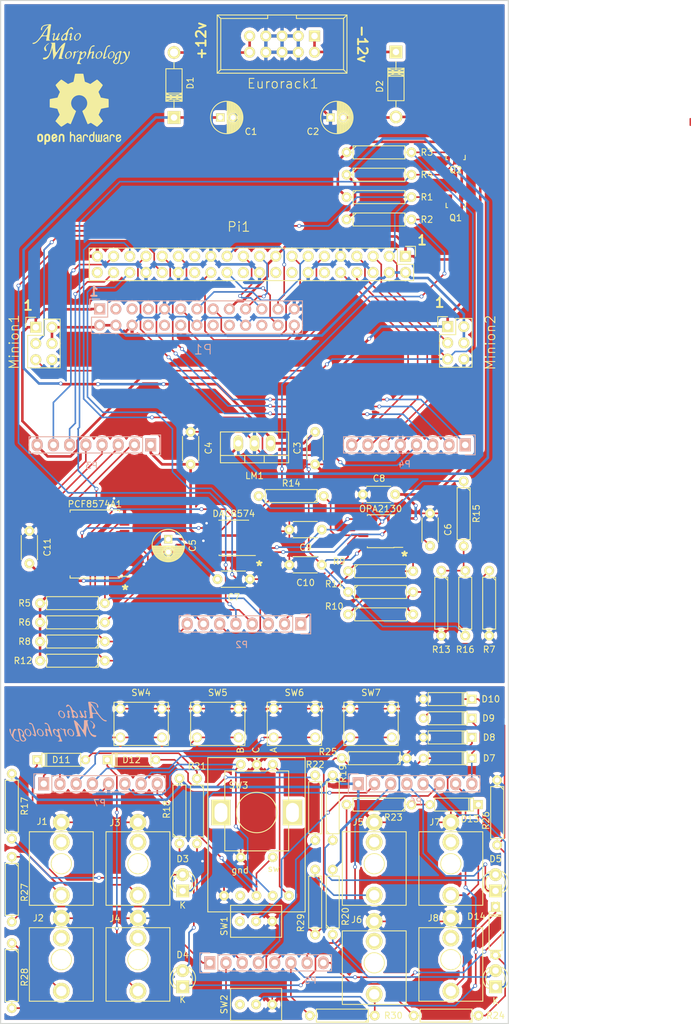
<source format=kicad_pcb>
(kicad_pcb (version 4) (host pcbnew 4.0.2-stable)
  (layers (0 F.Cu signal) (31 B.Cu signal) (34 B.Paste user hide) (35 F.Paste user hide) (36 B.SilkS user) (37 F.SilkS user) (38 B.Mask user) (39 F.Mask user) (44 Edge.Cuts user))
  (net 0 "")
  (net 1 +12V)
  (net 2 GND)
  (net 3 -12V)
  (net 4 +5V)
  (net 5 "Net-(D1-Pad2)")
  (net 6 "Net-(D2-Pad1)")
  (net 7 P4_2)
  (net 8 "Net-(D3-Pad2)")
  (net 9 P4_3)
  (net 10 "Net-(D4-Pad2)")
  (net 11 P4_4)
  (net 12 "Net-(D5-Pad2)")
  (net 13 P4_5)
  (net 14 "Net-(D6-Pad2)")
  (net 15 +3V3)
  (net 16 P2_5)
  (net 17 P2_6)
  (net 18 "Net-(D11-Pad1)")
  (net 19 "Net-(D11-Pad2)")
  (net 20 "Net-(D12-Pad1)")
  (net 21 "Net-(D12-Pad2)")
  (net 22 "Net-(D13-Pad1)")
  (net 23 "Net-(D13-Pad2)")
  (net 24 "Net-(D14-Pad1)")
  (net 25 "Net-(D14-Pad2)")
  (net 26 "Net-(J1-Pad3)")
  (net 27 "Net-(J1-Pad2)")
  (net 28 "Net-(J2-Pad3)")
  (net 29 "Net-(J2-Pad2)")
  (net 30 "Net-(J3-Pad2)")
  (net 31 "Net-(J4-Pad2)")
  (net 32 "Net-(J5-Pad3)")
  (net 33 "Net-(J5-Pad2)")
  (net 34 "Net-(J6-Pad3)")
  (net 35 "Net-(J6-Pad2)")
  (net 36 "Net-(J7-Pad2)")
  (net 37 "Net-(J8-Pad2)")
  (net 38 Pi_5v)
  (net 39 SDA_LV)
  (net 40 SCL_LV)
  (net 41 "Net-(P1-Pad3)")
  (net 42 "Net-(P1-Pad5)")
  (net 43 "Net-(P1-Pad7)")
  (net 44 "Net-(P1-Pad8)")
  (net 45 "Net-(P1-Pad10)")
  (net 46 GPIO_17)
  (net 47 "Net-(P1-Pad12)")
  (net 48 GPIO_27)
  (net 49 GPIO_22)
  (net 50 "Net-(P1-Pad16)")
  (net 51 "Net-(P1-Pad18)")
  (net 52 SPI_MOSI)
  (net 53 SPI_MOSO)
  (net 54 "Net-(P1-Pad22)")
  (net 55 SPI_CLK)
  (net 56 SPI_CE0)
  (net 57 SPI_CE1)
  (net 58 DACoutA)
  (net 59 DACoutB)
  (net 60 GPout1)
  (net 61 GPout2)
  (net 62 GPIO_12)
  (net 63 GPIO_16)
  (net 64 GPout3)
  (net 65 GPout4)
  (net 66 GPout5)
  (net 67 GPout6)
  (net 68 GPout7)
  (net 69 GPout8)
  (net 70 GPIO_20)
  (net 71 GPIO_26)
  (net 72 GPIO_5)
  (net 73 GPIO_6)
  (net 74 GPIO_13)
  (net 75 GPIO_19)
  (net 76 GPIO_4)
  (net 77 GPIO_14)
  (net 78 GPIO_15)
  (net 79 P2_1)
  (net 80 P2_2)
  (net 81 P2_3)
  (net 82 P2_4)
  (net 83 P2_7)
  (net 84 P2_8)
  (net 85 P4_6)
  (net 86 P4_7)
  (net 87 P6_1)
  (net 88 P6_2)
  (net 89 P6_3)
  (net 90 P6_4)
  (net 91 P6_6)
  (net 92 P6_7)
  (net 93 P6_8)
  (net 94 "Net-(Pi1-Pad12)")
  (net 95 "Net-(Pi1-Pad16)")
  (net 96 "Net-(Pi1-Pad18)")
  (net 97 "Net-(Pi1-Pad22)")
  (net 98 "Net-(Pi1-Pad27)")
  (net 99 "Net-(Pi1-Pad28)")
  (net 100 "Net-(Pi1-Pad40)")
  (net 101 SDA_HV)
  (net 102 SCL_HV)
  (net 103 "Net-(R10-Pad2)")
  (net 104 "Net-(R13-Pad1)")
  (net 105 "Net-(SW1-Pad1)")
  (net 106 "Net-(SW2-Pad1)")
  (net 107 VoutA)
  (net 108 VoutB)
  (net 109 "Net-(DAC8574-Pad7)")
  (net 110 "Net-(DAC8574-Pad8)")
  (net 111 "Net-(OPA2130-Pad2)")
  (net 112 "Net-(OPA2130-Pad6)")
  (net 113 "Net-(PCF8574A1-Pad13)")
  (module Pin_Headers:Pin_Header_Straight_2x20 (layer F.Cu) (at 85.9 57.5 270)
    (fp_text reference Pi1 (at -4.6 26.1 360) (layer F.SilkS) (effects (font (size 1.5 1.5))))
    (fp_text value "Raspberry Pi")
    (pad 1 thru_hole rect (at 0 0 270) (size 1.7272 1.7272) (drill 1.016) (layers *.Cu *.Mask F.SilkS) (net 15 +3V3))
    (pad 2 thru_hole oval (at 2.54 0 270) (size 1.7272 1.7272) (drill 1.016) (layers *.Cu *.Mask F.SilkS) (net 38 Pi_5v))
    (pad 3 thru_hole oval (at 0 2.54 270) (size 1.7272 1.7272) (drill 1.016) (layers *.Cu *.Mask F.SilkS) (net 39 SDA_LV))
    (pad 4 thru_hole oval (at 2.54 2.54 270) (size 1.7272 1.7272) (drill 1.016) (layers *.Cu *.Mask F.SilkS) (net 38 Pi_5v))
    (pad 5 thru_hole oval (at 0 5.08 270) (size 1.7272 1.7272) (drill 1.016) (layers *.Cu *.Mask F.SilkS) (net 40 SCL_LV))
    (pad 6 thru_hole oval (at 2.54 5.08 270) (size 1.7272 1.7272) (drill 1.016) (layers *.Cu *.Mask F.SilkS) (net 2 GND))
    (pad 7 thru_hole oval (at 0 7.62 270) (size 1.7272 1.7272) (drill 1.016) (layers *.Cu *.Mask F.SilkS) (net 76 GPIO_4))
    (pad 8 thru_hole oval (at 2.54 7.62 270) (size 1.7272 1.7272) (drill 1.016) (layers *.Cu *.Mask F.SilkS) (net 77 GPIO_14))
    (pad 9 thru_hole oval (at 0 10.16 270) (size 1.7272 1.7272) (drill 1.016) (layers *.Cu *.Mask F.SilkS) (net 2 GND))
    (pad 10 thru_hole oval (at 2.54 10.16 270) (size 1.7272 1.7272) (drill 1.016) (layers *.Cu *.Mask F.SilkS) (net 78 GPIO_15))
    (pad 11 thru_hole oval (at 0 12.7 270) (size 1.7272 1.7272) (drill 1.016) (layers *.Cu *.Mask F.SilkS) (net 46 GPIO_17))
    (pad 12 thru_hole oval (at 2.54 12.7 270) (size 1.7272 1.7272) (drill 1.016) (layers *.Cu *.Mask F.SilkS) (net 94 "Net-(Pi1-Pad12)"))
    (pad 13 thru_hole oval (at 0 15.24 270) (size 1.7272 1.7272) (drill 1.016) (layers *.Cu *.Mask F.SilkS) (net 48 GPIO_27))
    (pad 14 thru_hole oval (at 2.54 15.24 270) (size 1.7272 1.7272) (drill 1.016) (layers *.Cu *.Mask F.SilkS) (net 2 GND))
    (pad 15 thru_hole oval (at 0 17.78 270) (size 1.7272 1.7272) (drill 1.016) (layers *.Cu *.Mask F.SilkS) (net 49 GPIO_22))
    (pad 16 thru_hole oval (at 2.54 17.78 270) (size 1.7272 1.7272) (drill 1.016) (layers *.Cu *.Mask F.SilkS) (net 95 "Net-(Pi1-Pad16)"))
    (pad 17 thru_hole oval (at 0 20.32 270) (size 1.7272 1.7272) (drill 1.016) (layers *.Cu *.Mask F.SilkS) (net 15 +3V3))
    (pad 18 thru_hole oval (at 2.54 20.32 270) (size 1.7272 1.7272) (drill 1.016) (layers *.Cu *.Mask F.SilkS) (net 96 "Net-(Pi1-Pad18)"))
    (pad 19 thru_hole oval (at 0 22.86 270) (size 1.7272 1.7272) (drill 1.016) (layers *.Cu *.Mask F.SilkS) (net 52 SPI_MOSI))
    (pad 20 thru_hole oval (at 2.54 22.86 270) (size 1.7272 1.7272) (drill 1.016) (layers *.Cu *.Mask F.SilkS) (net 2 GND))
    (pad 21 thru_hole oval (at 0 25.4 270) (size 1.7272 1.7272) (drill 1.016) (layers *.Cu *.Mask F.SilkS) (net 53 SPI_MOSO))
    (pad 22 thru_hole oval (at 2.54 25.4 270) (size 1.7272 1.7272) (drill 1.016) (layers *.Cu *.Mask F.SilkS) (net 97 "Net-(Pi1-Pad22)"))
    (pad 23 thru_hole oval (at 0 27.94 270) (size 1.7272 1.7272) (drill 1.016) (layers *.Cu *.Mask F.SilkS) (net 55 SPI_CLK))
    (pad 24 thru_hole oval (at 2.54 27.94 270) (size 1.7272 1.7272) (drill 1.016) (layers *.Cu *.Mask F.SilkS) (net 56 SPI_CE0))
    (pad 25 thru_hole oval (at 0 30.48 270) (size 1.7272 1.7272) (drill 1.016) (layers *.Cu *.Mask F.SilkS) (net 2 GND))
    (pad 26 thru_hole oval (at 2.54 30.48 270) (size 1.7272 1.7272) (drill 1.016) (layers *.Cu *.Mask F.SilkS) (net 57 SPI_CE1))
    (pad 27 thru_hole oval (at 0 33.02 270) (size 1.7272 1.7272) (drill 1.016) (layers *.Cu *.Mask F.SilkS) (net 98 "Net-(Pi1-Pad27)"))
    (pad 28 thru_hole oval (at 2.54 33.02 270) (size 1.7272 1.7272) (drill 1.016) (layers *.Cu *.Mask F.SilkS) (net 99 "Net-(Pi1-Pad28)"))
    (pad 29 thru_hole oval (at 0 35.56 270) (size 1.7272 1.7272) (drill 1.016) (layers *.Cu *.Mask F.SilkS) (net 72 GPIO_5))
    (pad 30 thru_hole oval (at 2.54 35.56 270) (size 1.7272 1.7272) (drill 1.016) (layers *.Cu *.Mask F.SilkS) (net 2 GND))
    (pad 31 thru_hole oval (at 0 38.1 270) (size 1.7272 1.7272) (drill 1.016) (layers *.Cu *.Mask F.SilkS) (net 73 GPIO_6))
    (pad 32 thru_hole oval (at 2.54 38.1 270) (size 1.7272 1.7272) (drill 1.016) (layers *.Cu *.Mask F.SilkS) (net 62 GPIO_12))
    (pad 33 thru_hole oval (at 0 40.64 270) (size 1.7272 1.7272) (drill 1.016) (layers *.Cu *.Mask F.SilkS) (net 74 GPIO_13))
    (pad 34 thru_hole oval (at 2.54 40.64 270) (size 1.7272 1.7272) (drill 1.016) (layers *.Cu *.Mask F.SilkS) (net 2 GND))
    (pad 35 thru_hole oval (at 0 43.18 270) (size 1.7272 1.7272) (drill 1.016) (layers *.Cu *.Mask F.SilkS) (net 75 GPIO_19))
    (pad 36 thru_hole oval (at 2.54 43.18 270) (size 1.7272 1.7272) (drill 1.016) (layers *.Cu *.Mask F.SilkS) (net 63 GPIO_16))
    (pad 37 thru_hole oval (at 0 45.72 270) (size 1.7272 1.7272) (drill 1.016) (layers *.Cu *.Mask F.SilkS) (net 71 GPIO_26))
    (pad 38 thru_hole oval (at 2.54 45.72 270) (size 1.7272 1.7272) (drill 1.016) (layers *.Cu *.Mask F.SilkS) (net 70 GPIO_20))
    (pad 39 thru_hole oval (at 0 48.26 270) (size 1.7272 1.7272) (drill 1.016) (layers *.Cu *.Mask F.SilkS) (net 2 GND))
    (pad 40 thru_hole oval (at 2.54 48.26 270) (size 1.7272 1.7272) (drill 1.016) (layers *.Cu *.Mask F.SilkS) (net 100 "Net-(Pi1-Pad40)"))
  )
  (module europi:Thonkiconn (layer F.Cu) (at 44 152.5 180)
    (fp_text reference J3 (at 3.6 6.4 180) (layer F.SilkS))
    (fp_text value Thonkiconn)
    (pad "" thru_hole circle (at 0 0 180) (size 3 3) (drill 3) (layers *.Cu *.Mask F.SilkS))
    (pad 3 thru_hole circle (at 0 -4.92 180) (size 2.6 2.6) (drill 1.6) (layers *.Cu *.Mask F.SilkS) (net 18 "Net-(D11-Pad1)"))
    (pad 2 thru_hole circle (at 0 3.38 180) (size 2.6 2.6) (drill 1.6) (layers *.Cu *.Mask F.SilkS) (net 30 "Net-(J3-Pad2)"))
    (pad 1 thru_hole circle (at 0 6.48 180) (size 2.6 2.6) (drill 1.4) (layers *.Cu *.Mask F.SilkS) (net 2 GND))
  )
  (module europi:Thonkiconn (layer F.Cu) (at 32 152.5 180)
    (fp_text reference J1 (at 3 6.6 180) (layer F.SilkS))
    (fp_text value Thonkiconn)
    (pad "" thru_hole circle (at 0 0 180) (size 3 3) (drill 3) (layers *.Cu *.Mask F.SilkS))
    (pad 3 thru_hole circle (at 0 -4.92 180) (size 2.6 2.6) (drill 1.6) (layers *.Cu *.Mask F.SilkS) (net 26 "Net-(J1-Pad3)"))
    (pad 2 thru_hole circle (at 0 3.38 180) (size 2.6 2.6) (drill 1.6) (layers *.Cu *.Mask F.SilkS) (net 27 "Net-(J1-Pad2)"))
    (pad 1 thru_hole circle (at 0 6.48 180) (size 2.6 2.6) (drill 1.4) (layers *.Cu *.Mask F.SilkS) (net 2 GND))
  )
  (module Capacitors_ThroughHole:C_Radial_D5_L11_P2 (layer F.Cu) (at 56.9 35.8)
    (fp_text reference C1 (at 4.8 2.2) (layer F.SilkS))
    (fp_text value 10uF)
    (pad 1 thru_hole rect (at 0 0) (size 1.3 1.3) (drill 0.8) (layers *.Cu *.Mask F.SilkS) (net 1 +12V))
    (pad 2 thru_hole circle (at 2 0) (size 1.3 1.3) (drill 0.8) (layers *.Cu *.Mask F.SilkS) (net 2 GND))
  )
  (module Capacitors_ThroughHole:C_Radial_D5_L11_P2 (layer F.Cu) (at 74.15 35.8)
    (fp_text reference C2 (at -2.75 2.2) (layer F.SilkS))
    (fp_text value 10uF)
    (pad 1 thru_hole rect (at 0 0) (size 1.3 1.3) (drill 0.8) (layers *.Cu *.Mask F.SilkS) (net 2 GND))
    (pad 2 thru_hole circle (at 2 0) (size 1.3 1.3) (drill 0.8) (layers *.Cu *.Mask F.SilkS) (net 3 -12V))
  )
  (module europi:tantalum_capacitor (layer F.Cu) (at 71.75 87.5 270)
    (fp_text reference C3 (at 0 2.8 270) (layer F.SilkS))
    (fp_text value 330n)
    (pad 1 thru_hole circle (at -2.54 0 270) (size 1.524 1.524) (drill 0.762) (layers *.Cu *.Mask F.SilkS) (net 1 +12V))
    (pad 2 thru_hole circle (at 2.54 0 270) (size 1.524 1.524) (drill 0.762) (layers *.Cu *.Mask F.SilkS) (net 2 GND))
  )
  (module europi:tantalum_capacitor (layer F.Cu) (at 52.25 87.5 90)
    (fp_text reference C4 (at 0 2.8 90) (layer F.SilkS))
    (fp_text value 100n)
    (pad 1 thru_hole circle (at -2.54 0 90) (size 1.524 1.524) (drill 0.762) (layers *.Cu *.Mask F.SilkS) (net 4 +5V))
    (pad 2 thru_hole circle (at 2.54 0 90) (size 1.524 1.524) (drill 0.762) (layers *.Cu *.Mask F.SilkS) (net 2 GND))
  )
  (module Capacitors_ThroughHole:C_Radial_D5_L11_P2 (layer F.Cu) (at 48.75 101.75 270)
    (fp_text reference C5 (at 1 -3.8 270) (layer F.SilkS))
    (fp_text value 10uF)
    (pad 1 thru_hole rect (at 0 0 270) (size 1.3 1.3) (drill 0.8) (layers *.Cu *.Mask F.SilkS) (net 4 +5V))
    (pad 2 thru_hole circle (at 2 0 270) (size 1.3 1.3) (drill 0.8) (layers *.Cu *.Mask F.SilkS) (net 2 GND))
  )
  (module europi:tantalum_capacitor (layer F.Cu) (at 89.75 100.25 90)
    (fp_text reference C6 (at 0 2.8 90) (layer F.SilkS))
    (fp_text value 10n)
    (pad 1 thru_hole circle (at -2.54 0 90) (size 1.524 1.524) (drill 0.762) (layers *.Cu *.Mask F.SilkS) (net 107 VoutA))
    (pad 2 thru_hole circle (at 2.54 0 90) (size 1.524 1.524) (drill 0.762) (layers *.Cu *.Mask F.SilkS) (net 2 GND))
  )
  (module europi:tantalum_capacitor (layer F.Cu) (at 59 108)
    (fp_text reference C7 (at 0 2.8) (layer F.SilkS))
    (fp_text value 100n)
    (pad 1 thru_hole circle (at -2.54 0) (size 1.524 1.524) (drill 0.762) (layers *.Cu *.Mask F.SilkS) (net 4 +5V))
    (pad 2 thru_hole circle (at 2.54 0) (size 1.524 1.524) (drill 0.762) (layers *.Cu *.Mask F.SilkS) (net 2 GND))
  )
  (module europi:tantalum_capacitor (layer F.Cu) (at 81.75 94.75)
    (fp_text reference C8 (at 0 -2.5) (layer F.SilkS))
    (fp_text value 10n)
    (pad 1 thru_hole circle (at -2.54 0) (size 1.524 1.524) (drill 0.762) (layers *.Cu *.Mask F.SilkS) (net 2 GND))
    (pad 2 thru_hole circle (at 2.54 0) (size 1.524 1.524) (drill 0.762) (layers *.Cu *.Mask F.SilkS) (net 3 -12V))
  )
  (module europi:tantalum_capacitor (layer F.Cu) (at 70.25 100.25)
    (fp_text reference C9 (at 0 2.8) (layer F.SilkS))
    (fp_text value 10n)
    (pad 1 thru_hole circle (at -2.54 0) (size 1.524 1.524) (drill 0.762) (layers *.Cu *.Mask F.SilkS) (net 2 GND))
    (pad 2 thru_hole circle (at 2.54 0) (size 1.524 1.524) (drill 0.762) (layers *.Cu *.Mask F.SilkS) (net 108 VoutB))
  )
  (module europi:tantalum_capacitor (layer F.Cu) (at 70.25 105.75)
    (fp_text reference C10 (at 0 2.8) (layer F.SilkS))
    (fp_text value 10n)
    (pad 1 thru_hole circle (at -2.54 0) (size 1.524 1.524) (drill 0.762) (layers *.Cu *.Mask F.SilkS) (net 2 GND))
    (pad 2 thru_hole circle (at 2.54 0) (size 1.524 1.524) (drill 0.762) (layers *.Cu *.Mask F.SilkS) (net 1 +12V))
  )
  (module europi:tantalum_capacitor (layer F.Cu) (at 27 103 90)
    (fp_text reference C11 (at 0 2.8 90) (layer F.SilkS))
    (fp_text value 10nf)
    (pad 1 thru_hole circle (at -2.54 0 90) (size 1.524 1.524) (drill 0.762) (layers *.Cu *.Mask F.SilkS) (net 4 +5V))
    (pad 2 thru_hole circle (at 2.54 0 90) (size 1.524 1.524) (drill 0.762) (layers *.Cu *.Mask F.SilkS) (net 2 GND))
  )
  (module Diodes_ThroughHole:Diode_DO-41_SOD81_Horizontal_RM10 (layer F.Cu) (at 49.65 35.8 90)
    (fp_text reference D1 (at 5.38734 2.53746 90) (layer F.SilkS))
    (fp_text value 1N5817)
    (pad 2 thru_hole circle (at 10.16 -0.00254 270) (size 1.99898 1.99898) (drill 1.27) (layers *.Cu *.Mask F.SilkS) (net 5 "Net-(D1-Pad2)"))
    (pad 1 thru_hole rect (at 0 -0.00254 270) (size 1.99898 1.99898) (drill 1.00076) (layers *.Cu *.Mask F.SilkS) (net 1 +12V))
  )
  (module Diodes_ThroughHole:Diode_DO-41_SOD81_Horizontal_RM10 (layer F.Cu) (at 84.4 25.55 270)
    (fp_text reference D2 (at 5.38734 2.53746 270) (layer F.SilkS))
    (fp_text value 1N5817)
    (pad 2 thru_hole circle (at 10.16 -0.00254 90) (size 1.99898 1.99898) (drill 1.27) (layers *.Cu *.Mask F.SilkS) (net 3 -12V))
    (pad 1 thru_hole rect (at 0 -0.00254 90) (size 1.99898 1.99898) (drill 1.00076) (layers *.Cu *.Mask F.SilkS) (net 6 "Net-(D2-Pad1)"))
  )
  (module LEDs:LED-3MM (layer F.Cu) (at 51 156.75 90)
    (fp_text reference D3 (at 5 0 180) (layer F.SilkS))
    (fp_text value LED)
    (fp_text user K (at -2.25 0 180) (layer F.SilkS))
    (pad 1 thru_hole rect (at 0 0 180) (size 2 2) (drill 1.00076) (layers *.Cu *.Mask F.SilkS) (net 7 P4_2))
    (pad 2 thru_hole circle (at 2.54 0 90) (size 2 2) (drill 1.00076) (layers *.Cu *.Mask F.SilkS) (net 8 "Net-(D3-Pad2)"))
  )
  (module LEDs:LED-3MM (layer F.Cu) (at 51 171.75 90)
    (fp_text reference D4 (at 5 0 180) (layer F.SilkS))
    (fp_text value LED)
    (fp_text user K (at -2 0 180) (layer F.SilkS))
    (pad 1 thru_hole rect (at 0 0 180) (size 2 2) (drill 1.00076) (layers *.Cu *.Mask F.SilkS) (net 9 P4_3))
    (pad 2 thru_hole circle (at 2.54 0 90) (size 2 2) (drill 1.00076) (layers *.Cu *.Mask F.SilkS) (net 10 "Net-(D4-Pad2)"))
  )
  (module LEDs:LED-3MM (layer F.Cu) (at 100 156.75 90)
    (fp_text reference D5 (at 5 0 180) (layer F.SilkS))
    (fp_text value LED)
    (fp_text user K (at -2.25 0 180) (layer F.SilkS))
    (pad 1 thru_hole rect (at 0 0 180) (size 2 2) (drill 1.00076) (layers *.Cu *.Mask F.SilkS) (net 11 P4_4))
    (pad 2 thru_hole circle (at 2.54 0 90) (size 2 2) (drill 1.00076) (layers *.Cu *.Mask F.SilkS) (net 12 "Net-(D5-Pad2)"))
  )
  (module LEDs:LED-3MM (layer F.Cu) (at 100 171.75 90)
    (fp_text reference D6 (at 5 0 180) (layer F.SilkS))
    (fp_text value LED)
    (fp_text user K (at -2.25 0 180) (layer F.SilkS))
    (pad 1 thru_hole rect (at 0 0 180) (size 2 2) (drill 1.00076) (layers *.Cu *.Mask F.SilkS) (net 13 P4_5))
    (pad 2 thru_hole circle (at 2.54 0 90) (size 2 2) (drill 1.00076) (layers *.Cu *.Mask F.SilkS) (net 14 "Net-(D6-Pad2)"))
  )
  (module Discret:D3 (layer F.Cu) (at 92.5 136)
    (fp_text reference D7 (at 6.5 0) (layer F.SilkS))
    (fp_text value 1N4148)
    (pad 1 thru_hole rect (at 3.81 0) (size 1.397 1.397) (drill 0.8128) (layers *.Cu *.Mask F.SilkS) (net 15 +3V3))
    (pad 2 thru_hole circle (at -3.81 0) (size 1.397 1.397) (drill 0.8128) (layers *.Cu *.Mask F.SilkS) (net 16 P2_5))
  )
  (module Discret:D3 (layer F.Cu) (at 92.5 132.75)
    (fp_text reference D8 (at 6.5 0) (layer F.SilkS))
    (fp_text value 1N4148)
    (pad 1 thru_hole rect (at 3.81 0) (size 1.397 1.397) (drill 0.8128) (layers *.Cu *.Mask F.SilkS) (net 16 P2_5))
    (pad 2 thru_hole circle (at -3.81 0) (size 1.397 1.397) (drill 0.8128) (layers *.Cu *.Mask F.SilkS) (net 2 GND))
  )
  (module Discret:D3 (layer F.Cu) (at 92.5 129.75)
    (fp_text reference D9 (at 6.4 0) (layer F.SilkS))
    (fp_text value 1N4148)
    (pad 1 thru_hole rect (at 3.81 0) (size 1.397 1.397) (drill 0.8128) (layers *.Cu *.Mask F.SilkS) (net 15 +3V3))
    (pad 2 thru_hole circle (at -3.81 0) (size 1.397 1.397) (drill 0.8128) (layers *.Cu *.Mask F.SilkS) (net 17 P2_6))
  )
  (module Discret:D3 (layer F.Cu) (at 92.5 126.75)
    (fp_text reference D10 (at 6.75 0) (layer F.SilkS))
    (fp_text value 1N4148)
    (pad 1 thru_hole rect (at 3.81 0) (size 1.397 1.397) (drill 0.8128) (layers *.Cu *.Mask F.SilkS) (net 17 P2_6))
    (pad 2 thru_hole circle (at -3.81 0) (size 1.397 1.397) (drill 0.8128) (layers *.Cu *.Mask F.SilkS) (net 2 GND))
  )
  (module Discret:D3 (layer F.Cu) (at 32 136.25 180)
    (fp_text reference D11 (at 0 0 180) (layer F.SilkS))
    (fp_text value 1N4148)
    (pad 1 thru_hole rect (at 3.81 0 180) (size 1.397 1.397) (drill 0.8128) (layers *.Cu *.Mask F.SilkS) (net 18 "Net-(D11-Pad1)"))
    (pad 2 thru_hole circle (at -3.81 0 180) (size 1.397 1.397) (drill 0.8128) (layers *.Cu *.Mask F.SilkS) (net 19 "Net-(D11-Pad2)"))
  )
  (module Discret:D3 (layer F.Cu) (at 43 136.25 180)
    (fp_text reference D12 (at 0 0 180) (layer F.SilkS))
    (fp_text value 1N4148)
    (pad 1 thru_hole rect (at 3.81 0 180) (size 1.397 1.397) (drill 0.8128) (layers *.Cu *.Mask F.SilkS) (net 20 "Net-(D12-Pad1)"))
    (pad 2 thru_hole circle (at -3.81 0 180) (size 1.397 1.397) (drill 0.8128) (layers *.Cu *.Mask F.SilkS) (net 21 "Net-(D12-Pad2)"))
  )
  (module Discret:D3 (layer F.Cu) (at 93.5 143.25)
    (fp_text reference D13 (at 2.5 2.25) (layer F.SilkS))
    (fp_text value 1N4148)
    (pad 1 thru_hole rect (at 3.81 0) (size 1.397 1.397) (drill 0.8128) (layers *.Cu *.Mask F.SilkS) (net 22 "Net-(D13-Pad1)"))
    (pad 2 thru_hole circle (at -3.81 0) (size 1.397 1.397) (drill 0.8128) (layers *.Cu *.Mask F.SilkS) (net 23 "Net-(D13-Pad2)"))
  )
  (module Discret:D3 (layer F.Cu) (at 100 163 90)
    (fp_text reference D14 (at 2.25 -3 180) (layer F.SilkS))
    (fp_text value 1N4148)
    (pad 1 thru_hole rect (at 3.81 0 90) (size 1.397 1.397) (drill 0.8128) (layers *.Cu *.Mask F.SilkS) (net 24 "Net-(D14-Pad1)"))
    (pad 2 thru_hole circle (at -3.81 0 90) (size 1.397 1.397) (drill 0.8128) (layers *.Cu *.Mask F.SilkS) (net 25 "Net-(D14-Pad2)"))
  )
  (module Connect:IDC_Header_Straight_10pins (layer F.Cu) (at 71.65 23.05 180)
    (fp_text reference Eurorack1 (at 4.95 -7.45 180) (layer F.SilkS) (effects (font (size 1.5 1.5))))
    (fp_text value CONN_02X05)
    (pad 1 thru_hole rect (at 0 0 180) (size 1.7272 1.7272) (drill 1.016) (layers *.Cu *.Mask F.SilkS) (net 6 "Net-(D2-Pad1)"))
    (pad 2 thru_hole oval (at 0 -2.54 180) (size 1.7272 1.7272) (drill 1.016) (layers *.Cu *.Mask F.SilkS) (net 6 "Net-(D2-Pad1)"))
    (pad 3 thru_hole oval (at 2.54 0 180) (size 1.7272 1.7272) (drill 1.016) (layers *.Cu *.Mask F.SilkS) (net 2 GND))
    (pad 4 thru_hole oval (at 2.54 -2.54 180) (size 1.7272 1.7272) (drill 1.016) (layers *.Cu *.Mask F.SilkS) (net 2 GND))
    (pad 5 thru_hole oval (at 5.08 0 180) (size 1.7272 1.7272) (drill 1.016) (layers *.Cu *.Mask F.SilkS) (net 2 GND))
    (pad 6 thru_hole oval (at 5.08 -2.54 180) (size 1.7272 1.7272) (drill 1.016) (layers *.Cu *.Mask F.SilkS) (net 2 GND))
    (pad 7 thru_hole oval (at 7.62 0 180) (size 1.7272 1.7272) (drill 1.016) (layers *.Cu *.Mask F.SilkS) (net 2 GND))
    (pad 8 thru_hole oval (at 7.62 -2.54 180) (size 1.7272 1.7272) (drill 1.016) (layers *.Cu *.Mask F.SilkS) (net 2 GND))
    (pad 9 thru_hole oval (at 10.16 0 180) (size 1.7272 1.7272) (drill 1.016) (layers *.Cu *.Mask F.SilkS) (net 5 "Net-(D1-Pad2)"))
    (pad 10 thru_hole oval (at 10.16 -2.54 180) (size 1.7272 1.7272) (drill 1.016) (layers *.Cu *.Mask F.SilkS) (net 5 "Net-(D1-Pad2)"))
  )
  (module europi:Thonkiconn (layer F.Cu) (at 32 167.5 180)
    (fp_text reference J2 (at 3.6 6.5 180) (layer F.SilkS))
    (fp_text value Thonkiconn)
    (pad "" thru_hole circle (at 0 0 180) (size 3 3) (drill 3) (layers *.Cu *.Mask F.SilkS))
    (pad 3 thru_hole circle (at 0 -4.92 180) (size 2.6 2.6) (drill 1.6) (layers *.Cu *.Mask F.SilkS) (net 28 "Net-(J2-Pad3)"))
    (pad 2 thru_hole circle (at 0 3.38 180) (size 2.6 2.6) (drill 1.6) (layers *.Cu *.Mask F.SilkS) (net 29 "Net-(J2-Pad2)"))
    (pad 1 thru_hole circle (at 0 6.48 180) (size 2.6 2.6) (drill 1.4) (layers *.Cu *.Mask F.SilkS) (net 2 GND))
  )
  (module europi:Thonkiconn (layer F.Cu) (at 44 167.5 180)
    (fp_text reference J4 (at 3.6 6.4 180) (layer F.SilkS))
    (fp_text value Thonkiconn)
    (pad "" thru_hole circle (at 0 0 180) (size 3 3) (drill 3) (layers *.Cu *.Mask F.SilkS))
    (pad 3 thru_hole circle (at 0 -4.92 180) (size 2.6 2.6) (drill 1.6) (layers *.Cu *.Mask F.SilkS) (net 20 "Net-(D12-Pad1)"))
    (pad 2 thru_hole circle (at 0 3.38 180) (size 2.6 2.6) (drill 1.6) (layers *.Cu *.Mask F.SilkS) (net 31 "Net-(J4-Pad2)"))
    (pad 1 thru_hole circle (at 0 6.48 180) (size 2.6 2.6) (drill 1.4) (layers *.Cu *.Mask F.SilkS) (net 2 GND))
  )
  (module europi:Thonkiconn (layer F.Cu) (at 81 152.5 180)
    (fp_text reference J5 (at 2.5 6.5 180) (layer F.SilkS))
    (fp_text value Thonkiconn)
    (pad "" thru_hole circle (at 0 0 180) (size 3 3) (drill 3) (layers *.Cu *.Mask F.SilkS))
    (pad 3 thru_hole circle (at 0 -4.92 180) (size 2.6 2.6) (drill 1.6) (layers *.Cu *.Mask F.SilkS) (net 32 "Net-(J5-Pad3)"))
    (pad 2 thru_hole circle (at 0 3.38 180) (size 2.6 2.6) (drill 1.6) (layers *.Cu *.Mask F.SilkS) (net 33 "Net-(J5-Pad2)"))
    (pad 1 thru_hole circle (at 0 6.48 180) (size 2.6 2.6) (drill 1.4) (layers *.Cu *.Mask F.SilkS) (net 2 GND))
  )
  (module europi:Thonkiconn (layer F.Cu) (at 81 168 180)
    (fp_text reference J6 (at 2.75 6.75 180) (layer F.SilkS))
    (fp_text value Thonkiconn)
    (pad "" thru_hole circle (at 0 0 180) (size 3 3) (drill 3) (layers *.Cu *.Mask F.SilkS))
    (pad 3 thru_hole circle (at 0 -4.92 180) (size 2.6 2.6) (drill 1.6) (layers *.Cu *.Mask F.SilkS) (net 34 "Net-(J6-Pad3)"))
    (pad 2 thru_hole circle (at 0 3.38 180) (size 2.6 2.6) (drill 1.6) (layers *.Cu *.Mask F.SilkS) (net 35 "Net-(J6-Pad2)"))
    (pad 1 thru_hole circle (at 0 6.48 180) (size 2.6 2.6) (drill 1.4) (layers *.Cu *.Mask F.SilkS) (net 2 GND))
  )
  (module europi:Thonkiconn (layer F.Cu) (at 93 152.5 180)
    (fp_text reference J7 (at 2.5 6.5 180) (layer F.SilkS))
    (fp_text value Thonkiconn)
    (pad "" thru_hole circle (at 0 0 180) (size 3 3) (drill 3) (layers *.Cu *.Mask F.SilkS))
    (pad 3 thru_hole circle (at 0 -4.92 180) (size 2.6 2.6) (drill 1.6) (layers *.Cu *.Mask F.SilkS) (net 22 "Net-(D13-Pad1)"))
    (pad 2 thru_hole circle (at 0 3.38 180) (size 2.6 2.6) (drill 1.6) (layers *.Cu *.Mask F.SilkS) (net 36 "Net-(J7-Pad2)"))
    (pad 1 thru_hole circle (at 0 6.48 180) (size 2.6 2.6) (drill 1.4) (layers *.Cu *.Mask F.SilkS) (net 2 GND))
  )
  (module europi:Thonkiconn (layer F.Cu) (at 93 167.5 180)
    (fp_text reference J8 (at 2.75 6.5 180) (layer F.SilkS))
    (fp_text value Thonkiconn)
    (pad "" thru_hole circle (at 0 0 180) (size 3 3) (drill 3) (layers *.Cu *.Mask F.SilkS))
    (pad 3 thru_hole circle (at 0 -4.92 180) (size 2.6 2.6) (drill 1.6) (layers *.Cu *.Mask F.SilkS) (net 24 "Net-(D14-Pad1)"))
    (pad 2 thru_hole circle (at 0 3.38 180) (size 2.6 2.6) (drill 1.6) (layers *.Cu *.Mask F.SilkS) (net 37 "Net-(J8-Pad2)"))
    (pad 1 thru_hole circle (at 0 6.48 180) (size 2.6 2.6) (drill 1.4) (layers *.Cu *.Mask F.SilkS) (net 2 GND))
  )
  (module europi:7805 (layer F.Cu) (at 62.25 86.75 180)
    (fp_text reference LM1 (at 0 -5.08 180) (layer F.SilkS))
    (fp_text value RRG7805)
    (pad 2 thru_hole oval (at 0 0 270) (size 2.49936 1.50114) (drill 1.00076) (layers *.Cu *.Mask F.SilkS) (net 2 GND))
    (pad 1 thru_hole oval (at -2.54 0 270) (size 2.49936 1.50114) (drill 1.00076) (layers *.Cu *.Mask F.SilkS) (net 1 +12V))
    (pad 3 thru_hole oval (at 2.54 0 270) (size 2.49936 1.50114) (drill 1.00076) (layers *.Cu *.Mask F.SilkS) (net 4 +5V))
  )
  (module Pin_Headers:Pin_Header_Straight_2x03 (layer F.Cu) (at 28 68.6)
    (fp_text reference Minion1 (at -3.4 2.3 90) (layer F.SilkS) (effects (font (size 1.5 1.5))))
    (fp_text value CONN_02X03)
    (pad 1 thru_hole rect (at 0 0) (size 1.7272 1.7272) (drill 1.016) (layers *.Cu *.Mask F.SilkS) (net 15 +3V3))
    (pad 2 thru_hole oval (at 2.54 0) (size 1.7272 1.7272) (drill 1.016) (layers *.Cu *.Mask F.SilkS) (net 38 Pi_5v))
    (pad 3 thru_hole oval (at 0 2.54) (size 1.7272 1.7272) (drill 1.016) (layers *.Cu *.Mask F.SilkS) (net 39 SDA_LV))
    (pad 4 thru_hole oval (at 2.54 2.54) (size 1.7272 1.7272) (drill 1.016) (layers *.Cu *.Mask F.SilkS) (net 38 Pi_5v))
    (pad 5 thru_hole oval (at 0 5.08) (size 1.7272 1.7272) (drill 1.016) (layers *.Cu *.Mask F.SilkS) (net 40 SCL_LV))
    (pad 6 thru_hole oval (at 2.54 5.08) (size 1.7272 1.7272) (drill 1.016) (layers *.Cu *.Mask F.SilkS) (net 2 GND))
  )
  (module Pin_Headers:Pin_Header_Straight_2x13 (layer B.Cu) (at 38 65.75 270)
    (fp_text reference P1 (at 6.35 -16.2 360) (layer B.SilkS) (effects (font (size 1.5 1.5)) (justify mirror)))
    (fp_text value "LCD SCREEN")
    (pad 1 thru_hole rect (at 0 0 270) (size 1.7272 1.7272) (drill 1.016) (layers *.Cu *.Mask B.SilkS) (net 15 +3V3))
    (pad 2 thru_hole oval (at 2.54 0 270) (size 1.7272 1.7272) (drill 1.016) (layers *.Cu *.Mask B.SilkS) (net 38 Pi_5v))
    (pad 3 thru_hole oval (at 0 -2.54 270) (size 1.7272 1.7272) (drill 1.016) (layers *.Cu *.Mask B.SilkS) (net 41 "Net-(P1-Pad3)"))
    (pad 4 thru_hole oval (at 2.54 -2.54 270) (size 1.7272 1.7272) (drill 1.016) (layers *.Cu *.Mask B.SilkS) (net 38 Pi_5v))
    (pad 5 thru_hole oval (at 0 -5.08 270) (size 1.7272 1.7272) (drill 1.016) (layers *.Cu *.Mask B.SilkS) (net 42 "Net-(P1-Pad5)"))
    (pad 6 thru_hole oval (at 2.54 -5.08 270) (size 1.7272 1.7272) (drill 1.016) (layers *.Cu *.Mask B.SilkS) (net 2 GND))
    (pad 7 thru_hole oval (at 0 -7.62 270) (size 1.7272 1.7272) (drill 1.016) (layers *.Cu *.Mask B.SilkS) (net 43 "Net-(P1-Pad7)"))
    (pad 8 thru_hole oval (at 2.54 -7.62 270) (size 1.7272 1.7272) (drill 1.016) (layers *.Cu *.Mask B.SilkS) (net 44 "Net-(P1-Pad8)"))
    (pad 9 thru_hole oval (at 0 -10.16 270) (size 1.7272 1.7272) (drill 1.016) (layers *.Cu *.Mask B.SilkS) (net 2 GND))
    (pad 10 thru_hole oval (at 2.54 -10.16 270) (size 1.7272 1.7272) (drill 1.016) (layers *.Cu *.Mask B.SilkS) (net 45 "Net-(P1-Pad10)"))
    (pad 11 thru_hole oval (at 0 -12.7 270) (size 1.7272 1.7272) (drill 1.016) (layers *.Cu *.Mask B.SilkS) (net 46 GPIO_17))
    (pad 12 thru_hole oval (at 2.54 -12.7 270) (size 1.7272 1.7272) (drill 1.016) (layers *.Cu *.Mask B.SilkS) (net 47 "Net-(P1-Pad12)"))
    (pad 13 thru_hole oval (at 0 -15.24 270) (size 1.7272 1.7272) (drill 1.016) (layers *.Cu *.Mask B.SilkS) (net 48 GPIO_27))
    (pad 14 thru_hole oval (at 2.54 -15.24 270) (size 1.7272 1.7272) (drill 1.016) (layers *.Cu *.Mask B.SilkS) (net 2 GND))
    (pad 15 thru_hole oval (at 0 -17.78 270) (size 1.7272 1.7272) (drill 1.016) (layers *.Cu *.Mask B.SilkS) (net 49 GPIO_22))
    (pad 16 thru_hole oval (at 2.54 -17.78 270) (size 1.7272 1.7272) (drill 1.016) (layers *.Cu *.Mask B.SilkS) (net 50 "Net-(P1-Pad16)"))
    (pad 17 thru_hole oval (at 0 -20.32 270) (size 1.7272 1.7272) (drill 1.016) (layers *.Cu *.Mask B.SilkS) (net 15 +3V3))
    (pad 18 thru_hole oval (at 2.54 -20.32 270) (size 1.7272 1.7272) (drill 1.016) (layers *.Cu *.Mask B.SilkS) (net 51 "Net-(P1-Pad18)"))
    (pad 19 thru_hole oval (at 0 -22.86 270) (size 1.7272 1.7272) (drill 1.016) (layers *.Cu *.Mask B.SilkS) (net 52 SPI_MOSI))
    (pad 20 thru_hole oval (at 2.54 -22.86 270) (size 1.7272 1.7272) (drill 1.016) (layers *.Cu *.Mask B.SilkS) (net 2 GND))
    (pad 21 thru_hole oval (at 0 -25.4 270) (size 1.7272 1.7272) (drill 1.016) (layers *.Cu *.Mask B.SilkS) (net 53 SPI_MOSO))
    (pad 22 thru_hole oval (at 2.54 -25.4 270) (size 1.7272 1.7272) (drill 1.016) (layers *.Cu *.Mask B.SilkS) (net 54 "Net-(P1-Pad22)"))
    (pad 23 thru_hole oval (at 0 -27.94 270) (size 1.7272 1.7272) (drill 1.016) (layers *.Cu *.Mask B.SilkS) (net 55 SPI_CLK))
    (pad 24 thru_hole oval (at 2.54 -27.94 270) (size 1.7272 1.7272) (drill 1.016) (layers *.Cu *.Mask B.SilkS) (net 56 SPI_CE0))
    (pad 25 thru_hole oval (at 0 -30.48 270) (size 1.7272 1.7272) (drill 1.016) (layers *.Cu *.Mask B.SilkS) (net 2 GND))
    (pad 26 thru_hole oval (at 2.54 -30.48 270) (size 1.7272 1.7272) (drill 1.016) (layers *.Cu *.Mask B.SilkS) (net 57 SPI_CE1))
  )
  (module Pin_Headers:Pin_Header_Straight_1x08 (layer B.Cu) (at 69.5 115 90)
    (fp_text reference P2 (at -3.25 -9.25 180) (layer B.SilkS) (effects (justify mirror)))
    (fp_text value CONN_01X08)
    (pad 1 thru_hole rect (at 0 0 90) (size 2.032 1.7272) (drill 1.016) (layers *.Cu *.Mask B.SilkS) (net 58 DACoutA))
    (pad 2 thru_hole oval (at 0 -2.54 90) (size 2.032 1.7272) (drill 1.016) (layers *.Cu *.Mask B.SilkS) (net 59 DACoutB))
    (pad 3 thru_hole oval (at 0 -5.08 90) (size 2.032 1.7272) (drill 1.016) (layers *.Cu *.Mask B.SilkS) (net 60 GPout1))
    (pad 4 thru_hole oval (at 0 -7.62 90) (size 2.032 1.7272) (drill 1.016) (layers *.Cu *.Mask B.SilkS) (net 61 GPout2))
    (pad 5 thru_hole oval (at 0 -10.16 90) (size 2.032 1.7272) (drill 1.016) (layers *.Cu *.Mask B.SilkS) (net 62 GPIO_12))
    (pad 6 thru_hole oval (at 0 -12.7 90) (size 2.032 1.7272) (drill 1.016) (layers *.Cu *.Mask B.SilkS) (net 63 GPIO_16))
    (pad 7 thru_hole oval (at 0 -15.24 90) (size 2.032 1.7272) (drill 1.016) (layers *.Cu *.Mask B.SilkS) (net 64 GPout3))
    (pad 8 thru_hole oval (at 0 -17.78 90) (size 2.032 1.7272) (drill 1.016) (layers *.Cu *.Mask B.SilkS) (net 65 GPout4))
  )
  (module Pin_Headers:Pin_Header_Straight_1x08 (layer B.Cu) (at 46 87 90)
    (fp_text reference P3 (at -3.25 -9.25 180) (layer B.SilkS) (effects (justify mirror)))
    (fp_text value CONN_01X08)
    (pad 1 thru_hole rect (at 0 0 90) (size 2.032 1.7272) (drill 1.016) (layers *.Cu *.Mask B.SilkS) (net 4 +5V))
    (pad 2 thru_hole oval (at 0 -2.54 90) (size 2.032 1.7272) (drill 1.016) (layers *.Cu *.Mask B.SilkS) (net 66 GPout5))
    (pad 3 thru_hole oval (at 0 -5.08 90) (size 2.032 1.7272) (drill 1.016) (layers *.Cu *.Mask B.SilkS) (net 67 GPout6))
    (pad 4 thru_hole oval (at 0 -7.62 90) (size 2.032 1.7272) (drill 1.016) (layers *.Cu *.Mask B.SilkS) (net 68 GPout7))
    (pad 5 thru_hole oval (at 0 -10.16 90) (size 2.032 1.7272) (drill 1.016) (layers *.Cu *.Mask B.SilkS) (net 69 GPout8))
    (pad 6 thru_hole oval (at 0 -12.7 90) (size 2.032 1.7272) (drill 1.016) (layers *.Cu *.Mask B.SilkS) (net 70 GPIO_20))
    (pad 7 thru_hole oval (at 0 -15.24 90) (size 2.032 1.7272) (drill 1.016) (layers *.Cu *.Mask B.SilkS) (net 71 GPIO_26))
    (pad 8 thru_hole oval (at 0 -17.78 90) (size 2.032 1.7272) (drill 1.016) (layers *.Cu *.Mask B.SilkS) (net 15 +3V3))
  )
  (module Pin_Headers:Pin_Header_Straight_1x08 (layer B.Cu) (at 95.25 87 90)
    (fp_text reference P4 (at -3 -9.5 180) (layer B.SilkS) (effects (justify mirror)))
    (fp_text value CONN_01X08)
    (pad 1 thru_hole rect (at 0 0 90) (size 2.032 1.7272) (drill 1.016) (layers *.Cu *.Mask B.SilkS) (net 72 GPIO_5))
    (pad 2 thru_hole oval (at 0 -2.54 90) (size 2.032 1.7272) (drill 1.016) (layers *.Cu *.Mask B.SilkS) (net 73 GPIO_6))
    (pad 3 thru_hole oval (at 0 -5.08 90) (size 2.032 1.7272) (drill 1.016) (layers *.Cu *.Mask B.SilkS) (net 74 GPIO_13))
    (pad 4 thru_hole oval (at 0 -7.62 90) (size 2.032 1.7272) (drill 1.016) (layers *.Cu *.Mask B.SilkS) (net 75 GPIO_19))
    (pad 5 thru_hole oval (at 0 -10.16 90) (size 2.032 1.7272) (drill 1.016) (layers *.Cu *.Mask B.SilkS) (net 2 GND))
    (pad 6 thru_hole oval (at 0 -12.7 90) (size 2.032 1.7272) (drill 1.016) (layers *.Cu *.Mask B.SilkS) (net 76 GPIO_4))
    (pad 7 thru_hole oval (at 0 -15.24 90) (size 2.032 1.7272) (drill 1.016) (layers *.Cu *.Mask B.SilkS) (net 77 GPIO_14))
    (pad 8 thru_hole oval (at 0 -17.78 90) (size 2.032 1.7272) (drill 1.016) (layers *.Cu *.Mask B.SilkS) (net 78 GPIO_15))
  )
  (module Pin_Headers:Pin_Header_Straight_1x08 (layer B.Cu) (at 55.25 168 270)
    (fp_text reference P5 (at 2.75 -15.75 540) (layer B.SilkS) (effects (justify mirror)))
    (fp_text value CONN_01X08)
    (pad 1 thru_hole rect (at 0 0 270) (size 2.032 1.7272) (drill 1.016) (layers *.Cu *.Mask B.SilkS) (net 79 P2_1))
    (pad 2 thru_hole oval (at 0 -2.54 270) (size 2.032 1.7272) (drill 1.016) (layers *.Cu *.Mask B.SilkS) (net 80 P2_2))
    (pad 3 thru_hole oval (at 0 -5.08 270) (size 2.032 1.7272) (drill 1.016) (layers *.Cu *.Mask B.SilkS) (net 81 P2_3))
    (pad 4 thru_hole oval (at 0 -7.62 270) (size 2.032 1.7272) (drill 1.016) (layers *.Cu *.Mask B.SilkS) (net 82 P2_4))
    (pad 5 thru_hole oval (at 0 -10.16 270) (size 2.032 1.7272) (drill 1.016) (layers *.Cu *.Mask B.SilkS) (net 16 P2_5))
    (pad 6 thru_hole oval (at 0 -12.7 270) (size 2.032 1.7272) (drill 1.016) (layers *.Cu *.Mask B.SilkS) (net 17 P2_6))
    (pad 7 thru_hole oval (at 0 -15.24 270) (size 2.032 1.7272) (drill 1.016) (layers *.Cu *.Mask B.SilkS) (net 83 P2_7))
    (pad 8 thru_hole oval (at 0 -17.78 270) (size 2.032 1.7272) (drill 1.016) (layers *.Cu *.Mask B.SilkS) (net 84 P2_8))
  )
  (module Pin_Headers:Pin_Header_Straight_1x08 (layer B.Cu) (at 78.5 140 270)
    (fp_text reference P6 (at 2.75 -9 360) (layer B.SilkS) (effects (justify mirror)))
    (fp_text value CONN_01X08)
    (pad 1 thru_hole rect (at 0 0 270) (size 2.032 1.7272) (drill 1.016) (layers *.Cu *.Mask B.SilkS) (net 4 +5V))
    (pad 2 thru_hole oval (at 0 -2.54 270) (size 2.032 1.7272) (drill 1.016) (layers *.Cu *.Mask B.SilkS) (net 7 P4_2))
    (pad 3 thru_hole oval (at 0 -5.08 270) (size 2.032 1.7272) (drill 1.016) (layers *.Cu *.Mask B.SilkS) (net 9 P4_3))
    (pad 4 thru_hole oval (at 0 -7.62 270) (size 2.032 1.7272) (drill 1.016) (layers *.Cu *.Mask B.SilkS) (net 11 P4_4))
    (pad 5 thru_hole oval (at 0 -10.16 270) (size 2.032 1.7272) (drill 1.016) (layers *.Cu *.Mask B.SilkS) (net 13 P4_5))
    (pad 6 thru_hole oval (at 0 -12.7 270) (size 2.032 1.7272) (drill 1.016) (layers *.Cu *.Mask B.SilkS) (net 85 P4_6))
    (pad 7 thru_hole oval (at 0 -15.24 270) (size 2.032 1.7272) (drill 1.016) (layers *.Cu *.Mask B.SilkS) (net 86 P4_7))
    (pad 8 thru_hole oval (at 0 -17.78 270) (size 2.032 1.7272) (drill 1.016) (layers *.Cu *.Mask B.SilkS) (net 15 +3V3))
  )
  (module Pin_Headers:Pin_Header_Straight_1x08 (layer B.Cu) (at 29.25 140 270)
    (fp_text reference P7 (at 3 -8.75 360) (layer B.SilkS) (effects (justify mirror)))
    (fp_text value CONN_01X08)
    (pad 1 thru_hole rect (at 0 0 270) (size 2.032 1.7272) (drill 1.016) (layers *.Cu *.Mask B.SilkS) (net 87 P6_1))
    (pad 2 thru_hole oval (at 0 -2.54 270) (size 2.032 1.7272) (drill 1.016) (layers *.Cu *.Mask B.SilkS) (net 88 P6_2))
    (pad 3 thru_hole oval (at 0 -5.08 270) (size 2.032 1.7272) (drill 1.016) (layers *.Cu *.Mask B.SilkS) (net 89 P6_3))
    (pad 4 thru_hole oval (at 0 -7.62 270) (size 2.032 1.7272) (drill 1.016) (layers *.Cu *.Mask B.SilkS) (net 90 P6_4))
    (pad 5 thru_hole oval (at 0 -10.16 270) (size 2.032 1.7272) (drill 1.016) (layers *.Cu *.Mask B.SilkS) (net 2 GND))
    (pad 6 thru_hole oval (at 0 -12.7 270) (size 2.032 1.7272) (drill 1.016) (layers *.Cu *.Mask B.SilkS) (net 91 P6_6))
    (pad 7 thru_hole oval (at 0 -15.24 270) (size 2.032 1.7272) (drill 1.016) (layers *.Cu *.Mask B.SilkS) (net 92 P6_7))
    (pad 8 thru_hole oval (at 0 -17.78 270) (size 2.032 1.7272) (drill 1.016) (layers *.Cu *.Mask B.SilkS) (net 93 P6_8))
  )
  (module TO_SOT_Packages_SMD:SOT-23 (layer F.Cu) (at 93.75 49.25 180)
    (fp_text reference Q1 (at 0 -2.25 180) (layer F.SilkS))
    (fp_text value BSS138)
    (pad 1 smd rect (at -0.95 1.00076 180) (size 0.8001 0.8001) (layers F.Cu F.Paste F.Mask) (net 15 +3V3))
    (pad 2 smd rect (at 0.95 1.00076 180) (size 0.8001 0.8001) (layers F.Cu F.Paste F.Mask) (net 39 SDA_LV))
    (pad 3 smd rect (at 0 -0.99822 180) (size 0.8001 0.8001) (layers F.Cu F.Paste F.Mask) (net 101 SDA_HV))
  )
  (module TO_SOT_Packages_SMD:SOT-23 (layer F.Cu) (at 93.75 41.75 180)
    (fp_text reference Q2 (at 0 -2.25 180) (layer F.SilkS))
    (fp_text value BSS138)
    (pad 1 smd rect (at -0.95 1.00076 180) (size 0.8001 0.8001) (layers F.Cu F.Paste F.Mask) (net 15 +3V3))
    (pad 2 smd rect (at 0.95 1.00076 180) (size 0.8001 0.8001) (layers F.Cu F.Paste F.Mask) (net 40 SCL_LV))
    (pad 3 smd rect (at 0 -0.99822 180) (size 0.8001 0.8001) (layers F.Cu F.Paste F.Mask) (net 102 SCL_HV))
  )
  (module Discret:R4 (layer F.Cu) (at 81.75 48.25)
    (fp_text reference R1 (at 7.5 0) (layer F.SilkS))
    (fp_text value 10k)
    (pad 1 thru_hole circle (at -5.08 0) (size 1.524 1.524) (drill 0.8128) (layers *.Cu *.Mask F.SilkS) (net 15 +3V3))
    (pad 2 thru_hole circle (at 5.08 0) (size 1.524 1.524) (drill 0.8128) (layers *.Cu *.Mask F.SilkS) (net 39 SDA_LV))
  )
  (module Discret:R4 (layer F.Cu) (at 81.75 51.75)
    (fp_text reference R2 (at 7.5 0) (layer F.SilkS))
    (fp_text value 10k)
    (pad 1 thru_hole circle (at -5.08 0) (size 1.524 1.524) (drill 0.8128) (layers *.Cu *.Mask F.SilkS) (net 4 +5V))
    (pad 2 thru_hole circle (at 5.08 0) (size 1.524 1.524) (drill 0.8128) (layers *.Cu *.Mask F.SilkS) (net 101 SDA_HV))
  )
  (module Discret:R4 (layer F.Cu) (at 81.75 41.25)
    (fp_text reference R3 (at 7.5 0) (layer F.SilkS))
    (fp_text value 10k)
    (pad 1 thru_hole circle (at -5.08 0) (size 1.524 1.524) (drill 0.8128) (layers *.Cu *.Mask F.SilkS) (net 15 +3V3))
    (pad 2 thru_hole circle (at 5.08 0) (size 1.524 1.524) (drill 0.8128) (layers *.Cu *.Mask F.SilkS) (net 40 SCL_LV))
  )
  (module Discret:R4 (layer F.Cu) (at 81.75 44.75)
    (fp_text reference R4 (at 7.5 0) (layer F.SilkS))
    (fp_text value 10k)
    (pad 1 thru_hole circle (at -5.08 0) (size 1.524 1.524) (drill 0.8128) (layers *.Cu *.Mask F.SilkS) (net 4 +5V))
    (pad 2 thru_hole circle (at 5.08 0) (size 1.524 1.524) (drill 0.8128) (layers *.Cu *.Mask F.SilkS) (net 102 SCL_HV))
  )
  (module Discret:R4 (layer F.Cu) (at 33.75 111.75 180)
    (fp_text reference R5 (at 7.5 0 180) (layer F.SilkS))
    (fp_text value 10k)
    (pad 1 thru_hole circle (at -5.08 0 180) (size 1.524 1.524) (drill 0.8128) (layers *.Cu *.Mask F.SilkS) (net 60 GPout1))
    (pad 2 thru_hole circle (at 5.08 0 180) (size 1.524 1.524) (drill 0.8128) (layers *.Cu *.Mask F.SilkS) (net 4 +5V))
  )
  (module Discret:R4 (layer F.Cu) (at 33.75 114.75 180)
    (fp_text reference R6 (at 7.5 0 180) (layer F.SilkS))
    (fp_text value 10k)
    (pad 1 thru_hole circle (at -5.08 0 180) (size 1.524 1.524) (drill 0.8128) (layers *.Cu *.Mask F.SilkS) (net 61 GPout2))
    (pad 2 thru_hole circle (at 5.08 0 180) (size 1.524 1.524) (drill 0.8128) (layers *.Cu *.Mask F.SilkS) (net 4 +5V))
  )
  (module Discret:R4 (layer F.Cu) (at 99 111.75 270)
    (fp_text reference R7 (at 7.25 0 360) (layer F.SilkS))
    (fp_text value 1K)
    (pad 1 thru_hole circle (at -5.08 0 270) (size 1.524 1.524) (drill 0.8128) (layers *.Cu *.Mask F.SilkS) (net 103 "Net-(R10-Pad2)"))
    (pad 2 thru_hole circle (at 5.08 0 270) (size 1.524 1.524) (drill 0.8128) (layers *.Cu *.Mask F.SilkS) (net 2 GND))
  )
  (module Discret:R4 (layer F.Cu) (at 33.75 117.75 180)
    (fp_text reference R8 (at 7.5 0 180) (layer F.SilkS))
    (fp_text value 10k)
    (pad 1 thru_hole circle (at -5.08 0 180) (size 1.524 1.524) (drill 0.8128) (layers *.Cu *.Mask F.SilkS) (net 64 GPout3))
    (pad 2 thru_hole circle (at 5.08 0 180) (size 1.524 1.524) (drill 0.8128) (layers *.Cu *.Mask F.SilkS) (net 4 +5V))
  )
  (module Discret:R4 (layer F.Cu) (at 82 106.75)
    (fp_text reference R9 (at -6.5 -1.5) (layer F.SilkS))
    (fp_text value 2K2)
    (pad 1 thru_hole circle (at -5.08 0) (size 1.524 1.524) (drill 0.8128) (layers *.Cu *.Mask F.SilkS) (net 58 DACoutA))
    (pad 2 thru_hole circle (at 5.08 0) (size 1.524 1.524) (drill 0.8128) (layers *.Cu *.Mask F.SilkS) (net 111 "Net-(OPA2130-Pad2)"))
  )
  (module Discret:R4 (layer F.Cu) (at 82 113.5)
    (fp_text reference R10 (at -7.25 -1.25) (layer F.SilkS))
    (fp_text value 1K)
    (pad 1 thru_hole circle (at -5.08 0) (size 1.524 1.524) (drill 0.8128) (layers *.Cu *.Mask F.SilkS) (net 111 "Net-(OPA2130-Pad2)"))
    (pad 2 thru_hole circle (at 5.08 0) (size 1.524 1.524) (drill 0.8128) (layers *.Cu *.Mask F.SilkS) (net 103 "Net-(R10-Pad2)"))
  )
  (module Discret:R4 (layer F.Cu) (at 82 110)
    (fp_text reference R11 (at -7.25 -1.25) (layer F.SilkS))
    (fp_text value 200k)
    (pad 1 thru_hole circle (at -5.08 0) (size 1.524 1.524) (drill 0.8128) (layers *.Cu *.Mask F.SilkS) (net 1 +12V))
    (pad 2 thru_hole circle (at 5.08 0) (size 1.524 1.524) (drill 0.8128) (layers *.Cu *.Mask F.SilkS) (net 103 "Net-(R10-Pad2)"))
  )
  (module Discret:R4 (layer F.Cu) (at 33.75 120.75 180)
    (fp_text reference R12 (at 7.75 0 180) (layer F.SilkS))
    (fp_text value 10k)
    (pad 1 thru_hole circle (at -5.08 0 180) (size 1.524 1.524) (drill 0.8128) (layers *.Cu *.Mask F.SilkS) (net 65 GPout4))
    (pad 2 thru_hole circle (at 5.08 0 180) (size 1.524 1.524) (drill 0.8128) (layers *.Cu *.Mask F.SilkS) (net 4 +5V))
  )
  (module Discret:R4 (layer F.Cu) (at 91.5 111.75 270)
    (fp_text reference R13 (at 7.25 0 360) (layer F.SilkS))
    (fp_text value 1K)
    (pad 1 thru_hole circle (at -5.08 0 270) (size 1.524 1.524) (drill 0.8128) (layers *.Cu *.Mask F.SilkS) (net 104 "Net-(R13-Pad1)"))
    (pad 2 thru_hole circle (at 5.08 0 270) (size 1.524 1.524) (drill 0.8128) (layers *.Cu *.Mask F.SilkS) (net 2 GND))
  )
  (module Discret:R4 (layer F.Cu) (at 68 95 180)
    (fp_text reference R14 (at 0 2 180) (layer F.SilkS))
    (fp_text value 2K2)
    (pad 1 thru_hole circle (at -5.08 0 180) (size 1.524 1.524) (drill 0.8128) (layers *.Cu *.Mask F.SilkS) (net 59 DACoutB))
    (pad 2 thru_hole circle (at 5.08 0 180) (size 1.524 1.524) (drill 0.8128) (layers *.Cu *.Mask F.SilkS) (net 112 "Net-(OPA2130-Pad6)"))
  )
  (module Discret:R4 (layer F.Cu) (at 95 97.75 270)
    (fp_text reference R15 (at 0 -2 270) (layer F.SilkS))
    (fp_text value 1K)
    (pad 1 thru_hole circle (at -5.08 0 270) (size 1.524 1.524) (drill 0.8128) (layers *.Cu *.Mask F.SilkS) (net 112 "Net-(OPA2130-Pad6)"))
    (pad 2 thru_hole circle (at 5.08 0 270) (size 1.524 1.524) (drill 0.8128) (layers *.Cu *.Mask F.SilkS) (net 104 "Net-(R13-Pad1)"))
  )
  (module Discret:R4 (layer F.Cu) (at 95.25 111.75 90)
    (fp_text reference R16 (at -7.25 0 180) (layer F.SilkS))
    (fp_text value 200k)
    (pad 1 thru_hole circle (at -5.08 0 90) (size 1.524 1.524) (drill 0.8128) (layers *.Cu *.Mask F.SilkS) (net 1 +12V))
    (pad 2 thru_hole circle (at 5.08 0 90) (size 1.524 1.524) (drill 0.8128) (layers *.Cu *.Mask F.SilkS) (net 104 "Net-(R13-Pad1)"))
  )
  (module Discret:R4 (layer F.Cu) (at 24.25 143.5 90)
    (fp_text reference R17 (at 0 2 90) (layer F.SilkS))
    (fp_text value 220R)
    (pad 1 thru_hole circle (at -5.08 0 90) (size 1.524 1.524) (drill 0.8128) (layers *.Cu *.Mask F.SilkS) (net 8 "Net-(D3-Pad2)"))
    (pad 2 thru_hole circle (at 5.08 0 90) (size 1.524 1.524) (drill 0.8128) (layers *.Cu *.Mask F.SilkS) (net 4 +5V))
  )
  (module Discret:R4 (layer F.Cu) (at 50.5 144.25 90)
    (fp_text reference R18 (at 0.25 -2 90) (layer F.SilkS))
    (fp_text value 220R)
    (pad 1 thru_hole circle (at -5.08 0 90) (size 1.524 1.524) (drill 0.8128) (layers *.Cu *.Mask F.SilkS) (net 10 "Net-(D4-Pad2)"))
    (pad 2 thru_hole circle (at 5.08 0 90) (size 1.524 1.524) (drill 0.8128) (layers *.Cu *.Mask F.SilkS) (net 4 +5V))
  )
  (module Discret:R4 (layer F.Cu) (at 74.5 143.75 90)
    (fp_text reference R19 (at 5.35 1.6 90) (layer F.SilkS))
    (fp_text value 220R)
    (pad 1 thru_hole circle (at -5.08 0 90) (size 1.524 1.524) (drill 0.8128) (layers *.Cu *.Mask F.SilkS) (net 12 "Net-(D5-Pad2)"))
    (pad 2 thru_hole circle (at 5.08 0 90) (size 1.524 1.524) (drill 0.8128) (layers *.Cu *.Mask F.SilkS) (net 4 +5V))
  )
  (module Discret:R4 (layer F.Cu) (at 74.5 158.5 90)
    (fp_text reference R20 (at -2.25 2 90) (layer F.SilkS))
    (fp_text value 220R)
    (pad 1 thru_hole circle (at -5.08 0 90) (size 1.524 1.524) (drill 0.8128) (layers *.Cu *.Mask F.SilkS) (net 14 "Net-(D6-Pad2)"))
    (pad 2 thru_hole circle (at 5.08 0 90) (size 1.524 1.524) (drill 0.8128) (layers *.Cu *.Mask F.SilkS) (net 4 +5V))
  )
  (module Discret:R4 (layer F.Cu) (at 53.25 144.25 270)
    (fp_text reference R21 (at -7 0 360) (layer F.SilkS))
    (fp_text value 470R)
    (pad 1 thru_hole circle (at -5.08 0 270) (size 1.524 1.524) (drill 0.8128) (layers *.Cu *.Mask F.SilkS) (net 19 "Net-(D11-Pad2)"))
    (pad 2 thru_hole circle (at 5.08 0 270) (size 1.524 1.524) (drill 0.8128) (layers *.Cu *.Mask F.SilkS) (net 81 P2_3))
  )
  (module Discret:R4 (layer F.Cu) (at 71.75 143.75 270)
    (fp_text reference R22 (at -6.75 0 360) (layer F.SilkS))
    (fp_text value 470R)
    (pad 1 thru_hole circle (at -5.08 0 270) (size 1.524 1.524) (drill 0.8128) (layers *.Cu *.Mask F.SilkS) (net 21 "Net-(D12-Pad2)"))
    (pad 2 thru_hole circle (at 5.08 0 270) (size 1.524 1.524) (drill 0.8128) (layers *.Cu *.Mask F.SilkS) (net 82 P2_4))
  )
  (module Discret:R4 (layer F.Cu) (at 81.75 143.25 180)
    (fp_text reference R23 (at -2.25 -2 180) (layer F.SilkS))
    (fp_text value 470R)
    (pad 1 thru_hole circle (at -5.08 0 180) (size 1.524 1.524) (drill 0.8128) (layers *.Cu *.Mask F.SilkS) (net 23 "Net-(D13-Pad2)"))
    (pad 2 thru_hole circle (at 5.08 0 180) (size 1.524 1.524) (drill 0.8128) (layers *.Cu *.Mask F.SilkS) (net 83 P2_7))
  )
  (module Discret:R4 (layer F.Cu) (at 92.25 176.25 180)
    (fp_text reference R24 (at -7.75 0 180) (layer F.SilkS))
    (fp_text value 470R)
    (pad 1 thru_hole circle (at -5.08 0 180) (size 1.524 1.524) (drill 0.8128) (layers *.Cu *.Mask F.SilkS) (net 25 "Net-(D14-Pad2)"))
    (pad 2 thru_hole circle (at 5.08 0 180) (size 1.524 1.524) (drill 0.8128) (layers *.Cu *.Mask F.SilkS) (net 84 P2_8))
  )
  (module Discret:R4 (layer F.Cu) (at 81 136 180)
    (fp_text reference R25 (at 7.25 1 180) (layer F.SilkS))
    (fp_text value 3m6)
    (pad 1 thru_hole circle (at -5.08 0 180) (size 1.524 1.524) (drill 0.8128) (layers *.Cu *.Mask F.SilkS) (net 2 GND))
    (pad 2 thru_hole circle (at 5.08 0 180) (size 1.524 1.524) (drill 0.8128) (layers *.Cu *.Mask F.SilkS) (net 16 P2_5))
  )
  (module Discret:R4 (layer F.Cu) (at 100.25 144.5 270)
    (fp_text reference R26 (at 1.25 1.75 270) (layer F.SilkS))
    (fp_text value 3m6)
    (pad 1 thru_hole circle (at -5.08 0 270) (size 1.524 1.524) (drill 0.8128) (layers *.Cu *.Mask F.SilkS) (net 2 GND))
    (pad 2 thru_hole circle (at 5.08 0 270) (size 1.524 1.524) (drill 0.8128) (layers *.Cu *.Mask F.SilkS) (net 17 P2_6))
  )
  (module Discret:R4 (layer F.Cu) (at 24.25 156.5 270)
    (fp_text reference R27 (at 0.5 -2 450) (layer F.SilkS))
    (fp_text value 220R)
    (pad 1 thru_hole circle (at -5.08 0 270) (size 1.524 1.524) (drill 0.8128) (layers *.Cu *.Mask F.SilkS) (net 26 "Net-(J1-Pad3)"))
    (pad 2 thru_hole circle (at 5.08 0 270) (size 1.524 1.524) (drill 0.8128) (layers *.Cu *.Mask F.SilkS) (net 79 P2_1))
  )
  (module Discret:R4 (layer F.Cu) (at 24.25 170 270)
    (fp_text reference R28 (at 0.25 -2 450) (layer F.SilkS))
    (fp_text value 220R)
    (pad 1 thru_hole circle (at -5.08 0 270) (size 1.524 1.524) (drill 0.8128) (layers *.Cu *.Mask F.SilkS) (net 28 "Net-(J2-Pad3)"))
    (pad 2 thru_hole circle (at 5.08 0 270) (size 1.524 1.524) (drill 0.8128) (layers *.Cu *.Mask F.SilkS) (net 80 P2_2))
  )
  (module Discret:R4 (layer F.Cu) (at 71.75 158.5 270)
    (fp_text reference R29 (at 3.25 2.25 270) (layer F.SilkS))
    (fp_text value 1K)
    (pad 1 thru_hole circle (at -5.08 0 270) (size 1.524 1.524) (drill 0.8128) (layers *.Cu *.Mask F.SilkS) (net 32 "Net-(J5-Pad3)"))
    (pad 2 thru_hole circle (at 5.08 0 270) (size 1.524 1.524) (drill 0.8128) (layers *.Cu *.Mask F.SilkS) (net 16 P2_5))
  )
  (module Discret:R4 (layer F.Cu) (at 76 176.25 180)
    (fp_text reference R30 (at -8 0 180) (layer F.SilkS))
    (fp_text value 1K)
    (pad 1 thru_hole circle (at -5.08 0 180) (size 1.524 1.524) (drill 0.8128) (layers *.Cu *.Mask F.SilkS) (net 34 "Net-(J6-Pad3)"))
    (pad 2 thru_hole circle (at 5.08 0 180) (size 1.524 1.524) (drill 0.8128) (layers *.Cu *.Mask F.SilkS) (net 17 P2_6))
  )
  (module europi:SPDT_Switch (layer F.Cu) (at 62.5 161.5)
    (fp_text reference SW1 (at -5 0.75 90) (layer F.SilkS))
    (fp_text value SWITCH_SPDT)
    (pad 1 thru_hole circle (at -2.54 0) (size 1.524 1.524) (drill 0.762) (layers *.Cu *.Mask F.SilkS) (net 105 "Net-(SW1-Pad1)"))
    (pad 2 thru_hole circle (at 0 0) (size 1.524 1.524) (drill 0.762) (layers *.Cu *.Mask F.SilkS) (net 85 P4_6))
    (pad 3 thru_hole circle (at 2.54 0) (size 1.524 1.524) (drill 0.762) (layers *.Cu *.Mask F.SilkS) (net 2 GND))
  )
  (module europi:SPDT_Switch (layer F.Cu) (at 62.5 174.5)
    (fp_text reference SW2 (at -5 0 270) (layer F.SilkS))
    (fp_text value SWITCH_SPDT)
    (pad 1 thru_hole circle (at -2.54 0) (size 1.524 1.524) (drill 0.762) (layers *.Cu *.Mask F.SilkS) (net 106 "Net-(SW2-Pad1)"))
    (pad 2 thru_hole circle (at 0 0) (size 1.524 1.524) (drill 0.762) (layers *.Cu *.Mask F.SilkS) (net 86 P4_7))
    (pad 3 thru_hole circle (at 2.54 0) (size 1.524 1.524) (drill 0.762) (layers *.Cu *.Mask F.SilkS) (net 2 GND))
  )
  (module europi:Rotary_encoder_sw (layer F.Cu) (at 62.5 144.5 270)
    (fp_text reference SW3 (at -4.25 2.75 360) (layer F.SilkS))
    (fp_text value ROTARY_ENCODER_SWITCH)
    (fp_text user gnd (at 9 2.5 360) (layer F.SilkS))
    (fp_text user sw (at 8.75 -2.75 360) (layer F.SilkS))
    (fp_text user B (at -9.74 2.44 270) (layer F.SilkS))
    (fp_text user C (at -9.78 0 270) (layer F.SilkS))
    (fp_text user A (at -9.78 -2.74 270) (layer F.SilkS))
    (pad 5 thru_hole circle (at 6.99 2.4 180) (size 1.524 1.524) (drill 0.762) (layers *.Cu *.Mask F.SilkS) (net 2 GND))
    (pad 4 thru_hole circle (at 6.99 -2.6 180) (size 1.524 1.524) (drill 0.762) (layers *.Cu *.Mask F.SilkS) (net 93 P6_8))
    (pad 1 thru_hole circle (at -7.51 -2.6 180) (size 1.524 1.524) (drill 0.762) (layers *.Cu *.Mask F.SilkS) (net 91 P6_6))
    (pad 2 thru_hole circle (at -7.51 -0.1 180) (size 1.524 1.524) (drill 0.762) (layers *.Cu *.Mask F.SilkS) (net 2 GND))
    (pad 3 thru_hole circle (at -7.51 2.4 180) (size 1.524 1.524) (drill 0.762) (layers *.Cu *.Mask F.SilkS) (net 92 P6_7))
    (pad "" np_thru_hole rect (at -0.01 5.5 180) (size 3 4) (drill oval 2 3) (layers *.Cu *.Mask F.SilkS))
    (pad "" np_thru_hole rect (at -0.01 -5.7 180) (size 3 4) (drill oval 2 3) (layers *.Cu *.Mask F.SilkS))
    (pad 3 thru_hole circle (at 12.99 -2.6 270) (size 1.524 1.524) (drill 0.762) (layers *.Cu *.Mask F.SilkS) (net 92 P6_7))
    (pad 1 thru_hole circle (at 12.99 -5.14 270) (size 1.524 1.524) (drill 0.762) (layers *.Cu *.Mask F.SilkS) (net 91 P6_6))
    (pad 4 thru_hole circle (at 12.99 -0.06 270) (size 1.524 1.524) (drill 0.762) (layers *.Cu *.Mask F.SilkS) (net 93 P6_8))
    (pad 6 thru_hole circle (at 12.99 2.48 270) (size 1.524 1.524) (drill 0.762) (layers *.Cu *.Mask F.SilkS))
    (pad 5 thru_hole circle (at 12.99 5.02 270) (size 1.524 1.524) (drill 0.762) (layers *.Cu *.Mask F.SilkS) (net 2 GND))
  )
  (module europi:tactile_switch_6mm (layer F.Cu) (at 44.5 130.5 180)
    (fp_text reference SW4 (at 0 4.75 180) (layer F.SilkS))
    (fp_text value BTN_1)
    (pad 1 thru_hole circle (at -3.25 -2.25 180) (size 1.524 1.524) (drill 1) (layers *.Cu *.Mask F.SilkS) (net 87 P6_1))
    (pad 1 thru_hole circle (at 3.25 -2.25 180) (size 1.524 1.524) (drill 1) (layers *.Cu *.Mask F.SilkS) (net 87 P6_1))
    (pad 2 thru_hole circle (at 3.25 2.25 180) (size 1.524 1.524) (drill 1) (layers *.Cu *.Mask F.SilkS) (net 2 GND))
    (pad 2 thru_hole circle (at -3.25 2.25 180) (size 1.524 1.524) (drill 1) (layers *.Cu *.Mask F.SilkS) (net 2 GND))
  )
  (module europi:tactile_switch_6mm (layer F.Cu) (at 56.5 130.5 180)
    (fp_text reference SW5 (at 0 4.75 180) (layer F.SilkS))
    (fp_text value BTN_2)
    (pad 1 thru_hole circle (at -3.25 -2.25 180) (size 1.524 1.524) (drill 1) (layers *.Cu *.Mask F.SilkS) (net 88 P6_2))
    (pad 1 thru_hole circle (at 3.25 -2.25 180) (size 1.524 1.524) (drill 1) (layers *.Cu *.Mask F.SilkS) (net 88 P6_2))
    (pad 2 thru_hole circle (at 3.25 2.25 180) (size 1.524 1.524) (drill 1) (layers *.Cu *.Mask F.SilkS) (net 2 GND))
    (pad 2 thru_hole circle (at -3.25 2.25 180) (size 1.524 1.524) (drill 1) (layers *.Cu *.Mask F.SilkS) (net 2 GND))
  )
  (module europi:tactile_switch_6mm (layer F.Cu) (at 68.5 130.5 180)
    (fp_text reference SW6 (at 0 4.75 180) (layer F.SilkS))
    (fp_text value BTN_3)
    (pad 1 thru_hole circle (at -3.25 -2.25 180) (size 1.524 1.524) (drill 1) (layers *.Cu *.Mask F.SilkS) (net 89 P6_3))
    (pad 1 thru_hole circle (at 3.25 -2.25 180) (size 1.524 1.524) (drill 1) (layers *.Cu *.Mask F.SilkS) (net 89 P6_3))
    (pad 2 thru_hole circle (at 3.25 2.25 180) (size 1.524 1.524) (drill 1) (layers *.Cu *.Mask F.SilkS) (net 2 GND))
    (pad 2 thru_hole circle (at -3.25 2.25 180) (size 1.524 1.524) (drill 1) (layers *.Cu *.Mask F.SilkS) (net 2 GND))
  )
  (module europi:tactile_switch_6mm (layer F.Cu) (at 80.5 130.5 180)
    (fp_text reference SW7 (at 0 4.75 180) (layer F.SilkS))
    (fp_text value BTN_4)
    (pad 1 thru_hole circle (at -3.25 -2.25 180) (size 1.524 1.524) (drill 1) (layers *.Cu *.Mask F.SilkS) (net 90 P6_4))
    (pad 1 thru_hole circle (at 3.25 -2.25 180) (size 1.524 1.524) (drill 1) (layers *.Cu *.Mask F.SilkS) (net 90 P6_4))
    (pad 2 thru_hole circle (at 3.25 2.25 180) (size 1.524 1.524) (drill 1) (layers *.Cu *.Mask F.SilkS) (net 2 GND))
    (pad 2 thru_hole circle (at -3.25 2.25 180) (size 1.524 1.524) (drill 1) (layers *.Cu *.Mask F.SilkS) (net 2 GND))
  )
  (module Housings_SOIC:SOIC-16W_7.5x10.3mm_Pitch1.27mm (layer F.Cu) (at 37.25 102.5 180)
    (fp_text reference PCF8574A1 (at 0 6.25 180) (layer F.SilkS))
    (fp_text value PCF8574A)
    (pad 1 smd rect (at -4.65 -4.445 180) (size 1.5 0.6) (layers F.Cu F.Paste F.Mask) (net 2 GND))
    (pad 2 smd rect (at -4.65 -3.175 180) (size 1.5 0.6) (layers F.Cu F.Paste F.Mask) (net 2 GND))
    (pad 3 smd rect (at -4.65 -1.905 180) (size 1.5 0.6) (layers F.Cu F.Paste F.Mask) (net 2 GND))
    (pad 4 smd rect (at -4.65 -0.635 180) (size 1.5 0.6) (layers F.Cu F.Paste F.Mask) (net 60 GPout1))
    (pad 5 smd rect (at -4.65 0.635 180) (size 1.5 0.6) (layers F.Cu F.Paste F.Mask) (net 61 GPout2))
    (pad 6 smd rect (at -4.65 1.905 180) (size 1.5 0.6) (layers F.Cu F.Paste F.Mask) (net 64 GPout3))
    (pad 7 smd rect (at -4.65 3.175 180) (size 1.5 0.6) (layers F.Cu F.Paste F.Mask) (net 65 GPout4))
    (pad 8 smd rect (at -4.65 4.445 180) (size 1.5 0.6) (layers F.Cu F.Paste F.Mask) (net 2 GND))
    (pad 9 smd rect (at 4.65 4.445 180) (size 1.5 0.6) (layers F.Cu F.Paste F.Mask) (net 66 GPout5))
    (pad 10 smd rect (at 4.65 3.175 180) (size 1.5 0.6) (layers F.Cu F.Paste F.Mask) (net 67 GPout6))
    (pad 11 smd rect (at 4.65 1.905 180) (size 1.5 0.6) (layers F.Cu F.Paste F.Mask) (net 68 GPout7))
    (pad 12 smd rect (at 4.65 0.635 180) (size 1.5 0.6) (layers F.Cu F.Paste F.Mask) (net 69 GPout8))
    (pad 13 smd rect (at 4.65 -0.635 180) (size 1.5 0.6) (layers F.Cu F.Paste F.Mask) (net 113 "Net-(PCF8574A1-Pad13)"))
    (pad 14 smd rect (at 4.65 -1.905 180) (size 1.5 0.6) (layers F.Cu F.Paste F.Mask) (net 102 SCL_HV))
    (pad 15 smd rect (at 4.65 -3.175 180) (size 1.5 0.6) (layers F.Cu F.Paste F.Mask) (net 101 SDA_HV))
    (pad 16 smd rect (at 4.65 -4.445 180) (size 1.5 0.6) (layers F.Cu F.Paste F.Mask) (net 4 +5V))
  )
  (module Housings_SSOP:SSOP-16_4.4x5.2mm_Pitch0.65mm (layer F.Cu) (at 59 101.5 180)
    (fp_text reference DAC8574 (at 0 3.75 180) (layer F.SilkS))
    (fp_text value DAC8574)
    (pad 1 smd rect (at -2.9 -2.275 180) (size 1 0.4) (layers F.Cu F.Paste F.Mask) (net 107 VoutA))
    (pad 2 smd rect (at -2.9 -1.625 180) (size 1 0.4) (layers F.Cu F.Paste F.Mask) (net 108 VoutB))
    (pad 3 smd rect (at -2.9 -0.975 180) (size 1 0.4) (layers F.Cu F.Paste F.Mask) (net 4 +5V))
    (pad 4 smd rect (at -2.9 -0.325 180) (size 1 0.4) (layers F.Cu F.Paste F.Mask) (net 4 +5V))
    (pad 5 smd rect (at -2.9 0.325 180) (size 1 0.4) (layers F.Cu F.Paste F.Mask) (net 2 GND))
    (pad 6 smd rect (at -2.9 0.975 180) (size 1 0.4) (layers F.Cu F.Paste F.Mask) (net 2 GND))
    (pad 7 smd rect (at -2.9 1.625 180) (size 1 0.4) (layers F.Cu F.Paste F.Mask) (net 109 "Net-(DAC8574-Pad7)"))
    (pad 8 smd rect (at -2.9 2.275 180) (size 1 0.4) (layers F.Cu F.Paste F.Mask) (net 110 "Net-(DAC8574-Pad8)"))
    (pad 9 smd rect (at 2.9 2.275 180) (size 1 0.4) (layers F.Cu F.Paste F.Mask) (net 2 GND))
    (pad 10 smd rect (at 2.9 1.625 180) (size 1 0.4) (layers F.Cu F.Paste F.Mask) (net 102 SCL_HV))
    (pad 11 smd rect (at 2.9 0.975 180) (size 1 0.4) (layers F.Cu F.Paste F.Mask) (net 101 SDA_HV))
    (pad 12 smd rect (at 2.9 0.325 180) (size 1 0.4) (layers F.Cu F.Paste F.Mask) (net 4 +5V))
    (pad 13 smd rect (at 2.9 -0.325 180) (size 1 0.4) (layers F.Cu F.Paste F.Mask) (net 2 GND))
    (pad 14 smd rect (at 2.9 -0.975 180) (size 1 0.4) (layers F.Cu F.Paste F.Mask) (net 2 GND))
    (pad 15 smd rect (at 2.9 -1.625 180) (size 1 0.4) (layers F.Cu F.Paste F.Mask) (net 2 GND))
    (pad 16 smd rect (at 2.9 -2.275 180) (size 1 0.4) (layers F.Cu F.Paste F.Mask) (net 4 +5V))
  )
  (module Housings_SOIC:SOIC-8_3.9x4.9mm_Pitch1.27mm (layer F.Cu) (at 82 100.5 180)
    (fp_text reference OPA2130 (at 0 3.5 180) (layer F.SilkS))
    (fp_text value OPA2130)
    (pad 1 smd rect (at -2.7 -1.905 180) (size 1.55 0.6) (layers F.Cu F.Paste F.Mask) (net 58 DACoutA))
    (pad 2 smd rect (at -2.7 -0.635 180) (size 1.55 0.6) (layers F.Cu F.Paste F.Mask) (net 111 "Net-(OPA2130-Pad2)"))
    (pad 3 smd rect (at -2.7 0.635 180) (size 1.55 0.6) (layers F.Cu F.Paste F.Mask) (net 107 VoutA))
    (pad 4 smd rect (at -2.7 1.905 180) (size 1.55 0.6) (layers F.Cu F.Paste F.Mask) (net 3 -12V))
    (pad 5 smd rect (at 2.7 1.905 180) (size 1.55 0.6) (layers F.Cu F.Paste F.Mask) (net 108 VoutB))
    (pad 6 smd rect (at 2.7 0.635 180) (size 1.55 0.6) (layers F.Cu F.Paste F.Mask) (net 112 "Net-(OPA2130-Pad6)"))
    (pad 7 smd rect (at 2.7 -0.635 180) (size 1.55 0.6) (layers F.Cu F.Paste F.Mask) (net 59 DACoutB))
    (pad 8 smd rect (at 2.7 -1.905 180) (size 1.55 0.6) (layers F.Cu F.Paste F.Mask) (net 1 +12V))
  )
  (module Pin_Headers:Pin_Header_Straight_2x03 (layer F.Cu) (at 92.5 68.5)
    (fp_text reference Minion2 (at 6.7 2.5 270) (layer F.SilkS) (effects (font (size 1.5 1.5))))
    (fp_text value CONN_02X03)
    (pad 1 thru_hole rect (at 0 0) (size 1.7272 1.7272) (drill 1.016) (layers *.Cu *.Mask F.SilkS) (net 15 +3V3))
    (pad 2 thru_hole oval (at 2.54 0) (size 1.7272 1.7272) (drill 1.016) (layers *.Cu *.Mask F.SilkS) (net 38 Pi_5v))
    (pad 3 thru_hole oval (at 0 2.54) (size 1.7272 1.7272) (drill 1.016) (layers *.Cu *.Mask F.SilkS) (net 39 SDA_LV))
    (pad 4 thru_hole oval (at 2.54 2.54) (size 1.7272 1.7272) (drill 1.016) (layers *.Cu *.Mask F.SilkS) (net 38 Pi_5v))
    (pad 5 thru_hole oval (at 0 5.08) (size 1.7272 1.7272) (drill 1.016) (layers *.Cu *.Mask F.SilkS) (net 40 SCL_LV))
    (pad 6 thru_hole oval (at 2.54 5.08) (size 1.7272 1.7272) (drill 1.016) (layers *.Cu *.Mask F.SilkS) (net 2 GND))
  )
  (module europi:AM_Logo (layer F.Cu) (at 35.1 24.3)
    (fp_text reference "" hide)
    (fp_text value "" hide)
  )
  (module europi:AM_Logo (layer B.Cu) (at 31.5 130.25 180)
    (fp_text reference "" hide)
    (fp_text value "" hide)
  )
  (module Symbols:OSHW-Logo2_14.6x12mm_SilkScreen (layer F.Cu) (at 34.8 34.5)
    (fp_text reference "" hide)
    (fp_text value "" hide)
  )
  (gr_text 1 (at 37.1 63) (layer B.SilkS) (effects (font (size 1.5 1.5) (thickness 0.3)) (justify mirror)))
  (gr_text 1 (at 88.5 55) (layer F.SilkS) (effects (font (size 1.5 1.5) (thickness 0.3))))
  (gr_text 1 (at 26.8 65.2) (layer F.SilkS) (effects (font (size 1.5 1.5) (thickness 0.3))))
  (gr_text 1 (at 91.25 64.75) (layer F.SilkS) (effects (font (size 1.5 1.5) (thickness 0.3))))
  (gr_text +12v (at 53.9 23.8 90) (layer F.SilkS) (effects (font (size 1.5 1.5) (thickness 0.3))))
  (gr_text -12v (at 79.15 24.3 270) (layer F.SilkS) (effects (font (size 1.5 1.5) (thickness 0.3))))
  (gr_text * (at 85.75 104.5) (layer F.SilkS) (effects (font (size 1.5 1.5) (thickness 0.3))))
  (gr_text * (at 63 106) (layer F.SilkS) (effects (font (size 1.5 1.5) (thickness 0.3))))
  (gr_text * (at 42 109.75) (layer F.SilkS) (effects (font (size 1.5 1.5) (thickness 0.3))))
  (gr_line (start 22.5 177.5) (end 22.5 17.5) (angle 90) (layer Edge.Cuts) (width 0.15))
  (gr_line (start 102 177.5) (end 22.5 177.5) (angle 90) (layer Edge.Cuts) (width 0.15))
  (gr_line (start 102 17.5) (end 102 177.5) (angle 90) (layer Edge.Cuts) (width 0.15))
  (gr_line (start 22.5 17.5) (end 102 17.5) (angle 90) (layer Edge.Cuts) (width 0.15))
  (segment (start 130.5 36) (end 130.5 37) (width 0.25) (layer F.Cu) (net 0))
  (segment (start 64.79 86.25089) (end 64.79 85.89) (width 0.4) (layer F.Cu) (net 1))
  (segment (start 64.79 85.89) (end 56.4 77.5) (width 0.4) (layer F.Cu) (net 1))
  (segment (start 56.4 77.5) (end 48.424264 77.5) (width 0.4) (layer F.Cu) (net 1))
  (segment (start 48.424264 77.5) (end 48 77.5) (width 0.4) (layer F.Cu) (net 1))
  (segment (start 28.5 77.4) (end 31.475736 77.4) (width 0.4) (layer B.Cu) (net 1))
  (segment (start 46.8 35.8) (end 26.100001 56.499999) (width 0.4) (layer B.Cu) (net 1))
  (segment (start 26.100001 56.499999) (end 26.100001 75.000001) (width 0.4) (layer B.Cu) (net 1))
  (segment (start 49.64746 35.8) (end 46.8 35.8) (width 0.4) (layer B.Cu) (net 1))
  (segment (start 37.75 77.5) (end 32 77.5) (width 0.4) (layer F.Cu) (net 1))
  (segment (start 32 77.5) (end 31.9 77.4) (width 0.4) (layer F.Cu) (net 1))
  (segment (start 26.100001 75.000001) (end 28.5 77.4) (width 0.4) (layer B.Cu) (net 1))
  (segment (start 31.475736 77.4) (end 31.9 77.4) (width 0.4) (layer B.Cu) (net 1))
  (via (at 31.9 77.4) (size 0.6) (drill 0.4) (layers F.Cu B.Cu) (net 1))
  (via (at 48 77.5) (size 0.6) (drill 0.4) (layers F.Cu B.Cu) (net 1))
  (segment (start 37.75 77.5) (end 48 77.5) (width 0.4) (layer B.Cu) (net 1))
  (segment (start 70.748572 91.232258) (end 70.748572 90.807994) (width 0.25) (layer F.Cu) (net 1))
  (segment (start 70.748572 103.708572) (end 70.748572 91.232258) (width 0.25) (layer F.Cu) (net 1))
  (segment (start 72.79 105.75) (end 70.748572 103.708572) (width 0.25) (layer F.Cu) (net 1))
  (segment (start 70.448573 90.507995) (end 70.748572 90.807994) (width 0.25) (layer B.Cu) (net 1))
  (segment (start 70.448573 86.261427) (end 70.448573 90.507995) (width 0.25) (layer B.Cu) (net 1))
  (segment (start 71.75 84.96) (end 70.448573 86.261427) (width 0.25) (layer B.Cu) (net 1))
  (via (at 70.748572 90.807994) (size 0.6) (drill 0.4) (layers F.Cu B.Cu) (net 1))
  (segment (start 77.311997 104.988001) (end 77.999999 104.299999) (width 0.25) (layer B.Cu) (net 1))
  (segment (start 73.551999 104.988001) (end 77.311997 104.988001) (width 0.25) (layer B.Cu) (net 1))
  (segment (start 72.79 105.75) (end 73.551999 104.988001) (width 0.25) (layer B.Cu) (net 1))
  (segment (start 77.999999 104.299999) (end 78.299998 104) (width 0.25) (layer B.Cu) (net 1))
  (segment (start 78.599997 103.700001) (end 78.299998 104) (width 0.25) (layer F.Cu) (net 1))
  (segment (start 79.3 102.999998) (end 78.599997 103.700001) (width 0.25) (layer F.Cu) (net 1))
  (segment (start 79.3 102.405) (end 79.3 102.999998) (width 0.25) (layer F.Cu) (net 1))
  (via (at 78.299998 104) (size 0.6) (drill 0.4) (layers F.Cu B.Cu) (net 1))
  (segment (start 95.25 116.83) (end 93.82 115.4) (width 0.25) (layer B.Cu) (net 1))
  (segment (start 93.82 115.4) (end 82.32 115.4) (width 0.25) (layer B.Cu) (net 1))
  (segment (start 82.32 115.4) (end 77.681999 110.761999) (width 0.25) (layer B.Cu) (net 1))
  (segment (start 77.681999 110.761999) (end 76.92 110) (width 0.25) (layer B.Cu) (net 1))
  (segment (start 64.79 86.25089) (end 64.79 86.75) (width 0.25) (layer F.Cu) (net 1))
  (via (at 37.75 77.5) (size 0.6) (drill 0.4) (layers F.Cu B.Cu) (net 1))
  (via (at 37.75 77.5) (size 0.6) (drill 0.4) (layers F.Cu B.Cu) (net 1))
  (segment (start 64.79 86.75) (end 69.96 86.75) (width 0.4) (layer F.Cu) (net 1))
  (segment (start 69.96 86.75) (end 71.75 84.96) (width 0.4) (layer F.Cu) (net 1))
  (segment (start 76.92 110) (end 72.79 105.87) (width 0.25) (layer B.Cu) (net 1))
  (segment (start 72.79 105.87) (end 72.79 105.75) (width 0.25) (layer B.Cu) (net 1))
  (segment (start 49.64746 35.8) (end 56.9 35.8) (width 0.4) (layer F.Cu) (net 1))
  (segment (start 59.1 105) (end 53.750014 105) (width 0.4) (layer F.Cu) (net 2))
  (segment (start 53.750014 105) (end 52.500014 103.75) (width 0.4) (layer F.Cu) (net 2))
  (segment (start 60.563621 106.463621) (end 59.1 105) (width 0.4) (layer F.Cu) (net 2))
  (segment (start 61.54 108) (end 60.563621 107.023621) (width 0.4) (layer F.Cu) (net 2))
  (segment (start 60.563621 107.023621) (end 60.563621 106.463621) (width 0.4) (layer F.Cu) (net 2))
  (segment (start 48.75 103.75) (end 52.500014 103.75) (width 0.4) (layer F.Cu) (net 2))
  (segment (start 52.500014 103.75) (end 54.25 102.000014) (width 0.4) (layer F.Cu) (net 2))
  (segment (start 95.04 73.58) (end 95.04 76.8976) (width 0.25) (layer F.Cu) (net 2))
  (segment (start 85.09 86.8476) (end 85.09 87) (width 0.25) (layer F.Cu) (net 2))
  (segment (start 95.04 76.8976) (end 85.09 86.8476) (width 0.25) (layer F.Cu) (net 2))
  (segment (start 54.399999 152.399999) (end 54.1 152.1) (width 0.25) (layer F.Cu) (net 2))
  (segment (start 50.08 152.1) (end 53.675736 152.1) (width 0.25) (layer B.Cu) (net 2))
  (segment (start 44 146.02) (end 50.08 152.1) (width 0.25) (layer B.Cu) (net 2))
  (via (at 54.1 152.1) (size 0.6) (drill 0.4) (layers F.Cu B.Cu) (net 2))
  (segment (start 57.48 155.48) (end 54.399999 152.399999) (width 0.25) (layer F.Cu) (net 2))
  (segment (start 57.48 157.49) (end 57.48 155.48) (width 0.25) (layer F.Cu) (net 2))
  (segment (start 53.675736 152.1) (end 54.1 152.1) (width 0.25) (layer B.Cu) (net 2))
  (segment (start 67.71 100.25) (end 67.71 92.931723) (width 0.25) (layer F.Cu) (net 2))
  (segment (start 67.71 92.931723) (end 70.601723 90.04) (width 0.25) (layer F.Cu) (net 2))
  (segment (start 70.601723 90.04) (end 70.67237 90.04) (width 0.25) (layer F.Cu) (net 2))
  (segment (start 70.67237 90.04) (end 71.75 90.04) (width 0.25) (layer F.Cu) (net 2))
  (segment (start 72.82763 90.04) (end 71.75 90.04) (width 0.25) (layer F.Cu) (net 2))
  (segment (start 74.5 90.04) (end 72.82763 90.04) (width 0.25) (layer F.Cu) (net 2))
  (segment (start 79.21 94.75) (end 74.5 90.04) (width 0.25) (layer F.Cu) (net 2))
  (segment (start 75.74 57.5) (end 77.003601 58.763601) (width 0.4) (layer B.Cu) (net 2))
  (segment (start 77.003601 58.763601) (end 79.543601 58.763601) (width 0.4) (layer B.Cu) (net 2))
  (segment (start 79.543601 58.763601) (end 79.956401 59.176401) (width 0.4) (layer B.Cu) (net 2))
  (segment (start 79.956401 59.176401) (end 80.82 60.04) (width 0.4) (layer B.Cu) (net 2))
  (segment (start 70.66 60.04) (end 71.923601 58.776399) (width 0.4) (layer B.Cu) (net 2))
  (segment (start 71.923601 58.776399) (end 74.463601 58.776399) (width 0.4) (layer B.Cu) (net 2))
  (segment (start 74.463601 58.776399) (end 74.876401 58.363599) (width 0.4) (layer B.Cu) (net 2))
  (segment (start 74.876401 58.363599) (end 75.74 57.5) (width 0.4) (layer B.Cu) (net 2))
  (segment (start 68.48 65.75) (end 70.66 63.57) (width 0.4) (layer B.Cu) (net 2))
  (segment (start 70.66 63.57) (end 70.66 60.04) (width 0.4) (layer B.Cu) (net 2))
  (segment (start 37.64 57.5) (end 38.903601 58.763601) (width 0.4) (layer B.Cu) (net 2))
  (segment (start 38.903601 58.763601) (end 43.983601 58.763601) (width 0.4) (layer B.Cu) (net 2))
  (segment (start 43.983601 58.763601) (end 44.396401 59.176401) (width 0.4) (layer B.Cu) (net 2))
  (segment (start 44.396401 59.176401) (end 45.26 60.04) (width 0.4) (layer B.Cu) (net 2))
  (segment (start 45.26 60.04) (end 46.523601 58.776399) (width 0.4) (layer B.Cu) (net 2))
  (segment (start 46.523601 58.776399) (end 49.076399 58.776399) (width 0.4) (layer B.Cu) (net 2))
  (segment (start 49.076399 58.776399) (end 49.476401 59.176401) (width 0.4) (layer B.Cu) (net 2))
  (segment (start 49.476401 59.176401) (end 50.34 60.04) (width 0.4) (layer B.Cu) (net 2))
  (segment (start 55.42 57.5) (end 56.683601 58.763601) (width 0.4) (layer B.Cu) (net 2))
  (segment (start 56.683601 58.763601) (end 61.763601 58.763601) (width 0.4) (layer B.Cu) (net 2))
  (segment (start 61.763601 58.763601) (end 62.176401 59.176401) (width 0.4) (layer B.Cu) (net 2))
  (segment (start 62.176401 59.176401) (end 63.04 60.04) (width 0.4) (layer B.Cu) (net 2))
  (segment (start 50.34 60.04) (end 51.603601 58.776399) (width 0.4) (layer B.Cu) (net 2))
  (segment (start 51.603601 58.776399) (end 54.143601 58.776399) (width 0.4) (layer B.Cu) (net 2))
  (segment (start 54.143601 58.776399) (end 54.556401 58.363599) (width 0.4) (layer B.Cu) (net 2))
  (segment (start 54.556401 58.363599) (end 55.42 57.5) (width 0.4) (layer B.Cu) (net 2))
  (segment (start 48.16 65.75) (end 50.34 63.57) (width 0.4) (layer B.Cu) (net 2))
  (segment (start 50.34 63.57) (end 50.34 60.04) (width 0.4) (layer B.Cu) (net 2))
  (segment (start 30.54 73.68) (end 37.69 73.68) (width 0.4) (layer F.Cu) (net 2))
  (segment (start 37.69 73.68) (end 43.08 68.29) (width 0.4) (layer F.Cu) (net 2))
  (segment (start 67.128601 67.101399) (end 67.616401 66.613599) (width 0.25) (layer B.Cu) (net 2))
  (segment (start 53.24 68.29) (end 54.428601 67.101399) (width 0.25) (layer B.Cu) (net 2))
  (segment (start 67.71 100.25) (end 67.46 100.5) (width 0.25) (layer F.Cu) (net 2))
  (segment (start 67.46 100.5) (end 62.675 100.5) (width 0.25) (layer F.Cu) (net 2))
  (segment (start 62.675 100.5) (end 62.65 100.525) (width 0.25) (layer F.Cu) (net 2))
  (segment (start 62.65 100.525) (end 61.9 100.525) (width 0.25) (layer F.Cu) (net 2))
  (segment (start 62.25 86.75) (end 62.25 86.55) (width 0.25) (layer F.Cu) (net 2))
  (segment (start 62.25 86.55) (end 60.66 84.96) (width 0.25) (layer F.Cu) (net 2))
  (segment (start 60.66 84.96) (end 53.32763 84.96) (width 0.25) (layer F.Cu) (net 2))
  (segment (start 53.32763 84.96) (end 52.25 84.96) (width 0.25) (layer F.Cu) (net 2))
  (segment (start 91.5 116.83) (end 92.77 118.1) (width 0.25) (layer F.Cu) (net 2))
  (segment (start 92.77 118.1) (end 97.73 118.1) (width 0.25) (layer F.Cu) (net 2))
  (segment (start 97.73 118.1) (end 98.238001 117.591999) (width 0.25) (layer F.Cu) (net 2))
  (segment (start 98.238001 117.591999) (end 99 116.83) (width 0.25) (layer F.Cu) (net 2))
  (segment (start 91.5 116.83) (end 100.75 107.58) (width 0.25) (layer F.Cu) (net 2))
  (segment (start 90.82763 97.71) (end 89.75 97.71) (width 0.25) (layer F.Cu) (net 2))
  (segment (start 100.75 107.58) (end 100.75 105.15) (width 0.25) (layer F.Cu) (net 2))
  (segment (start 100.75 105.15) (end 93.31 97.71) (width 0.25) (layer F.Cu) (net 2))
  (segment (start 93.31 97.71) (end 90.82763 97.71) (width 0.25) (layer F.Cu) (net 2))
  (segment (start 41.9 98.055) (end 43.755 98.055) (width 0.25) (layer F.Cu) (net 2))
  (segment (start 43.755 98.055) (end 47 101.3) (width 0.25) (layer F.Cu) (net 2))
  (segment (start 47 101.3) (end 47 102.7) (width 0.25) (layer F.Cu) (net 2))
  (segment (start 47 102.7) (end 48.05 103.75) (width 0.25) (layer F.Cu) (net 2))
  (segment (start 48.05 103.75) (end 48.75 103.75) (width 0.25) (layer F.Cu) (net 2))
  (segment (start 88.69 126.75) (end 87.2 128.24) (width 0.25) (layer F.Cu) (net 2))
  (segment (start 87.2 128.24) (end 87.2 131.26) (width 0.25) (layer F.Cu) (net 2))
  (segment (start 87.2 131.26) (end 87.991501 132.051501) (width 0.25) (layer F.Cu) (net 2))
  (segment (start 87.991501 132.051501) (end 88.69 132.75) (width 0.25) (layer F.Cu) (net 2))
  (segment (start 100.25 139.42) (end 99.13 138.3) (width 0.25) (layer F.Cu) (net 2))
  (segment (start 99.13 138.3) (end 93.4 138.3) (width 0.25) (layer F.Cu) (net 2))
  (segment (start 93.4 138.3) (end 92.5 139.2) (width 0.25) (layer F.Cu) (net 2))
  (segment (start 92.5 139.2) (end 92.5 143.681523) (width 0.25) (layer F.Cu) (net 2))
  (segment (start 92.5 143.681523) (end 93 144.181523) (width 0.25) (layer F.Cu) (net 2))
  (segment (start 93 144.181523) (end 93 146.02) (width 0.25) (layer F.Cu) (net 2))
  (segment (start 93 161.02) (end 90.9 158.92) (width 0.25) (layer F.Cu) (net 2))
  (segment (start 90.9 158.92) (end 90.9 155.92) (width 0.25) (layer F.Cu) (net 2))
  (segment (start 90.9 155.92) (end 82.299999 147.319999) (width 0.25) (layer F.Cu) (net 2))
  (segment (start 82.299999 147.319999) (end 81 146.02) (width 0.25) (layer F.Cu) (net 2))
  (segment (start 65.04 174.5) (end 65.04 173.42237) (width 0.25) (layer F.Cu) (net 2))
  (segment (start 64.1 172.48237) (end 64.1 162.44) (width 0.25) (layer F.Cu) (net 2))
  (segment (start 65.04 173.42237) (end 64.1 172.48237) (width 0.25) (layer F.Cu) (net 2))
  (segment (start 64.1 162.44) (end 64.278001 162.261999) (width 0.25) (layer F.Cu) (net 2))
  (segment (start 64.278001 162.261999) (end 65.04 161.5) (width 0.25) (layer F.Cu) (net 2))
  (segment (start 54.425014 101.825) (end 54.25 102.000014) (width 0.25) (layer F.Cu) (net 2))
  (segment (start 56.1 101.825) (end 54.425014 101.825) (width 0.25) (layer F.Cu) (net 2))
  (segment (start 54.25 101.57575) (end 54.25 102.000014) (width 0.25) (layer B.Cu) (net 2))
  (segment (start 54.25 99.75) (end 54.25 101.57575) (width 0.25) (layer B.Cu) (net 2))
  (segment (start 54.75 99.25) (end 54.25 99.75) (width 0.25) (layer B.Cu) (net 2))
  (via (at 54.25 102.000014) (size 0.6) (drill 0.4) (layers F.Cu B.Cu) (net 2))
  (segment (start 44.925 105.675) (end 46.825 105.675) (width 0.25) (layer B.Cu) (net 2))
  (segment (start 46.825 105.675) (end 48.75 103.75) (width 0.25) (layer B.Cu) (net 2))
  (via (at 44.925 105.675) (size 0.6) (drill 0.4) (layers F.Cu B.Cu) (net 2))
  (segment (start 41.9 105.675) (end 44.925 105.675) (width 0.25) (layer F.Cu) (net 2))
  (segment (start 56.1 99.225) (end 54.775 99.225) (width 0.25) (layer F.Cu) (net 2))
  (segment (start 54.775 99.225) (end 54.75 99.25) (width 0.25) (layer F.Cu) (net 2))
  (via (at 54.75 99.25) (size 0.6) (drill 0.4) (layers F.Cu B.Cu) (net 2))
  (segment (start 27 100.46) (end 32.08498 95.37502) (width 0.25) (layer B.Cu) (net 2))
  (via (at 40.25 95.37502) (size 0.6) (drill 0.4) (layers F.Cu B.Cu) (net 2))
  (segment (start 41.9 97.02502) (end 40.549999 95.675019) (width 0.25) (layer F.Cu) (net 2))
  (segment (start 40.549999 95.675019) (end 40.25 95.37502) (width 0.25) (layer F.Cu) (net 2))
  (segment (start 41.9 98.055) (end 41.9 97.02502) (width 0.25) (layer F.Cu) (net 2))
  (segment (start 32.08498 95.37502) (end 40.25 95.37502) (width 0.25) (layer B.Cu) (net 2))
  (segment (start 44 161.02) (end 53.95 161.02) (width 0.25) (layer B.Cu) (net 2))
  (segment (start 53.95 161.02) (end 57.48 157.49) (width 0.25) (layer B.Cu) (net 2))
  (segment (start 81 146.02) (end 84.93139 142.08861) (width 0.25) (layer B.Cu) (net 2))
  (segment (start 84.93139 142.08861) (end 84.93139 137.14861) (width 0.25) (layer B.Cu) (net 2))
  (segment (start 84.93139 137.14861) (end 85.318001 136.761999) (width 0.25) (layer B.Cu) (net 2))
  (segment (start 85.318001 136.761999) (end 86.08 136) (width 0.25) (layer B.Cu) (net 2))
  (segment (start 74.15 35.8) (end 74.15 36.3) (width 0.25) (layer F.Cu) (net 2))
  (segment (start 60.86 68.29) (end 62.048601 67.101399) (width 0.25) (layer B.Cu) (net 2))
  (segment (start 62.048601 67.101399) (end 67.128601 67.101399) (width 0.25) (layer B.Cu) (net 2))
  (segment (start 67.616401 66.613599) (end 68.48 65.75) (width 0.25) (layer B.Cu) (net 2))
  (segment (start 54.428601 67.101399) (end 59.671399 67.101399) (width 0.25) (layer B.Cu) (net 2))
  (segment (start 59.671399 67.101399) (end 59.996401 67.426401) (width 0.25) (layer B.Cu) (net 2))
  (segment (start 59.996401 67.426401) (end 60.86 68.29) (width 0.25) (layer B.Cu) (net 2))
  (segment (start 48.16 65.75) (end 49.348601 66.938601) (width 0.25) (layer B.Cu) (net 2))
  (segment (start 49.348601 66.938601) (end 51.888601 66.938601) (width 0.25) (layer B.Cu) (net 2))
  (segment (start 51.888601 66.938601) (end 52.376401 67.426401) (width 0.25) (layer B.Cu) (net 2))
  (segment (start 52.376401 67.426401) (end 53.24 68.29) (width 0.25) (layer B.Cu) (net 2))
  (segment (start 43.08 68.29) (end 44.268601 67.101399) (width 0.25) (layer B.Cu) (net 2))
  (segment (start 44.268601 67.101399) (end 46.808601 67.101399) (width 0.25) (layer B.Cu) (net 2))
  (segment (start 46.808601 67.101399) (end 47.296401 66.613599) (width 0.25) (layer B.Cu) (net 2))
  (segment (start 47.296401 66.613599) (end 48.16 65.75) (width 0.25) (layer B.Cu) (net 2))
  (segment (start 60.1 151.49) (end 60.1 139.49) (width 0.25) (layer F.Cu) (net 2))
  (segment (start 60.1 139.49) (end 62.6 136.99) (width 0.25) (layer F.Cu) (net 2))
  (segment (start 57.48 157.49) (end 57.48 154.11) (width 0.25) (layer F.Cu) (net 2))
  (segment (start 57.48 154.11) (end 60.1 151.49) (width 0.25) (layer F.Cu) (net 2))
  (segment (start 65.04 161.5) (end 63.952999 160.412999) (width 0.25) (layer F.Cu) (net 2))
  (segment (start 63.952999 160.412999) (end 60.402999 160.412999) (width 0.25) (layer F.Cu) (net 2))
  (segment (start 60.402999 160.412999) (end 58.241999 158.251999) (width 0.25) (layer F.Cu) (net 2))
  (segment (start 58.241999 158.251999) (end 57.48 157.49) (width 0.25) (layer F.Cu) (net 2))
  (segment (start 79.21 94.75) (end 85.09 88.87) (width 0.25) (layer F.Cu) (net 2))
  (segment (start 85.09 88.87) (end 85.09 87) (width 0.25) (layer F.Cu) (net 2))
  (segment (start 79.21 94.75) (end 82.17 97.71) (width 0.25) (layer F.Cu) (net 2))
  (segment (start 82.17 97.71) (end 89.75 97.71) (width 0.25) (layer F.Cu) (net 2))
  (segment (start 67.71 105.75) (end 67.71 100.25) (width 0.25) (layer F.Cu) (net 2))
  (segment (start 61.54 108) (end 65.46 108) (width 0.25) (layer F.Cu) (net 2))
  (segment (start 65.46 108) (end 67.71 105.75) (width 0.25) (layer F.Cu) (net 2))
  (segment (start 61.9 100.525) (end 61.9 101.175) (width 0.25) (layer F.Cu) (net 2))
  (segment (start 48.775 103.775) (end 48.75 103.75) (width 0.25) (layer F.Cu) (net 2))
  (segment (start 56.1 102.475) (end 56.1 103.125) (width 0.25) (layer F.Cu) (net 2))
  (segment (start 56.1 101.825) (end 56.1 102.475) (width 0.25) (layer F.Cu) (net 2))
  (segment (start 71.75 90.04) (end 65.04089 90.04) (width 0.25) (layer F.Cu) (net 2))
  (segment (start 65.04089 90.04) (end 62.25 87.24911) (width 0.25) (layer F.Cu) (net 2))
  (segment (start 62.25 87.24911) (end 62.25 86.75) (width 0.25) (layer F.Cu) (net 2))
  (segment (start 88.69 132.75) (end 86.08 135.36) (width 0.25) (layer F.Cu) (net 2))
  (segment (start 86.08 135.36) (end 86.08 136) (width 0.25) (layer F.Cu) (net 2))
  (segment (start 81 161.52) (end 92.5 161.52) (width 0.25) (layer F.Cu) (net 2))
  (segment (start 92.5 161.52) (end 93 161.02) (width 0.25) (layer F.Cu) (net 2))
  (segment (start 93 146.02) (end 81 146.02) (width 0.25) (layer F.Cu) (net 2))
  (segment (start 41.9 105.675) (end 41.9 104.405) (width 0.25) (layer F.Cu) (net 2))
  (segment (start 41.9 106.945) (end 41.9 105.675) (width 0.25) (layer F.Cu) (net 2))
  (segment (start 32 161.02) (end 44 161.02) (width 0.25) (layer F.Cu) (net 2))
  (segment (start 32 146.02) (end 44 146.02) (width 0.25) (layer F.Cu) (net 2))
  (segment (start 32 146.02) (end 33.299999 144.720001) (width 0.25) (layer F.Cu) (net 2))
  (segment (start 33.299999 144.720001) (end 34.842399 144.720001) (width 0.25) (layer F.Cu) (net 2))
  (segment (start 34.842399 144.720001) (end 39.41 140.1524) (width 0.25) (layer F.Cu) (net 2))
  (segment (start 39.41 140.1524) (end 39.41 140) (width 0.25) (layer F.Cu) (net 2))
  (segment (start 65.25 128.25) (end 64.17237 128.25) (width 0.25) (layer F.Cu) (net 2))
  (segment (start 64.17237 128.25) (end 62.6 129.82237) (width 0.25) (layer F.Cu) (net 2))
  (segment (start 62.6 129.82237) (end 62.6 135.91237) (width 0.25) (layer F.Cu) (net 2))
  (segment (start 62.6 135.91237) (end 62.6 136.99) (width 0.25) (layer F.Cu) (net 2))
  (segment (start 59.75 128.25) (end 60.82763 128.25) (width 0.25) (layer F.Cu) (net 2))
  (segment (start 60.82763 128.25) (end 65.25 128.25) (width 0.25) (layer F.Cu) (net 2))
  (segment (start 53.25 128.25) (end 59.75 128.25) (width 0.25) (layer F.Cu) (net 2))
  (segment (start 47.75 128.25) (end 53.25 128.25) (width 0.25) (layer F.Cu) (net 2))
  (segment (start 41.25 128.25) (end 47.75 128.25) (width 0.25) (layer F.Cu) (net 2))
  (segment (start 65.25 128.25) (end 71.75 128.25) (width 0.25) (layer F.Cu) (net 2))
  (segment (start 71.75 128.25) (end 77.25 128.25) (width 0.25) (layer F.Cu) (net 2))
  (segment (start 77.25 128.25) (end 83.75 128.25) (width 0.25) (layer F.Cu) (net 2))
  (segment (start 83.75 128.25) (end 87.19 128.25) (width 0.25) (layer F.Cu) (net 2))
  (segment (start 87.19 128.25) (end 88.69 126.75) (width 0.25) (layer F.Cu) (net 2))
  (segment (start 64.03 25.59) (end 64.03 30.67) (width 0.4) (layer F.Cu) (net 2))
  (segment (start 64.03 30.67) (end 58.9 35.8) (width 0.4) (layer F.Cu) (net 2))
  (segment (start 69.11 25.59) (end 69.11 30.76) (width 0.4) (layer F.Cu) (net 2))
  (segment (start 69.11 30.76) (end 74.15 35.8) (width 0.4) (layer F.Cu) (net 2))
  (segment (start 64.03 23.05) (end 64.03 25.59) (width 0.4) (layer F.Cu) (net 2))
  (segment (start 64.03 25.59) (end 66.57 25.59) (width 0.4) (layer F.Cu) (net 2))
  (segment (start 66.57 25.59) (end 69.11 25.59) (width 0.4) (layer F.Cu) (net 2))
  (segment (start 69.11 25.59) (end 69.11 23.05) (width 0.4) (layer F.Cu) (net 2))
  (segment (start 69.11 23.05) (end 66.57 23.05) (width 0.4) (layer F.Cu) (net 2))
  (segment (start 66.57 23.05) (end 64.03 23.05) (width 0.4) (layer F.Cu) (net 2))
  (segment (start 84.29 94.75) (end 90.55 94.75) (width 0.4) (layer F.Cu) (net 3))
  (segment (start 90.55 94.75) (end 97.6 87.7) (width 0.4) (layer F.Cu) (net 3))
  (segment (start 97.6 87.7) (end 97.6 38.5) (width 0.4) (layer F.Cu) (net 3))
  (segment (start 94.8 35.7) (end 94.79 35.71) (width 0.4) (layer F.Cu) (net 3))
  (segment (start 94.79 35.71) (end 84.40254 35.71) (width 0.4) (layer F.Cu) (net 3))
  (segment (start 97.6 38.5) (end 94.8 35.7) (width 0.4) (layer F.Cu) (net 3))
  (segment (start 87.5 98.5) (end 84.795 98.5) (width 0.4) (layer F.Cu) (net 3))
  (segment (start 84.795 98.5) (end 84.7 98.595) (width 0.25) (layer F.Cu) (net 3))
  (segment (start 87.5 96.5) (end 87.5 98.5) (width 0.4) (layer B.Cu) (net 3))
  (via (at 87.5 98.5) (size 0.6) (drill 0.4) (layers F.Cu B.Cu) (net 3))
  (segment (start 84.29 94.75) (end 85.75 94.75) (width 0.4) (layer F.Cu) (net 3))
  (segment (start 85.75 94.75) (end 87.5 96.5) (width 0.4) (layer F.Cu) (net 3))
  (via (at 87.5 96.5) (size 0.6) (drill 0.4) (layers F.Cu B.Cu) (net 3))
  (segment (start 76.15 35.8) (end 84.31254 35.8) (width 0.4) (layer F.Cu) (net 3))
  (segment (start 84.31254 35.8) (end 84.40254 35.71) (width 0.25) (layer F.Cu) (net 3))
  (segment (start 56.1 103.775) (end 59.829998 103.775) (width 0.4) (layer F.Cu) (net 4))
  (segment (start 59.829998 103.775) (end 61.129998 102.475) (width 0.4) (layer F.Cu) (net 4))
  (segment (start 61.129998 102.475) (end 61.9 102.475) (width 0.4) (layer F.Cu) (net 4))
  (segment (start 56.1 103.85) (end 56.1 103.775) (width 0.25) (layer F.Cu) (net 4))
  (segment (start 59.71 86.75) (end 59.71 88.39968) (width 0.4) (layer B.Cu) (net 4))
  (segment (start 59.71 88.39968) (end 62.818319 91.507999) (width 0.4) (layer B.Cu) (net 4))
  (segment (start 62.818319 91.507999) (end 96.292001 91.507999) (width 0.4) (layer B.Cu) (net 4))
  (segment (start 96.292001 91.507999) (end 98.8 89) (width 0.4) (layer B.Cu) (net 4))
  (segment (start 98.8 89) (end 98.8 49) (width 0.4) (layer B.Cu) (net 4))
  (segment (start 98.8 49) (end 88.9 39.1) (width 0.4) (layer B.Cu) (net 4))
  (segment (start 88.9 39.1) (end 82.32 39.1) (width 0.4) (layer B.Cu) (net 4))
  (segment (start 82.32 39.1) (end 76.67 44.75) (width 0.4) (layer B.Cu) (net 4))
  (segment (start 54.199998 101.124998) (end 54.275 101.2) (width 0.4) (layer F.Cu) (net 4))
  (segment (start 54.275 101.2) (end 55.224996 101.2) (width 0.4) (layer F.Cu) (net 4))
  (segment (start 55.224996 101.2) (end 55.299998 101.124998) (width 0.4) (layer F.Cu) (net 4))
  (segment (start 24.25 138.42) (end 28.33 142.5) (width 0.4) (layer B.Cu) (net 4))
  (segment (start 28.33 142.5) (end 48.5 142.5) (width 0.4) (layer B.Cu) (net 4))
  (segment (start 48.5 142.5) (end 50.5 140.5) (width 0.4) (layer B.Cu) (net 4))
  (segment (start 50.5 140.5) (end 50.5 139.17) (width 0.4) (layer B.Cu) (net 4))
  (segment (start 52.799998 100.799998) (end 53.011999 101.011999) (width 0.4) (layer F.Cu) (net 4))
  (segment (start 52.25 100.25) (end 52.799998 100.799998) (width 0.4) (layer F.Cu) (net 4))
  (segment (start 52.25 90.04) (end 52.25 100.25) (width 0.4) (layer F.Cu) (net 4))
  (segment (start 50.5 139.17) (end 51.83 140.5) (width 0.4) (layer B.Cu) (net 4))
  (segment (start 51.83 140.5) (end 72.67 140.5) (width 0.4) (layer B.Cu) (net 4))
  (segment (start 72.67 140.5) (end 72.912999 140.257001) (width 0.4) (layer B.Cu) (net 4))
  (segment (start 76.67 44.75) (end 78 46.08) (width 0.4) (layer F.Cu) (net 4))
  (segment (start 78 46.08) (end 78 50.42) (width 0.4) (layer F.Cu) (net 4))
  (segment (start 78 50.42) (end 77.431999 50.988001) (width 0.4) (layer F.Cu) (net 4))
  (segment (start 77.431999 50.988001) (end 76.67 51.75) (width 0.4) (layer F.Cu) (net 4))
  (segment (start 53.175 101.175) (end 54.149996 101.175) (width 0.4) (layer F.Cu) (net 4))
  (segment (start 55.35 101.175) (end 56.1 101.175) (width 0.4) (layer F.Cu) (net 4))
  (segment (start 55.299998 101.124998) (end 55.35 101.175) (width 0.25) (layer F.Cu) (net 4))
  (segment (start 54.149996 101.175) (end 54.199998 101.124998) (width 0.25) (layer F.Cu) (net 4))
  (segment (start 53.011999 101.011999) (end 53.175 101.175) (width 0.25) (layer F.Cu) (net 4))
  (segment (start 75.799989 152.120011) (end 75.261999 152.658001) (width 0.4) (layer B.Cu) (net 4))
  (segment (start 75.799989 147.296001) (end 75.799989 152.120011) (width 0.4) (layer B.Cu) (net 4))
  (segment (start 75.261999 152.658001) (end 74.5 153.42) (width 0.4) (layer B.Cu) (net 4))
  (segment (start 78.5 144.59599) (end 75.799989 147.296001) (width 0.4) (layer B.Cu) (net 4))
  (segment (start 78.5 140) (end 78.5 144.59599) (width 0.4) (layer B.Cu) (net 4))
  (segment (start 76.5 51.92) (end 76.67 51.75) (width 0.25) (layer B.Cu) (net 4))
  (segment (start 59.71 86.75) (end 59.71 86.25089) (width 0.25) (layer B.Cu) (net 4))
  (segment (start 74.5 138.67) (end 75.83 140) (width 0.4) (layer B.Cu) (net 4))
  (segment (start 75.83 140) (end 78.5 140) (width 0.4) (layer B.Cu) (net 4))
  (segment (start 72.912999 140.257001) (end 73.738001 139.431999) (width 0.4) (layer B.Cu) (net 4))
  (segment (start 73.738001 139.431999) (end 74.5 138.67) (width 0.4) (layer B.Cu) (net 4))
  (segment (start 46 87) (end 46 88.266) (width 0.4) (layer F.Cu) (net 4))
  (segment (start 46 88.266) (end 47.774 90.04) (width 0.4) (layer F.Cu) (net 4))
  (segment (start 47.774 90.04) (end 51.17237 90.04) (width 0.4) (layer F.Cu) (net 4))
  (segment (start 51.17237 90.04) (end 52.25 90.04) (width 0.4) (layer F.Cu) (net 4))
  (segment (start 35.5 108.25) (end 33.355 108.25) (width 0.4) (layer F.Cu) (net 4))
  (segment (start 33.355 108.25) (end 32.6 107.495) (width 0.4) (layer F.Cu) (net 4))
  (segment (start 32.6 107.495) (end 32.6 106.945) (width 0.4) (layer F.Cu) (net 4))
  (segment (start 41.35 108.25) (end 35.5 108.25) (width 0.4) (layer B.Cu) (net 4))
  (via (at 35.5 108.25) (size 0.6) (drill 0.4) (layers F.Cu B.Cu) (net 4))
  (segment (start 48.75 101.75) (end 47.85 101.75) (width 0.4) (layer B.Cu) (net 4))
  (segment (start 47.85 101.75) (end 41.35 108.25) (width 0.4) (layer B.Cu) (net 4))
  (segment (start 48.75 101.75) (end 52.273998 101.75) (width 0.4) (layer F.Cu) (net 4))
  (segment (start 52.273998 101.75) (end 53.011999 101.011999) (width 0.4) (layer F.Cu) (net 4))
  (segment (start 56.46 108) (end 50.21 101.75) (width 0.4) (layer B.Cu) (net 4))
  (segment (start 50.21 101.75) (end 48.75 101.75) (width 0.4) (layer B.Cu) (net 4))
  (segment (start 61.9 101.825) (end 61.9 102.475) (width 0.25) (layer F.Cu) (net 4))
  (segment (start 56.1 101.175) (end 60.614998 101.175) (width 0.4) (layer F.Cu) (net 4))
  (segment (start 60.614998 101.175) (end 61.264998 101.825) (width 0.4) (layer F.Cu) (net 4))
  (segment (start 61.264998 101.825) (end 61.9 101.825) (width 0.4) (layer F.Cu) (net 4))
  (segment (start 52.25 90.04) (end 56.91911 90.04) (width 0.4) (layer F.Cu) (net 4))
  (segment (start 56.91911 90.04) (end 59.71 87.24911) (width 0.4) (layer F.Cu) (net 4))
  (segment (start 59.71 87.24911) (end 59.71 86.75) (width 0.25) (layer F.Cu) (net 4))
  (segment (start 32.6 106.945) (end 28.405 106.945) (width 0.4) (layer F.Cu) (net 4))
  (segment (start 28.405 106.945) (end 27 105.54) (width 0.4) (layer F.Cu) (net 4))
  (segment (start 28.67 111.75) (end 32.6 107.82) (width 0.4) (layer F.Cu) (net 4))
  (segment (start 32.6 107.82) (end 32.6 106.945) (width 0.4) (layer F.Cu) (net 4))
  (segment (start 28.67 114.75) (end 28.67 111.75) (width 0.4) (layer F.Cu) (net 4))
  (segment (start 28.67 117.75) (end 28.67 114.75) (width 0.4) (layer F.Cu) (net 4))
  (segment (start 28.67 120.75) (end 28.67 117.75) (width 0.4) (layer F.Cu) (net 4))
  (segment (start 49.64746 25.64) (end 61.44 25.64) (width 0.4) (layer F.Cu) (net 5))
  (segment (start 61.44 25.64) (end 61.49 25.59) (width 0.25) (layer F.Cu) (net 5))
  (segment (start 61.49 25.59) (end 61.49 23.05) (width 0.4) (layer F.Cu) (net 5))
  (segment (start 71.65 23.05) (end 71.65 25.59) (width 0.4) (layer F.Cu) (net 6))
  (segment (start 71.65 25.59) (end 71.69 25.55) (width 0.25) (layer F.Cu) (net 6))
  (segment (start 71.69 25.55) (end 84.40254 25.55) (width 0.4) (layer F.Cu) (net 6))
  (segment (start 51 156.75) (end 52.25 156.75) (width 0.25) (layer B.Cu) (net 7))
  (segment (start 52.25 156.75) (end 55 154) (width 0.25) (layer B.Cu) (net 7))
  (segment (start 55 154) (end 55 142.2) (width 0.25) (layer B.Cu) (net 7))
  (segment (start 55 142.2) (end 55.8 141.4) (width 0.25) (layer B.Cu) (net 7))
  (segment (start 55.8 141.4) (end 73.575736 141.4) (width 0.25) (layer B.Cu) (net 7))
  (segment (start 73.575736 141.4) (end 74 141.4) (width 0.25) (layer B.Cu) (net 7))
  (segment (start 74.424264 141.4) (end 74 141.4) (width 0.25) (layer F.Cu) (net 7))
  (segment (start 79.7924 141.4) (end 74.424264 141.4) (width 0.25) (layer F.Cu) (net 7))
  (segment (start 81.04 140.1524) (end 79.7924 141.4) (width 0.25) (layer F.Cu) (net 7))
  (segment (start 81.04 140) (end 81.04 140.1524) (width 0.25) (layer F.Cu) (net 7))
  (via (at 74 141.4) (size 0.6) (drill 0.4) (layers F.Cu B.Cu) (net 7))
  (segment (start 30.370002 154.700002) (end 37.475736 154.700002) (width 0.25) (layer B.Cu) (net 8))
  (segment (start 24.25 148.58) (end 30.370002 154.700002) (width 0.25) (layer B.Cu) (net 8))
  (segment (start 49.095785 154.700002) (end 37.9 154.700002) (width 0.25) (layer F.Cu) (net 8))
  (segment (start 37.475736 154.700002) (end 37.9 154.700002) (width 0.25) (layer B.Cu) (net 8))
  (segment (start 49.585787 154.21) (end 49.095785 154.700002) (width 0.25) (layer F.Cu) (net 8))
  (segment (start 51 154.21) (end 49.585787 154.21) (width 0.25) (layer F.Cu) (net 8))
  (via (at 37.9 154.700002) (size 0.6) (drill 0.4) (layers F.Cu B.Cu) (net 8))
  (segment (start 78 153) (end 78 162.7) (width 0.25) (layer F.Cu) (net 9))
  (segment (start 78 162.7) (end 74.2 166.5) (width 0.25) (layer F.Cu) (net 9))
  (segment (start 74.2 166.5) (end 72.5 166.5) (width 0.25) (layer F.Cu) (net 9))
  (segment (start 72.5 166.5) (end 71.8 167.2) (width 0.25) (layer F.Cu) (net 9))
  (segment (start 71.8 167.2) (end 71.8 169.2) (width 0.25) (layer F.Cu) (net 9))
  (segment (start 71.8 169.2) (end 69.5 171.5) (width 0.25) (layer F.Cu) (net 9))
  (segment (start 83.58 140) (end 83.58 140.1524) (width 0.25) (layer B.Cu) (net 9))
  (segment (start 83.5 140.5) (end 78 146) (width 0.25) (layer B.Cu) (net 9))
  (segment (start 83.58 140.1524) (end 83.5 140.2324) (width 0.25) (layer B.Cu) (net 9))
  (segment (start 83.5 140.2324) (end 83.5 140.5) (width 0.25) (layer B.Cu) (net 9))
  (segment (start 78 146) (end 78 153) (width 0.25) (layer B.Cu) (net 9))
  (segment (start 69.5 171.5) (end 51.25 171.5) (width 0.25) (layer B.Cu) (net 9))
  (segment (start 51.25 171.5) (end 51 171.75) (width 0.25) (layer B.Cu) (net 9))
  (via (at 69.5 171.5) (size 0.6) (drill 0.4) (layers F.Cu B.Cu) (net 9))
  (via (at 78 153) (size 0.6) (drill 0.4) (layers F.Cu B.Cu) (net 9))
  (segment (start 52.75 162.5) (end 52.75 152.75) (width 0.25) (layer F.Cu) (net 10))
  (segment (start 52.75 152.75) (end 50.5 150.5) (width 0.25) (layer F.Cu) (net 10))
  (segment (start 50.5 150.5) (end 50.5 149.33) (width 0.25) (layer F.Cu) (net 10))
  (segment (start 51.999999 163.250001) (end 52.75 162.5) (width 0.25) (layer B.Cu) (net 10))
  (via (at 52.75 162.5) (size 0.6) (drill 0.4) (layers F.Cu B.Cu) (net 10))
  (segment (start 51 169.21) (end 51.999999 168.210001) (width 0.25) (layer B.Cu) (net 10))
  (segment (start 51.999999 168.210001) (end 51.999999 163.250001) (width 0.25) (layer B.Cu) (net 10))
  (segment (start 51 169.21) (end 51 168.75) (width 0.25) (layer F.Cu) (net 10))
  (segment (start 98.100001 152.899997) (end 98.4 152.599998) (width 0.25) (layer B.Cu) (net 11))
  (segment (start 96.599999 154.399999) (end 98.100001 152.899997) (width 0.25) (layer B.Cu) (net 11))
  (segment (start 88.666499 150.867501) (end 92.198997 154.399999) (width 0.25) (layer B.Cu) (net 11))
  (segment (start 88.666499 148) (end 88.666499 150.867501) (width 0.25) (layer B.Cu) (net 11))
  (segment (start 98.4 153.024262) (end 98.4 152.599998) (width 0.25) (layer F.Cu) (net 11))
  (segment (start 98.4 156.4) (end 98.4 153.024262) (width 0.25) (layer F.Cu) (net 11))
  (segment (start 98.75 156.75) (end 98.4 156.4) (width 0.25) (layer F.Cu) (net 11))
  (segment (start 100 156.75) (end 98.75 156.75) (width 0.25) (layer F.Cu) (net 11))
  (segment (start 92.198997 154.399999) (end 96.599999 154.399999) (width 0.25) (layer B.Cu) (net 11))
  (via (at 98.4 152.599998) (size 0.6) (drill 0.4) (layers F.Cu B.Cu) (net 11))
  (segment (start 88.666499 142.698899) (end 88.666499 148) (width 0.25) (layer B.Cu) (net 11))
  (segment (start 88.666499 148) (end 88.666499 148.166499) (width 0.25) (layer B.Cu) (net 11))
  (segment (start 86.12 140) (end 86.12 140.1524) (width 0.25) (layer B.Cu) (net 11))
  (segment (start 86.12 140.1524) (end 88.666499 142.698899) (width 0.25) (layer B.Cu) (net 11))
  (segment (start 100 154.21) (end 98.585787 154.21) (width 0.25) (layer B.Cu) (net 12))
  (segment (start 98.585787 154.21) (end 97.720789 155.074998) (width 0.25) (layer B.Cu) (net 12))
  (segment (start 97.720789 155.074998) (end 74.374998 155.074998) (width 0.25) (layer B.Cu) (net 12))
  (segment (start 74.374998 155.074998) (end 73.3 154) (width 0.25) (layer B.Cu) (net 12))
  (segment (start 73.3 154) (end 73.3 150.03) (width 0.25) (layer B.Cu) (net 12))
  (segment (start 73.3 150.03) (end 73.738001 149.591999) (width 0.25) (layer B.Cu) (net 12))
  (segment (start 73.738001 149.591999) (end 74.5 148.83) (width 0.25) (layer B.Cu) (net 12))
  (segment (start 100 171.75) (end 101.25 171.75) (width 0.25) (layer B.Cu) (net 13))
  (segment (start 101.25 171.75) (end 101.5 171.5) (width 0.25) (layer B.Cu) (net 13))
  (segment (start 101.5 171.5) (end 101.5 149.1) (width 0.25) (layer B.Cu) (net 13))
  (segment (start 101.5 149.1) (end 97.3 144.9) (width 0.25) (layer B.Cu) (net 13))
  (segment (start 97.3 144.9) (end 94.266652 144.9) (width 0.25) (layer B.Cu) (net 13))
  (segment (start 94.266652 144.9) (end 90.01139 140.644738) (width 0.25) (layer B.Cu) (net 13))
  (segment (start 90.01139 140.644738) (end 90.01139 140.626388) (width 0.25) (layer B.Cu) (net 13))
  (segment (start 90.01139 140.626388) (end 89.385002 140) (width 0.25) (layer B.Cu) (net 13))
  (segment (start 89.385002 140) (end 88.66 140) (width 0.25) (layer B.Cu) (net 13))
  (segment (start 100 169.21) (end 99.000001 170.209999) (width 0.25) (layer B.Cu) (net 14))
  (segment (start 99.000001 170.209999) (end 80.052369 170.209999) (width 0.25) (layer B.Cu) (net 14))
  (segment (start 80.052369 170.209999) (end 74.5 164.65763) (width 0.25) (layer B.Cu) (net 14))
  (segment (start 74.5 164.65763) (end 74.5 163.58) (width 0.25) (layer B.Cu) (net 14))
  (segment (start 80.2 70.4) (end 82.1 68.5) (width 0.4) (layer B.Cu) (net 15))
  (segment (start 82.1 68.5) (end 92.5 68.5) (width 0.4) (layer B.Cu) (net 15))
  (segment (start 59.1 76.5) (end 74.1 76.5) (width 0.4) (layer F.Cu) (net 15))
  (segment (start 74.1 76.5) (end 80.2 70.4) (width 0.4) (layer F.Cu) (net 15))
  (via (at 80.2 70.4) (size 0.6) (drill 0.4) (layers F.Cu B.Cu) (net 15))
  (segment (start 58.675736 76.5) (end 59.1 76.5) (width 0.4) (layer F.Cu) (net 15))
  (segment (start 44.400586 76.5) (end 58.675736 76.5) (width 0.4) (layer F.Cu) (net 15))
  (segment (start 34.57639 86.324196) (end 44.400586 76.5) (width 0.4) (layer F.Cu) (net 15))
  (segment (start 34.57639 87.675804) (end 34.57639 86.324196) (width 0.4) (layer F.Cu) (net 15))
  (segment (start 33.452194 88.8) (end 34.57639 87.675804) (width 0.4) (layer F.Cu) (net 15))
  (segment (start 29.8676 88.8) (end 33.452194 88.8) (width 0.4) (layer F.Cu) (net 15))
  (segment (start 28.22 87.1524) (end 29.8676 88.8) (width 0.4) (layer F.Cu) (net 15))
  (segment (start 58.32 65.75) (end 59.569998 64.500002) (width 0.4) (layer F.Cu) (net 15))
  (segment (start 59.569998 64.500002) (end 60.450128 64.500002) (width 0.4) (layer F.Cu) (net 15))
  (segment (start 64.716401 58.363599) (end 65.58 57.5) (width 0.4) (layer F.Cu) (net 15))
  (segment (start 64.303601 58.776399) (end 64.716401 58.363599) (width 0.4) (layer F.Cu) (net 15))
  (segment (start 64.303601 60.646529) (end 64.303601 58.776399) (width 0.4) (layer F.Cu) (net 15))
  (segment (start 60.450128 64.500002) (end 64.303601 60.646529) (width 0.4) (layer F.Cu) (net 15))
  (segment (start 65.58 57.5) (end 68.68 54.4) (width 0.4) (layer F.Cu) (net 15))
  (segment (start 68.68 54.4) (end 84.5 54.4) (width 0.4) (layer F.Cu) (net 15))
  (segment (start 84.5 54.4) (end 85.9 55.8) (width 0.4) (layer F.Cu) (net 15))
  (segment (start 85.9 55.8) (end 85.9 57.5) (width 0.4) (layer F.Cu) (net 15))
  (segment (start 94.7 64.684071) (end 94.7 58) (width 0.4) (layer F.Cu) (net 15))
  (segment (start 94.7 58) (end 94.7 56.9) (width 0.4) (layer F.Cu) (net 15))
  (segment (start 85.9 57.5) (end 87.1636 57.5) (width 0.4) (layer F.Cu) (net 15))
  (segment (start 87.1636 57.5) (end 87.6636 58) (width 0.4) (layer F.Cu) (net 15))
  (segment (start 87.6636 58) (end 94.7 58) (width 0.4) (layer F.Cu) (net 15))
  (segment (start 92.5 68.5) (end 92.5 66.884071) (width 0.4) (layer F.Cu) (net 15))
  (segment (start 92.5 66.884071) (end 94.7 64.684071) (width 0.4) (layer F.Cu) (net 15))
  (segment (start 94.7 48.24924) (end 94.7 56.9) (width 0.4) (layer F.Cu) (net 15))
  (segment (start 94.7 56.9) (end 94.7 57.2) (width 0.4) (layer F.Cu) (net 15))
  (segment (start 25.9 69.4364) (end 25.9 83.264) (width 0.4) (layer F.Cu) (net 15))
  (segment (start 25.9 83.264) (end 28.22 85.584) (width 0.4) (layer F.Cu) (net 15))
  (segment (start 28.22 85.584) (end 28.22 87) (width 0.4) (layer F.Cu) (net 15))
  (segment (start 28 68.6) (end 26.7364 68.6) (width 0.4) (layer F.Cu) (net 15))
  (segment (start 26.7364 68.6) (end 25.9 69.4364) (width 0.4) (layer F.Cu) (net 15))
  (segment (start 36.6864 65.8) (end 29.5364 65.8) (width 0.4) (layer F.Cu) (net 15))
  (segment (start 29.5364 65.8) (end 28 67.3364) (width 0.4) (layer F.Cu) (net 15))
  (segment (start 28 67.3364) (end 28 68.6) (width 0.4) (layer F.Cu) (net 15))
  (segment (start 38 65.75) (end 36.7364 65.75) (width 0.4) (layer F.Cu) (net 15))
  (segment (start 36.7364 65.75) (end 36.6864 65.8) (width 0.4) (layer F.Cu) (net 15))
  (segment (start 76.67 41.25) (end 78.32 39.6) (width 0.4) (layer F.Cu) (net 15))
  (segment (start 78.32 39.6) (end 94.20081 39.6) (width 0.4) (layer F.Cu) (net 15))
  (segment (start 94.20081 39.6) (end 94.624999 40.024189) (width 0.4) (layer F.Cu) (net 15))
  (segment (start 76.67 41.25) (end 75.3 42.62) (width 0.4) (layer F.Cu) (net 15))
  (segment (start 75.3 42.62) (end 75.3 46.88) (width 0.4) (layer F.Cu) (net 15))
  (segment (start 75.3 46.88) (end 75.908001 47.488001) (width 0.4) (layer F.Cu) (net 15))
  (segment (start 75.908001 47.488001) (end 76.67 48.25) (width 0.4) (layer F.Cu) (net 15))
  (segment (start 58.32 65.75) (end 58.875001 65.194999) (width 0.25) (layer F.Cu) (net 15))
  (segment (start 96.31 129.75) (end 96.31 130.31) (width 0.25) (layer F.Cu) (net 15))
  (segment (start 96.31 130.31) (end 97.6 131.6) (width 0.25) (layer F.Cu) (net 15))
  (segment (start 97.6 131.6) (end 97.6 133.9) (width 0.25) (layer F.Cu) (net 15))
  (segment (start 97.6 133.9) (end 96.31 135.19) (width 0.25) (layer F.Cu) (net 15))
  (segment (start 96.31 135.19) (end 96.31 136) (width 0.25) (layer F.Cu) (net 15))
  (segment (start 94.624999 40.024189) (end 94.7 40.09919) (width 0.25) (layer F.Cu) (net 15))
  (segment (start 94.7 40.09919) (end 94.7 40.74924) (width 0.4) (layer F.Cu) (net 15))
  (segment (start 28.22 87) (end 28.22 87.1524) (width 0.25) (layer F.Cu) (net 15))
  (segment (start 96.28 140) (end 96.28 136.03) (width 0.25) (layer B.Cu) (net 15))
  (segment (start 96.28 136.03) (end 96.31 136) (width 0.25) (layer B.Cu) (net 15))
  (segment (start 94.7 48.24924) (end 94.7 40.74924) (width 0.4) (layer F.Cu) (net 15))
  (segment (start 75.92 136) (end 77.32 137.4) (width 0.25) (layer F.Cu) (net 16))
  (segment (start 77.32 137.4) (end 87.29 137.4) (width 0.25) (layer F.Cu) (net 16))
  (segment (start 87.29 137.4) (end 87.991501 136.698499) (width 0.25) (layer F.Cu) (net 16))
  (segment (start 87.991501 136.698499) (end 88.69 136) (width 0.25) (layer F.Cu) (net 16))
  (segment (start 71.75 163.58) (end 73.1 162.23) (width 0.25) (layer F.Cu) (net 16))
  (segment (start 73.1 162.23) (end 73.1 137.74237) (width 0.25) (layer F.Cu) (net 16))
  (segment (start 73.1 137.74237) (end 74.84237 136) (width 0.25) (layer F.Cu) (net 16))
  (segment (start 74.84237 136) (end 75.92 136) (width 0.25) (layer F.Cu) (net 16))
  (segment (start 88.69 136) (end 94.0085 136) (width 0.25) (layer F.Cu) (net 16))
  (segment (start 94.0085 136) (end 96.31 133.6985) (width 0.25) (layer F.Cu) (net 16))
  (segment (start 96.31 133.6985) (end 96.31 132.75) (width 0.25) (layer F.Cu) (net 16))
  (segment (start 71.75 163.58) (end 70.988001 162.818001) (width 0.25) (layer F.Cu) (net 16))
  (segment (start 70.988001 162.818001) (end 70.439599 162.818001) (width 0.25) (layer F.Cu) (net 16))
  (segment (start 70.439599 162.818001) (end 65.41 167.8476) (width 0.25) (layer F.Cu) (net 16))
  (segment (start 65.41 167.8476) (end 65.41 168) (width 0.25) (layer F.Cu) (net 16))
  (segment (start 96.31 126.75) (end 97.2585 126.75) (width 0.25) (layer F.Cu) (net 17))
  (segment (start 97.2585 126.75) (end 101.4 130.8915) (width 0.25) (layer F.Cu) (net 17))
  (segment (start 101.4 130.8915) (end 101.4 148.43) (width 0.25) (layer F.Cu) (net 17))
  (segment (start 101.4 148.43) (end 101.011999 148.818001) (width 0.25) (layer F.Cu) (net 17))
  (segment (start 101.011999 148.818001) (end 100.25 149.58) (width 0.25) (layer F.Cu) (net 17))
  (segment (start 100.25 149.58) (end 101.5 150.83) (width 0.25) (layer F.Cu) (net 17))
  (segment (start 101.5 150.83) (end 101.5 163) (width 0.25) (layer F.Cu) (net 17))
  (segment (start 101.5 163) (end 98.549999 165.950001) (width 0.25) (layer F.Cu) (net 17))
  (segment (start 98.549999 165.950001) (end 98.25 166.25) (width 0.25) (layer F.Cu) (net 17))
  (segment (start 95 169.5) (end 87.824264 169.5) (width 0.25) (layer B.Cu) (net 17))
  (segment (start 98.25 166.25) (end 95 169.5) (width 0.25) (layer B.Cu) (net 17))
  (segment (start 87.100001 169.799999) (end 87.4 169.5) (width 0.25) (layer F.Cu) (net 17))
  (segment (start 87.824264 169.5) (end 87.4 169.5) (width 0.25) (layer B.Cu) (net 17))
  (segment (start 78 170.25) (end 86.65 170.25) (width 0.25) (layer F.Cu) (net 17))
  (segment (start 86.65 170.25) (end 87.100001 169.799999) (width 0.25) (layer F.Cu) (net 17))
  (via (at 87.4 169.5) (size 0.6) (drill 0.4) (layers F.Cu B.Cu) (net 17))
  (segment (start 78 170.25) (end 70.0476 170.25) (width 0.25) (layer B.Cu) (net 17))
  (segment (start 70.0476 170.25) (end 67.95 168.1524) (width 0.25) (layer B.Cu) (net 17))
  (segment (start 67.95 168.1524) (end 67.95 168) (width 0.25) (layer B.Cu) (net 17))
  (via (at 78 170.25) (size 0.6) (drill 0.4) (layers F.Cu B.Cu) (net 17))
  (via (at 98.25 166.25) (size 0.6) (drill 0.4) (layers F.Cu B.Cu) (net 17))
  (segment (start 96.31 126.75) (end 91.69 126.75) (width 0.25) (layer F.Cu) (net 17))
  (segment (start 91.69 126.75) (end 88.69 129.75) (width 0.25) (layer F.Cu) (net 17))
  (segment (start 67.95 168) (end 67.95 173.28) (width 0.25) (layer F.Cu) (net 17))
  (segment (start 67.95 173.28) (end 70.92 176.25) (width 0.25) (layer F.Cu) (net 17))
  (segment (start 28.19 136.25) (end 28.19 137.1985) (width 0.25) (layer F.Cu) (net 18))
  (segment (start 28.19 137.1985) (end 27.5 137.8885) (width 0.25) (layer F.Cu) (net 18))
  (segment (start 27.5 137.8885) (end 27.5 150.701002) (width 0.25) (layer F.Cu) (net 18))
  (segment (start 27.5 150.701002) (end 32.593997 155.794999) (width 0.25) (layer F.Cu) (net 18))
  (segment (start 32.593997 155.794999) (end 42.374999 155.794999) (width 0.25) (layer F.Cu) (net 18))
  (segment (start 42.374999 155.794999) (end 42.700001 156.120001) (width 0.25) (layer F.Cu) (net 18))
  (segment (start 42.700001 156.120001) (end 44 157.42) (width 0.25) (layer F.Cu) (net 18))
  (segment (start 53.25 139.17) (end 53.25 138.09237) (width 0.25) (layer F.Cu) (net 19))
  (segment (start 53.25 138.09237) (end 50.384129 135.226499) (width 0.25) (layer F.Cu) (net 19))
  (segment (start 50.384129 135.226499) (end 36.833501 135.226499) (width 0.25) (layer F.Cu) (net 19))
  (segment (start 36.833501 135.226499) (end 36.508499 135.551501) (width 0.25) (layer F.Cu) (net 19))
  (segment (start 36.508499 135.551501) (end 35.81 136.25) (width 0.25) (layer F.Cu) (net 19))
  (segment (start 40.699994 162.599994) (end 40.7 162.6) (width 0.25) (layer B.Cu) (net 20))
  (segment (start 40.699994 144.5) (end 40.699994 162.599994) (width 0.25) (layer B.Cu) (net 20))
  (segment (start 40.7 163.024264) (end 40.7 162.6) (width 0.25) (layer F.Cu) (net 20))
  (segment (start 40.7 169.12) (end 40.7 163.024264) (width 0.25) (layer F.Cu) (net 20))
  (segment (start 44 172.42) (end 40.7 169.12) (width 0.25) (layer F.Cu) (net 20))
  (via (at 40.7 162.6) (size 0.6) (drill 0.4) (layers F.Cu B.Cu) (net 20))
  (segment (start 40.699994 144.075736) (end 40.699994 144.5) (width 0.25) (layer F.Cu) (net 20))
  (segment (start 40.699994 138.708494) (end 40.699994 144.075736) (width 0.25) (layer F.Cu) (net 20))
  (segment (start 39.19 137.1985) (end 40.699994 138.708494) (width 0.25) (layer F.Cu) (net 20))
  (segment (start 39.19 136.25) (end 39.19 137.1985) (width 0.25) (layer F.Cu) (net 20))
  (via (at 40.699994 144.5) (size 0.6) (drill 0.4) (layers F.Cu B.Cu) (net 20))
  (segment (start 46.81 136.25) (end 49.75 136.25) (width 0.25) (layer F.Cu) (net 21))
  (segment (start 49.75 136.25) (end 51.85 138.35) (width 0.25) (layer F.Cu) (net 21))
  (segment (start 51.85 138.35) (end 51.85 139.6) (width 0.25) (layer F.Cu) (net 21))
  (segment (start 51.85 139.6) (end 52.75 140.5) (width 0.25) (layer F.Cu) (net 21))
  (segment (start 52.75 140.5) (end 56.25 140.5) (width 0.25) (layer F.Cu) (net 21))
  (segment (start 56.25 140.5) (end 57.75 139) (width 0.25) (layer F.Cu) (net 21))
  (segment (start 57.75 139) (end 71.42 139) (width 0.25) (layer B.Cu) (net 21))
  (segment (start 71.42 139) (end 71.75 138.67) (width 0.25) (layer B.Cu) (net 21))
  (via (at 57.75 139) (size 0.6) (drill 0.4) (layers F.Cu B.Cu) (net 21))
  (segment (start 97.31 143.25) (end 97.31 144.1985) (width 0.25) (layer F.Cu) (net 22))
  (segment (start 97.31 144.1985) (end 97.3 144.2085) (width 0.25) (layer F.Cu) (net 22))
  (segment (start 97.3 144.2085) (end 97.3 155.7) (width 0.25) (layer F.Cu) (net 22))
  (segment (start 97.3 155.7) (end 95.58 157.42) (width 0.25) (layer F.Cu) (net 22))
  (segment (start 95.58 157.42) (end 93 157.42) (width 0.25) (layer F.Cu) (net 22))
  (segment (start 86.83 143.25) (end 87.90763 143.25) (width 0.25) (layer F.Cu) (net 23))
  (segment (start 87.90763 143.25) (end 89.69 143.25) (width 0.25) (layer F.Cu) (net 23))
  (segment (start 93 172.42) (end 95 170.42) (width 0.25) (layer F.Cu) (net 24))
  (segment (start 95 170.42) (end 95 165.1385) (width 0.25) (layer F.Cu) (net 24))
  (segment (start 95 165.1385) (end 100 160.1385) (width 0.25) (layer F.Cu) (net 24))
  (segment (start 100 160.1385) (end 100 159.19) (width 0.25) (layer F.Cu) (net 24))
  (segment (start 97.33 176.25) (end 98.40763 176.25) (width 0.25) (layer F.Cu) (net 25))
  (segment (start 98.40763 176.25) (end 101.5 173.15763) (width 0.25) (layer F.Cu) (net 25))
  (segment (start 101.5 173.15763) (end 101.5 168.31) (width 0.25) (layer F.Cu) (net 25))
  (segment (start 101.5 168.31) (end 100.698499 167.508499) (width 0.25) (layer F.Cu) (net 25))
  (segment (start 100.698499 167.508499) (end 100 166.81) (width 0.25) (layer F.Cu) (net 25))
  (segment (start 24.25 151.42) (end 26 151.42) (width 0.25) (layer F.Cu) (net 26))
  (segment (start 26 151.42) (end 32 157.42) (width 0.25) (layer F.Cu) (net 26))
  (segment (start 24.25 164.92) (end 24.5 164.92) (width 0.25) (layer F.Cu) (net 28))
  (segment (start 24.5 164.92) (end 32 172.42) (width 0.25) (layer F.Cu) (net 28))
  (segment (start 71.75 153.42) (end 71.75 154.49763) (width 0.25) (layer B.Cu) (net 32))
  (segment (start 71.75 154.49763) (end 74.67237 157.42) (width 0.25) (layer B.Cu) (net 32))
  (segment (start 74.67237 157.42) (end 79.161523 157.42) (width 0.25) (layer B.Cu) (net 32))
  (segment (start 79.161523 157.42) (end 81 157.42) (width 0.25) (layer B.Cu) (net 32))
  (segment (start 81.08 176.25) (end 81.08 173) (width 0.25) (layer F.Cu) (net 34))
  (segment (start 81.08 173) (end 81 172.92) (width 0.25) (layer F.Cu) (net 34))
  (segment (start 82.496401 60.903599) (end 83.36 60.04) (width 0.4) (layer B.Cu) (net 38))
  (segment (start 40.54 68.29) (end 42.15 69.9) (width 0.4) (layer B.Cu) (net 38))
  (segment (start 81.788014 60.903599) (end 82.496401 60.903599) (width 0.4) (layer B.Cu) (net 38))
  (segment (start 72.791613 69.9) (end 81.788014 60.903599) (width 0.4) (layer B.Cu) (net 38))
  (segment (start 42.15 69.9) (end 72.791613 69.9) (width 0.4) (layer B.Cu) (net 38))
  (segment (start 85.9 60.04) (end 86.763599 60.903599) (width 0.4) (layer B.Cu) (net 38))
  (segment (start 86.763599 60.903599) (end 89.403599 60.903599) (width 0.4) (layer B.Cu) (net 38))
  (segment (start 89.403599 60.903599) (end 95.04 66.54) (width 0.4) (layer B.Cu) (net 38))
  (segment (start 95.04 66.54) (end 95.04 68.5) (width 0.4) (layer B.Cu) (net 38))
  (segment (start 83.36 60.04) (end 85.9 60.04) (width 0.4) (layer B.Cu) (net 38))
  (segment (start 95.04 68.5) (end 95.04 71.04) (width 0.4) (layer B.Cu) (net 38))
  (segment (start 30.54 68.6) (end 30.54 71.14) (width 0.4) (layer F.Cu) (net 38))
  (segment (start 30.54 68.6) (end 37.69 68.6) (width 0.4) (layer F.Cu) (net 38))
  (segment (start 37.69 68.6) (end 38 68.29) (width 0.4) (layer F.Cu) (net 38))
  (segment (start 38 68.29) (end 39.221314 68.29) (width 0.4) (layer F.Cu) (net 38))
  (segment (start 39.221314 68.29) (end 40.54 68.29) (width 0.4) (layer F.Cu) (net 38))
  (segment (start 30.799999 54.999995) (end 30.5 55.299994) (width 0.25) (layer F.Cu) (net 39))
  (segment (start 69.25 52.75) (end 33.049994 52.75) (width 0.25) (layer F.Cu) (net 39))
  (segment (start 30.200001 55.599993) (end 30.5 55.299994) (width 0.25) (layer F.Cu) (net 39))
  (segment (start 29.457725 56.342269) (end 30.200001 55.599993) (width 0.25) (layer F.Cu) (net 39))
  (segment (start 30.200001 55.599993) (end 30.5 55.299994) (width 0.25) (layer B.Cu) (net 39))
  (segment (start 29.300001 56.499993) (end 30.200001 55.599993) (width 0.25) (layer B.Cu) (net 39))
  (segment (start 28 71.14) (end 29.300001 69.839999) (width 0.25) (layer B.Cu) (net 39))
  (segment (start 29.300001 69.839999) (end 29.300001 56.499993) (width 0.25) (layer B.Cu) (net 39))
  (segment (start 33.049994 52.75) (end 30.799999 54.999995) (width 0.25) (layer F.Cu) (net 39))
  (via (at 30.5 55.299994) (size 0.6) (drill 0.4) (layers F.Cu B.Cu) (net 39))
  (segment (start 83.36 57.5) (end 84.548601 58.688601) (width 0.25) (layer F.Cu) (net 39))
  (segment (start 84.548601 58.688601) (end 84.548601 63.088601) (width 0.25) (layer F.Cu) (net 39))
  (segment (start 84.548601 63.088601) (end 91.636401 70.176401) (width 0.25) (layer F.Cu) (net 39))
  (segment (start 91.636401 70.176401) (end 92.5 71.04) (width 0.25) (layer F.Cu) (net 39))
  (segment (start 83.36 57.5) (end 84.223599 56.636401) (width 0.25) (layer B.Cu) (net 39))
  (segment (start 84.223599 56.636401) (end 84.223599 50.856401) (width 0.25) (layer B.Cu) (net 39))
  (segment (start 84.223599 50.856401) (end 86.068001 49.011999) (width 0.25) (layer B.Cu) (net 39))
  (segment (start 86.068001 49.011999) (end 86.83 48.25) (width 0.25) (layer B.Cu) (net 39))
  (segment (start 92.5 71.04) (end 92.5 70.812202) (width 0.25) (layer F.Cu) (net 39))
  (segment (start 69.674264 52.75) (end 69.25 52.75) (width 0.25) (layer B.Cu) (net 39))
  (segment (start 73.824998 52.75) (end 69.674264 52.75) (width 0.25) (layer B.Cu) (net 39))
  (segment (start 78.324998 48.25) (end 73.824998 52.75) (width 0.25) (layer B.Cu) (net 39))
  (segment (start 86.83 48.25) (end 78.324998 48.25) (width 0.25) (layer B.Cu) (net 39))
  (via (at 69.25 52.75) (size 0.6) (drill 0.4) (layers F.Cu B.Cu) (net 39))
  (segment (start 86.83 48.25) (end 92.79924 48.25) (width 0.25) (layer F.Cu) (net 39))
  (segment (start 92.79924 48.25) (end 92.8 48.24924) (width 0.25) (layer F.Cu) (net 39))
  (segment (start 80.82 57.5) (end 82.1 58.78) (width 0.25) (layer F.Cu) (net 40))
  (segment (start 82.1 58.78) (end 82.1 62) (width 0.25) (layer F.Cu) (net 40))
  (segment (start 82.1 62) (end 91.1 71) (width 0.25) (layer F.Cu) (net 40))
  (segment (start 91.1 71) (end 91.1 72.18) (width 0.25) (layer F.Cu) (net 40))
  (segment (start 91.1 72.18) (end 92.5 73.58) (width 0.25) (layer F.Cu) (net 40))
  (segment (start 28 73.68) (end 29.72 75.4) (width 0.25) (layer F.Cu) (net 40))
  (segment (start 29.72 75.4) (end 72.600001 75.4) (width 0.25) (layer F.Cu) (net 40))
  (segment (start 72.600001 75.4) (end 73.300002 74.699999) (width 0.25) (layer F.Cu) (net 40))
  (segment (start 73.300002 74.699999) (end 73.600001 74.4) (width 0.25) (layer F.Cu) (net 40))
  (segment (start 73.9 74.100001) (end 73.600001 74.4) (width 0.25) (layer B.Cu) (net 40))
  (segment (start 74.420001 73.58) (end 73.9 74.100001) (width 0.25) (layer B.Cu) (net 40))
  (segment (start 92.5 73.58) (end 74.420001 73.58) (width 0.25) (layer B.Cu) (net 40))
  (via (at 73.600001 74.4) (size 0.6) (drill 0.4) (layers F.Cu B.Cu) (net 40))
  (segment (start 86.83 41.25) (end 96.438601 50.858601) (width 0.25) (layer B.Cu) (net 40))
  (segment (start 96.438601 50.858601) (end 96.438601 71.400529) (width 0.25) (layer B.Cu) (net 40))
  (segment (start 96.438601 71.400529) (end 95.447731 72.391399) (width 0.25) (layer B.Cu) (net 40))
  (segment (start 95.447731 72.391399) (end 93.688601 72.391399) (width 0.25) (layer B.Cu) (net 40))
  (segment (start 93.688601 72.391399) (end 93.363599 72.716401) (width 0.25) (layer B.Cu) (net 40))
  (segment (start 93.363599 72.716401) (end 92.5 73.58) (width 0.25) (layer B.Cu) (net 40))
  (segment (start 86.83 41.25) (end 92.29924 41.25) (width 0.25) (layer F.Cu) (net 40))
  (segment (start 92.29924 41.25) (end 92.8 40.74924) (width 0.25) (layer F.Cu) (net 40))
  (segment (start 50.7 65.75) (end 52 67.05) (width 0.25) (layer F.Cu) (net 46))
  (segment (start 52 67.05) (end 52 69.2) (width 0.25) (layer F.Cu) (net 46))
  (segment (start 52 69.2) (end 54 71.2) (width 0.25) (layer F.Cu) (net 46))
  (segment (start 54 71.2) (end 69.611399 71.2) (width 0.25) (layer F.Cu) (net 46))
  (segment (start 69.611399 71.2) (end 71.95 68.861399) (width 0.25) (layer F.Cu) (net 46))
  (segment (start 71.95 68.861399) (end 71.95 58.75) (width 0.25) (layer F.Cu) (net 46))
  (segment (start 71.95 58.75) (end 72.336401 58.363599) (width 0.25) (layer F.Cu) (net 46))
  (segment (start 72.336401 58.363599) (end 73.2 57.5) (width 0.25) (layer F.Cu) (net 46))
  (segment (start 53.24 65.75) (end 55.915001 63.074999) (width 0.25) (layer B.Cu) (net 48))
  (segment (start 55.915001 63.074999) (end 61.949995 63.074999) (width 0.25) (layer B.Cu) (net 48))
  (segment (start 61.949995 63.074999) (end 63.274996 64.4) (width 0.25) (layer B.Cu) (net 48))
  (segment (start 63.274996 64.4) (end 65.95 64.4) (width 0.25) (layer B.Cu) (net 48))
  (segment (start 65.95 64.4) (end 69.4 60.95) (width 0.25) (layer B.Cu) (net 48))
  (segment (start 69.4 60.95) (end 69.4 58.76) (width 0.25) (layer B.Cu) (net 48))
  (segment (start 69.4 58.76) (end 69.796401 58.363599) (width 0.25) (layer B.Cu) (net 48))
  (segment (start 69.796401 58.363599) (end 70.66 57.5) (width 0.25) (layer B.Cu) (net 48))
  (segment (start 68.12 57.5) (end 69.4 58.78) (width 0.25) (layer F.Cu) (net 49))
  (segment (start 69.4 62.9) (end 67.2 65.1) (width 0.25) (layer F.Cu) (net 49))
  (segment (start 57.05 69.05) (end 57.05 67.02) (width 0.25) (layer F.Cu) (net 49))
  (segment (start 69.4 58.78) (end 69.4 62.9) (width 0.25) (layer F.Cu) (net 49))
  (segment (start 67.2 65.1) (end 67.2 69) (width 0.25) (layer F.Cu) (net 49))
  (segment (start 67.2 69) (end 66.2 70) (width 0.25) (layer F.Cu) (net 49))
  (segment (start 66.2 70) (end 58 70) (width 0.25) (layer F.Cu) (net 49))
  (segment (start 58 70) (end 57.05 69.05) (width 0.25) (layer F.Cu) (net 49))
  (segment (start 57.05 67.02) (end 56.643599 66.613599) (width 0.25) (layer F.Cu) (net 49))
  (segment (start 56.643599 66.613599) (end 55.78 65.75) (width 0.25) (layer F.Cu) (net 49))
  (segment (start 63.999999 63.474981) (end 63.7 63.77498) (width 0.25) (layer B.Cu) (net 52))
  (segment (start 64.228601 63.246379) (end 63.999999 63.474981) (width 0.25) (layer B.Cu) (net 52))
  (segment (start 64.228601 58.688601) (end 64.228601 63.246379) (width 0.25) (layer B.Cu) (net 52))
  (segment (start 62.83502 63.77498) (end 63.275736 63.77498) (width 0.25) (layer F.Cu) (net 52))
  (segment (start 60.86 65.75) (end 62.83502 63.77498) (width 0.25) (layer F.Cu) (net 52))
  (segment (start 63.04 57.5) (end 64.228601 58.688601) (width 0.25) (layer B.Cu) (net 52))
  (segment (start 63.275736 63.77498) (end 63.7 63.77498) (width 0.25) (layer F.Cu) (net 52))
  (via (at 63.7 63.77498) (size 0.6) (drill 0.4) (layers F.Cu B.Cu) (net 52))
  (segment (start 60.5 57.5) (end 61.8 58.8) (width 0.25) (layer F.Cu) (net 53))
  (segment (start 61.8 58.8) (end 61.8 61.9) (width 0.25) (layer F.Cu) (net 53))
  (segment (start 61.8 61.9) (end 60 63.7) (width 0.25) (layer F.Cu) (net 53))
  (segment (start 60 63.7) (end 60.299999 63.999999) (width 0.25) (layer B.Cu) (net 53))
  (segment (start 60.299999 63.999999) (end 61.649999 63.999999) (width 0.25) (layer B.Cu) (net 53))
  (segment (start 61.649999 63.999999) (end 62.536401 64.886401) (width 0.25) (layer B.Cu) (net 53))
  (segment (start 62.536401 64.886401) (end 63.4 65.75) (width 0.25) (layer B.Cu) (net 53))
  (via (at 60 63.7) (size 0.6) (drill 0.4) (layers F.Cu B.Cu) (net 53))
  (segment (start 66.9 58.8) (end 66.9 56.7) (width 0.25) (layer B.Cu) (net 55))
  (segment (start 66.9 56.7) (end 66.2 56) (width 0.25) (layer B.Cu) (net 55))
  (segment (start 66.2 56) (end 59.46 56) (width 0.25) (layer B.Cu) (net 55))
  (segment (start 59.46 56) (end 58.823599 56.636401) (width 0.25) (layer B.Cu) (net 55))
  (segment (start 58.823599 56.636401) (end 57.96 57.5) (width 0.25) (layer B.Cu) (net 55))
  (segment (start 66.9 63.568686) (end 66.9 58.8) (width 0.25) (layer F.Cu) (net 55))
  (via (at 66.9 58.8) (size 0.6) (drill 0.4) (layers F.Cu B.Cu) (net 55))
  (segment (start 65.94 65.75) (end 65.94 64.528686) (width 0.25) (layer F.Cu) (net 55))
  (segment (start 65.94 64.528686) (end 66.9 63.568686) (width 0.25) (layer F.Cu) (net 55))
  (segment (start 65.94 68.29) (end 64.7 67.05) (width 0.25) (layer F.Cu) (net 56))
  (segment (start 64.7 67.05) (end 64.7 63.6) (width 0.25) (layer F.Cu) (net 56))
  (segment (start 64.7 63.6) (end 63.899999 62.799999) (width 0.25) (layer F.Cu) (net 56))
  (segment (start 63.899999 62.799999) (end 63.6 62.5) (width 0.25) (layer F.Cu) (net 56))
  (segment (start 60.42 62.5) (end 63.175736 62.5) (width 0.25) (layer B.Cu) (net 56))
  (segment (start 57.96 60.04) (end 60.42 62.5) (width 0.25) (layer B.Cu) (net 56))
  (segment (start 63.175736 62.5) (end 63.6 62.5) (width 0.25) (layer B.Cu) (net 56))
  (via (at 63.6 62.5) (size 0.6) (drill 0.4) (layers F.Cu B.Cu) (net 56))
  (segment (start 55.42 60.04) (end 54.5 60.96) (width 0.25) (layer F.Cu) (net 57))
  (segment (start 54.5 60.96) (end 54.5 69.2) (width 0.25) (layer F.Cu) (net 57))
  (segment (start 54.5 69.2) (end 55.9 70.6) (width 0.25) (layer F.Cu) (net 57))
  (segment (start 55.9 70.6) (end 67.391314 70.6) (width 0.25) (layer F.Cu) (net 57))
  (segment (start 67.391314 70.6) (end 68.48 69.511314) (width 0.25) (layer F.Cu) (net 57))
  (segment (start 68.48 69.511314) (end 68.48 68.29) (width 0.25) (layer F.Cu) (net 57))
  (segment (start 76.92 106.75) (end 81.265 102.405) (width 0.25) (layer F.Cu) (net 58))
  (segment (start 81.265 102.405) (end 84.7 102.405) (width 0.25) (layer F.Cu) (net 58))
  (segment (start 69.5 115) (end 69.5 114.8476) (width 0.25) (layer F.Cu) (net 58))
  (segment (start 69.5 114.8476) (end 76.92 107.4276) (width 0.25) (layer F.Cu) (net 58))
  (segment (start 76.92 107.4276) (end 76.92 106.75) (width 0.25) (layer F.Cu) (net 58))
  (segment (start 74.909996 101.135) (end 78.275 101.135) (width 0.25) (layer F.Cu) (net 59))
  (segment (start 73.08 95) (end 74.174998 96.094998) (width 0.25) (layer F.Cu) (net 59))
  (segment (start 74.174998 100.400002) (end 74.909996 101.135) (width 0.25) (layer F.Cu) (net 59))
  (segment (start 74.174998 96.094998) (end 74.174998 100.400002) (width 0.25) (layer F.Cu) (net 59))
  (segment (start 66.96 115) (end 66.96 114.44) (width 0.25) (layer F.Cu) (net 59))
  (segment (start 66.96 114.44) (end 76.9 104.5) (width 0.25) (layer F.Cu) (net 59))
  (segment (start 76.9 104.5) (end 76.9 102.51) (width 0.25) (layer F.Cu) (net 59))
  (segment (start 76.9 102.51) (end 78.275 101.135) (width 0.25) (layer F.Cu) (net 59))
  (segment (start 78.275 101.135) (end 79.3 101.135) (width 0.25) (layer F.Cu) (net 59))
  (segment (start 64.42 114.8476) (end 64.42 115) (width 0.25) (layer B.Cu) (net 60))
  (segment (start 60.560401 110.988001) (end 64.42 114.8476) (width 0.25) (layer B.Cu) (net 60))
  (segment (start 39.591999 110.988001) (end 60.560401 110.988001) (width 0.25) (layer B.Cu) (net 60))
  (segment (start 38.83 111.75) (end 39.591999 110.988001) (width 0.25) (layer B.Cu) (net 60))
  (segment (start 38.83 111.75) (end 38.83 104.67) (width 0.25) (layer F.Cu) (net 60))
  (segment (start 38.83 104.67) (end 40.365 103.135) (width 0.25) (layer F.Cu) (net 60))
  (segment (start 40.365 103.135) (end 41.9 103.135) (width 0.25) (layer F.Cu) (net 60))
  (segment (start 38.83 114.75) (end 40.78 112.8) (width 0.25) (layer F.Cu) (net 61))
  (segment (start 40.78 112.8) (end 59.8324 112.8) (width 0.25) (layer F.Cu) (net 61))
  (segment (start 59.8324 112.8) (end 61.88 114.8476) (width 0.25) (layer F.Cu) (net 61))
  (segment (start 61.88 114.8476) (end 61.88 115) (width 0.25) (layer F.Cu) (net 61))
  (segment (start 38.83 114.75) (end 45.550001 108.029999) (width 0.25) (layer F.Cu) (net 61))
  (segment (start 45.550001 108.029999) (end 45.550001 104.250001) (width 0.25) (layer F.Cu) (net 61))
  (segment (start 45.550001 104.250001) (end 43.165 101.865) (width 0.25) (layer F.Cu) (net 61))
  (segment (start 43.165 101.865) (end 41.9 101.865) (width 0.25) (layer F.Cu) (net 61))
  (segment (start 58.649999 112.199999) (end 58.35 111.9) (width 0.25) (layer B.Cu) (net 62))
  (segment (start 59.34 112.89) (end 58.649999 112.199999) (width 0.25) (layer B.Cu) (net 62))
  (segment (start 59.34 115) (end 59.34 112.89) (width 0.25) (layer B.Cu) (net 62))
  (segment (start 57.75 111.3) (end 58.050001 111.600001) (width 0.25) (layer F.Cu) (net 62))
  (segment (start 58.050001 111.600001) (end 58.35 111.9) (width 0.25) (layer F.Cu) (net 62))
  (segment (start 57.75 105.75) (end 57.75 111.3) (width 0.25) (layer F.Cu) (net 62))
  (via (at 58.35 111.9) (size 0.6) (drill 0.4) (layers F.Cu B.Cu) (net 62))
  (segment (start 47.8 60.04) (end 46.55 58.79) (width 0.25) (layer F.Cu) (net 62))
  (segment (start 46.55 58.79) (end 46.55 57.03087) (width 0.25) (layer F.Cu) (net 62))
  (segment (start 46.55 57.03087) (end 43.81913 54.3) (width 0.25) (layer F.Cu) (net 62))
  (segment (start 25.599999 61.800001) (end 25.3 62.1) (width 0.25) (layer F.Cu) (net 62))
  (segment (start 43.81913 54.3) (end 33.1 54.3) (width 0.25) (layer F.Cu) (net 62))
  (segment (start 33.1 54.3) (end 25.599999 61.800001) (width 0.25) (layer F.Cu) (net 62))
  (segment (start 25.3 62.524264) (end 25.3 62.1) (width 0.25) (layer B.Cu) (net 62))
  (segment (start 25.3 86.7) (end 25.3 62.524264) (width 0.25) (layer B.Cu) (net 62))
  (segment (start 33.1 94.5) (end 25.3 86.7) (width 0.25) (layer B.Cu) (net 62))
  (segment (start 55.25 94.5) (end 33.1 94.5) (width 0.25) (layer B.Cu) (net 62))
  (segment (start 57.75 97) (end 55.25 94.5) (width 0.25) (layer B.Cu) (net 62))
  (segment (start 57.75 105.75) (end 57.75 97) (width 0.25) (layer B.Cu) (net 62))
  (via (at 25.3 62.1) (size 0.6) (drill 0.4) (layers F.Cu B.Cu) (net 62))
  (via (at 57.75 105.75) (size 0.6) (drill 0.4) (layers F.Cu B.Cu) (net 62))
  (segment (start 56.8 115) (end 56.8 115.1524) (width 0.25) (layer F.Cu) (net 63))
  (segment (start 62.5 116.5) (end 63.15 115.85) (width 0.25) (layer F.Cu) (net 63))
  (segment (start 56.8 115.1524) (end 58.1476 116.5) (width 0.25) (layer F.Cu) (net 63))
  (segment (start 58.1476 116.5) (end 62.5 116.5) (width 0.25) (layer F.Cu) (net 63))
  (segment (start 63.15 115.85) (end 63.15 111.65) (width 0.25) (layer F.Cu) (net 63))
  (segment (start 63.15 111.65) (end 58.75 107.25) (width 0.25) (layer F.Cu) (net 63))
  (segment (start 58.75 107.25) (end 58.75 97.05) (width 0.25) (layer B.Cu) (net 63))
  (segment (start 58.75 97.05) (end 55.5 93.8) (width 0.25) (layer B.Cu) (net 63))
  (segment (start 36.1 63.1) (end 36.8 62.4) (width 0.25) (layer B.Cu) (net 63))
  (segment (start 36.8 62.4) (end 40.36 62.4) (width 0.25) (layer B.Cu) (net 63))
  (segment (start 55.5 93.8) (end 52 93.8) (width 0.25) (layer B.Cu) (net 63))
  (segment (start 49.4 84.5) (end 46.8 81.9) (width 0.25) (layer B.Cu) (net 63))
  (segment (start 46.8 81.9) (end 38.5 81.9) (width 0.25) (layer B.Cu) (net 63))
  (segment (start 38.5 81.9) (end 36.1 79.5) (width 0.25) (layer B.Cu) (net 63))
  (segment (start 52 93.8) (end 49.4 91.2) (width 0.25) (layer B.Cu) (net 63))
  (segment (start 49.4 91.2) (end 49.4 84.5) (width 0.25) (layer B.Cu) (net 63))
  (segment (start 41.856401 60.903599) (end 42.72 60.04) (width 0.25) (layer B.Cu) (net 63))
  (segment (start 36.1 79.5) (end 36.1 63.1) (width 0.25) (layer B.Cu) (net 63))
  (segment (start 40.36 62.4) (end 41.856401 60.903599) (width 0.25) (layer B.Cu) (net 63))
  (via (at 58.75 107.25) (size 0.6) (drill 0.4) (layers F.Cu B.Cu) (net 63))
  (segment (start 38.83 117.75) (end 46.5 117.75) (width 0.25) (layer F.Cu) (net 64))
  (segment (start 46.5 117.75) (end 50.85 113.4) (width 0.25) (layer F.Cu) (net 64))
  (segment (start 50.85 113.4) (end 52.65 113.4) (width 0.25) (layer F.Cu) (net 64))
  (segment (start 52.65 113.4) (end 54.25 115) (width 0.25) (layer F.Cu) (net 64))
  (segment (start 54.25 115) (end 54.26 115) (width 0.25) (layer F.Cu) (net 64))
  (segment (start 38.83 117.75) (end 37.3 116.22) (width 0.25) (layer F.Cu) (net 64))
  (segment (start 37.3 116.22) (end 37.3 104) (width 0.25) (layer F.Cu) (net 64))
  (segment (start 37.3 104) (end 40.705 100.595) (width 0.25) (layer F.Cu) (net 64))
  (segment (start 40.705 100.595) (end 41.9 100.595) (width 0.25) (layer F.Cu) (net 64))
  (segment (start 38.83 120.75) (end 36.549989 118.469989) (width 0.25) (layer F.Cu) (net 65))
  (segment (start 36.549989 118.469989) (end 36.549989 103.650011) (width 0.25) (layer F.Cu) (net 65))
  (segment (start 36.549989 103.650011) (end 40.875 99.325) (width 0.25) (layer F.Cu) (net 65))
  (segment (start 40.875 99.325) (end 41.9 99.325) (width 0.25) (layer F.Cu) (net 65))
  (segment (start 38.83 120.75) (end 46.1224 120.75) (width 0.25) (layer F.Cu) (net 65))
  (segment (start 46.1224 120.75) (end 51.72 115.1524) (width 0.25) (layer F.Cu) (net 65))
  (segment (start 51.72 115.1524) (end 51.72 115) (width 0.25) (layer F.Cu) (net 65))
  (segment (start 32.6 98.055) (end 32.6 97.4) (width 0.25) (layer F.Cu) (net 66))
  (segment (start 32.6 97.4) (end 43 87) (width 0.25) (layer F.Cu) (net 66))
  (segment (start 43 87) (end 43.46 87) (width 0.25) (layer F.Cu) (net 66))
  (segment (start 32.6 99.325) (end 31.525 99.325) (width 0.25) (layer F.Cu) (net 67))
  (segment (start 31.525 99.325) (end 31.1 98.9) (width 0.25) (layer F.Cu) (net 67))
  (segment (start 31.1 98.9) (end 31.1 97.3) (width 0.25) (layer F.Cu) (net 67))
  (segment (start 31.1 97.3) (end 40.92 87.48) (width 0.25) (layer F.Cu) (net 67))
  (segment (start 40.92 87.48) (end 40.92 87) (width 0.25) (layer F.Cu) (net 67))
  (segment (start 32.6 100.595) (end 31.495 100.595) (width 0.25) (layer F.Cu) (net 68))
  (segment (start 31.495 100.595) (end 30.4 99.5) (width 0.25) (layer F.Cu) (net 68))
  (segment (start 30.4 99.5) (end 30.4 96.4) (width 0.25) (layer F.Cu) (net 68))
  (segment (start 30.4 96.4) (end 38.38 88.42) (width 0.25) (layer F.Cu) (net 68))
  (segment (start 38.38 88.42) (end 38.38 87) (width 0.25) (layer F.Cu) (net 68))
  (segment (start 32.6 101.865) (end 31.165 101.865) (width 0.25) (layer F.Cu) (net 69))
  (segment (start 31.165 101.865) (end 29.6 100.3) (width 0.25) (layer F.Cu) (net 69))
  (segment (start 29.6 100.3) (end 29.6 95.8) (width 0.25) (layer F.Cu) (net 69))
  (segment (start 29.6 95.8) (end 35.84 89.56) (width 0.25) (layer F.Cu) (net 69))
  (segment (start 35.84 89.56) (end 35.84 87) (width 0.25) (layer F.Cu) (net 69))
  (segment (start 33.3 87) (end 33.3 84.5) (width 0.25) (layer B.Cu) (net 70))
  (segment (start 33.3 84.5) (end 34.2 83.6) (width 0.25) (layer B.Cu) (net 70))
  (segment (start 34.2 83.6) (end 34.2 63.4) (width 0.25) (layer B.Cu) (net 70))
  (segment (start 34.2 63.4) (end 36.1 61.5) (width 0.25) (layer F.Cu) (net 70))
  (segment (start 36.1 61.5) (end 38.72 61.5) (width 0.25) (layer F.Cu) (net 70))
  (segment (start 38.72 61.5) (end 40.18 60.04) (width 0.25) (layer F.Cu) (net 70))
  (via (at 34.2 63.4) (size 0.6) (drill 0.4) (layers F.Cu B.Cu) (net 70))
  (segment (start 33.9 59.7) (end 34.8 58.8) (width 0.25) (layer F.Cu) (net 71))
  (segment (start 34.8 58.8) (end 38.88 58.8) (width 0.25) (layer F.Cu) (net 71))
  (segment (start 38.88 58.8) (end 39.316401 58.363599) (width 0.25) (layer F.Cu) (net 71))
  (segment (start 39.316401 58.363599) (end 40.18 57.5) (width 0.25) (layer F.Cu) (net 71))
  (segment (start 30.76 87) (end 30.76 80.365002) (width 0.25) (layer B.Cu) (net 71))
  (segment (start 30.76 80.365002) (end 33.5 77.625002) (width 0.25) (layer B.Cu) (net 71))
  (segment (start 33.5 77.625002) (end 33.5 60.1) (width 0.25) (layer B.Cu) (net 71))
  (segment (start 33.5 60.1) (end 33.600001 59.999999) (width 0.25) (layer B.Cu) (net 71))
  (segment (start 33.600001 59.999999) (end 33.9 59.7) (width 0.25) (layer B.Cu) (net 71))
  (via (at 33.9 59.7) (size 0.6) (drill 0.4) (layers F.Cu B.Cu) (net 71))
  (segment (start 30.76 87) (end 30.76 86.8476) (width 0.25) (layer F.Cu) (net 71))
  (segment (start 50.34 57.5) (end 51.6 58.76) (width 0.25) (layer F.Cu) (net 72))
  (segment (start 51.6 58.76) (end 51.6 62.4) (width 0.25) (layer F.Cu) (net 72))
  (segment (start 51.6 62.4) (end 49.45 64.55) (width 0.25) (layer F.Cu) (net 72))
  (segment (start 49.45 64.55) (end 49.45 70.55) (width 0.25) (layer F.Cu) (net 72))
  (segment (start 49.45 70.55) (end 50.9 72) (width 0.25) (layer F.Cu) (net 72))
  (segment (start 83.424264 79.9) (end 83 79.9) (width 0.25) (layer B.Cu) (net 72))
  (segment (start 88.3024 79.9) (end 83.424264 79.9) (width 0.25) (layer B.Cu) (net 72))
  (segment (start 95.25 86.8476) (end 88.3024 79.9) (width 0.25) (layer B.Cu) (net 72))
  (segment (start 95.25 87) (end 95.25 86.8476) (width 0.25) (layer B.Cu) (net 72))
  (segment (start 64.699998 79.9) (end 83 79.9) (width 0.25) (layer F.Cu) (net 72))
  (via (at 83 79.9) (size 0.6) (drill 0.4) (layers F.Cu B.Cu) (net 72))
  (segment (start 64.275734 79.9) (end 64.699998 79.9) (width 0.25) (layer B.Cu) (net 72))
  (segment (start 58.8 79.9) (end 64.275734 79.9) (width 0.25) (layer B.Cu) (net 72))
  (segment (start 50.9 72) (end 58.8 79.9) (width 0.25) (layer B.Cu) (net 72))
  (via (at 64.699998 79.9) (size 0.6) (drill 0.4) (layers F.Cu B.Cu) (net 72))
  (via (at 50.9 72) (size 0.6) (drill 0.4) (layers F.Cu B.Cu) (net 72))
  (segment (start 47.8 57.5) (end 49.05 58.75) (width 0.25) (layer F.Cu) (net 73))
  (segment (start 49.05 58.75) (end 49.05 61.05) (width 0.25) (layer F.Cu) (net 73))
  (segment (start 49.05 61.05) (end 46.9 63.2) (width 0.25) (layer F.Cu) (net 73))
  (segment (start 49.600001 72.400001) (end 49.9 72.7) (width 0.25) (layer F.Cu) (net 73))
  (segment (start 46.9 63.2) (end 46.9 69.7) (width 0.25) (layer F.Cu) (net 73))
  (segment (start 46.9 69.7) (end 49.600001 72.400001) (width 0.25) (layer F.Cu) (net 73))
  (segment (start 64.275734 80.9) (end 64.699998 80.9) (width 0.25) (layer B.Cu) (net 73))
  (segment (start 58.1 80.9) (end 64.275734 80.9) (width 0.25) (layer B.Cu) (net 73))
  (segment (start 49.9 72.7) (end 58.1 80.9) (width 0.25) (layer B.Cu) (net 73))
  (segment (start 64.7 80.9) (end 64.699998 80.9) (width 0.25) (layer F.Cu) (net 73))
  (segment (start 64.8 81) (end 64.7 80.9) (width 0.25) (layer F.Cu) (net 73))
  (segment (start 81.8 81) (end 64.8 81) (width 0.25) (layer F.Cu) (net 73))
  (via (at 64.699998 80.9) (size 0.6) (drill 0.4) (layers F.Cu B.Cu) (net 73))
  (via (at 49.9 72.7) (size 0.6) (drill 0.4) (layers F.Cu B.Cu) (net 73))
  (segment (start 81.8 81) (end 86.8624 81) (width 0.25) (layer B.Cu) (net 73))
  (segment (start 86.8624 81) (end 92.71 86.8476) (width 0.25) (layer B.Cu) (net 73))
  (segment (start 92.71 86.8476) (end 92.71 87) (width 0.25) (layer B.Cu) (net 73))
  (via (at 81.8 81) (size 0.6) (drill 0.4) (layers F.Cu B.Cu) (net 73))
  (segment (start 48.499999 73.000001) (end 48.799998 73.3) (width 0.25) (layer F.Cu) (net 74))
  (segment (start 44 62) (end 44.4 62.4) (width 0.25) (layer F.Cu) (net 74))
  (segment (start 44 58.76) (end 44 62) (width 0.25) (layer F.Cu) (net 74))
  (segment (start 45.26 57.5) (end 44 58.76) (width 0.25) (layer F.Cu) (net 74))
  (segment (start 64.7 82.07498) (end 57.574978 82.07498) (width 0.25) (layer B.Cu) (net 74))
  (segment (start 44.4 68.900002) (end 48.499999 73.000001) (width 0.25) (layer F.Cu) (net 74))
  (segment (start 44.4 62.4) (end 44.4 68.900002) (width 0.25) (layer F.Cu) (net 74))
  (segment (start 49.099997 73.599999) (end 48.799998 73.3) (width 0.25) (layer B.Cu) (net 74))
  (segment (start 57.574978 82.07498) (end 49.099997 73.599999) (width 0.25) (layer B.Cu) (net 74))
  (via (at 48.799998 73.3) (size 0.6) (drill 0.4) (layers F.Cu B.Cu) (net 74))
  (segment (start 64.82502 82.2) (end 64.7 82.07498) (width 0.25) (layer F.Cu) (net 74))
  (segment (start 79.9 82.2) (end 64.82502 82.2) (width 0.25) (layer F.Cu) (net 74))
  (via (at 64.7 82.07498) (size 0.6) (drill 0.4) (layers F.Cu B.Cu) (net 74))
  (segment (start 79.9 82.2) (end 85.5224 82.2) (width 0.25) (layer B.Cu) (net 74))
  (segment (start 85.5224 82.2) (end 90.17 86.8476) (width 0.25) (layer B.Cu) (net 74))
  (segment (start 90.17 86.8476) (end 90.17 87) (width 0.25) (layer B.Cu) (net 74))
  (via (at 79.9 82.2) (size 0.6) (drill 0.4) (layers F.Cu B.Cu) (net 74))
  (segment (start 42.72 57.5) (end 42.72 56.278686) (width 0.25) (layer B.Cu) (net 75))
  (segment (start 42.72 56.278686) (end 41.841314 55.4) (width 0.25) (layer B.Cu) (net 75))
  (segment (start 41.841314 55.4) (end 36.6 55.4) (width 0.25) (layer B.Cu) (net 75))
  (segment (start 36.6 55.4) (end 35.5 56.5) (width 0.25) (layer B.Cu) (net 75))
  (segment (start 35.5 56.5) (end 35.5 79.8) (width 0.25) (layer B.Cu) (net 75))
  (segment (start 35.5 79.8) (end 38.4 82.7) (width 0.25) (layer B.Cu) (net 75))
  (segment (start 38.4 82.7) (end 46.2 82.7) (width 0.25) (layer B.Cu) (net 75))
  (segment (start 46.2 82.7) (end 60.496634 82.7) (width 0.25) (layer F.Cu) (net 75))
  (segment (start 64.3 88.6) (end 74.6 88.6) (width 0.25) (layer F.Cu) (net 75))
  (segment (start 60.496634 82.7) (end 63.5 85.703366) (width 0.25) (layer F.Cu) (net 75))
  (segment (start 74.6 88.6) (end 75.7 89.7) (width 0.25) (layer F.Cu) (net 75))
  (segment (start 63.5 85.703366) (end 63.5 87.8) (width 0.25) (layer F.Cu) (net 75))
  (segment (start 63.5 87.8) (end 64.3 88.6) (width 0.25) (layer F.Cu) (net 75))
  (segment (start 76.2 90.2) (end 84.5824 90.2) (width 0.25) (layer B.Cu) (net 75))
  (segment (start 84.5824 90.2) (end 87.63 87.1524) (width 0.25) (layer B.Cu) (net 75))
  (segment (start 87.63 87.1524) (end 87.63 87) (width 0.25) (layer B.Cu) (net 75))
  (segment (start 75.7 89.7) (end 76.2 90.2) (width 0.25) (layer B.Cu) (net 75))
  (via (at 75.7 89.7) (size 0.6) (drill 0.4) (layers F.Cu B.Cu) (net 75))
  (via (at 46.2 82.7) (size 0.6) (drill 0.4) (layers F.Cu B.Cu) (net 75))
  (segment (start 87.63 87) (end 87.63 86.8476) (width 0.25) (layer B.Cu) (net 75))
  (segment (start 82.55 87) (end 82.55 86.8476) (width 0.25) (layer F.Cu) (net 76))
  (segment (start 82.55 86.8476) (end 89.3 80.0976) (width 0.25) (layer F.Cu) (net 76))
  (segment (start 89.3 80.0976) (end 89.3 70.6) (width 0.25) (layer F.Cu) (net 76))
  (segment (start 89.3 70.6) (end 79.55 60.85) (width 0.25) (layer F.Cu) (net 76))
  (segment (start 79.55 60.85) (end 79.55 58.77) (width 0.25) (layer F.Cu) (net 76))
  (segment (start 79.55 58.77) (end 79.143599 58.363599) (width 0.25) (layer F.Cu) (net 76))
  (segment (start 79.143599 58.363599) (end 78.28 57.5) (width 0.25) (layer F.Cu) (net 76))
  (segment (start 78.28 60.04) (end 78.28 61.08) (width 0.25) (layer F.Cu) (net 77))
  (segment (start 78.28 61.08) (end 87.8 70.6) (width 0.25) (layer F.Cu) (net 77))
  (segment (start 87.8 70.6) (end 87.8 77.3) (width 0.25) (layer F.Cu) (net 77))
  (segment (start 87.8 77.3) (end 87.8 79.7) (width 0.25) (layer F.Cu) (net 77))
  (segment (start 80.5 87) (end 87.8 79.7) (width 0.25) (layer F.Cu) (net 77))
  (segment (start 80.01 87) (end 80.5 87) (width 0.25) (layer F.Cu) (net 77))
  (segment (start 75.74 60.04) (end 86.3 70.6) (width 0.25) (layer F.Cu) (net 78))
  (segment (start 86.3 70.6) (end 86.3 78.4) (width 0.25) (layer F.Cu) (net 78))
  (segment (start 86.3 78.4) (end 77.7 87) (width 0.25) (layer F.Cu) (net 78))
  (segment (start 77.7 87) (end 77.47 87) (width 0.25) (layer F.Cu) (net 78))
  (segment (start 24.25 161.58) (end 26.63 159.2) (width 0.25) (layer F.Cu) (net 79))
  (segment (start 26.63 159.2) (end 45.3364 159.2) (width 0.25) (layer F.Cu) (net 79))
  (segment (start 45.3364 159.2) (end 54.1364 168) (width 0.25) (layer F.Cu) (net 79))
  (segment (start 54.1364 168) (end 55.25 168) (width 0.25) (layer F.Cu) (net 79))
  (segment (start 24.25 175.08) (end 55.17 175.08) (width 0.25) (layer F.Cu) (net 80))
  (segment (start 57.79 172.46) (end 57.79 168) (width 0.25) (layer F.Cu) (net 80))
  (segment (start 55.17 175.08) (end 57.79 172.46) (width 0.25) (layer F.Cu) (net 80))
  (segment (start 53.25 149.33) (end 53.25 160.7676) (width 0.25) (layer F.Cu) (net 81))
  (segment (start 53.25 160.7676) (end 60.33 167.8476) (width 0.25) (layer F.Cu) (net 81))
  (segment (start 60.33 167.8476) (end 60.33 168) (width 0.25) (layer F.Cu) (net 81))
  (segment (start 62.87 167.8476) (end 62.87 168) (width 0.25) (layer B.Cu) (net 82))
  (segment (start 66.187001 164.530599) (end 62.87 167.8476) (width 0.25) (layer B.Cu) (net 82))
  (segment (start 66.187001 160.551761) (end 66.187001 164.530599) (width 0.25) (layer B.Cu) (net 82))
  (segment (start 68.727001 158.011761) (end 66.187001 160.551761) (width 0.25) (layer B.Cu) (net 82))
  (segment (start 68.727001 151.852999) (end 68.727001 158.011761) (width 0.25) (layer B.Cu) (net 82))
  (segment (start 71.75 148.83) (end 68.727001 151.852999) (width 0.25) (layer B.Cu) (net 82))
  (segment (start 70.49 168) (end 70.49 166.734) (width 0.25) (layer F.Cu) (net 83))
  (segment (start 70.49 166.734) (end 72.324 164.9) (width 0.25) (layer F.Cu) (net 83))
  (segment (start 72.324 164.9) (end 75 164.9) (width 0.25) (layer F.Cu) (net 83))
  (segment (start 75 164.9) (end 76.67 163.23) (width 0.25) (layer F.Cu) (net 83))
  (segment (start 76.67 163.23) (end 76.67 144.32763) (width 0.25) (layer F.Cu) (net 83))
  (segment (start 76.67 144.32763) (end 76.67 143.25) (width 0.25) (layer F.Cu) (net 83))
  (segment (start 87.17 176.25) (end 82.214999 171.294999) (width 0.25) (layer F.Cu) (net 84))
  (segment (start 82.214999 171.294999) (end 77.438599 171.294999) (width 0.25) (layer F.Cu) (net 84))
  (segment (start 77.438599 171.294999) (end 74.1436 168) (width 0.25) (layer F.Cu) (net 84))
  (segment (start 74.1436 168) (end 73.03 168) (width 0.25) (layer F.Cu) (net 84))
  (segment (start 73.75 144.5) (end 76.35 141.9) (width 0.25) (layer F.Cu) (net 85))
  (segment (start 76.35 141.9) (end 89.4524 141.9) (width 0.25) (layer F.Cu) (net 85))
  (segment (start 89.4524 141.9) (end 91.2 140.1524) (width 0.25) (layer F.Cu) (net 85))
  (segment (start 91.2 140.1524) (end 91.2 140) (width 0.25) (layer F.Cu) (net 85))
  (segment (start 73.75 144.561238) (end 73.75 144.5) (width 0.25) (layer B.Cu) (net 85))
  (via (at 73.75 144.5) (size 0.6) (drill 0.4) (layers F.Cu B.Cu) (net 85))
  (segment (start 66.5 157.698762) (end 66.5 151.811238) (width 0.25) (layer B.Cu) (net 85))
  (segment (start 66.5 151.811238) (end 73.75 144.561238) (width 0.25) (layer B.Cu) (net 85))
  (segment (start 63.261999 160.738001) (end 63.460761 160.738001) (width 0.25) (layer B.Cu) (net 85))
  (segment (start 62.5 161.5) (end 63.261999 160.738001) (width 0.25) (layer B.Cu) (net 85))
  (segment (start 63.460761 160.738001) (end 66.5 157.698762) (width 0.25) (layer B.Cu) (net 85))
  (segment (start 96.899996 171.500004) (end 96.8 171.6) (width 0.25) (layer F.Cu) (net 86))
  (segment (start 96.500001 171.899999) (end 96.8 171.6) (width 0.25) (layer B.Cu) (net 86))
  (segment (start 93.7 174.7) (end 96.500001 171.899999) (width 0.25) (layer B.Cu) (net 86))
  (segment (start 80.2 174.7) (end 93.7 174.7) (width 0.25) (layer B.Cu) (net 86))
  (segment (start 78.8 173.3) (end 80.2 174.7) (width 0.25) (layer B.Cu) (net 86))
  (segment (start 63.7 173.3) (end 78.8 173.3) (width 0.25) (layer B.Cu) (net 86))
  (segment (start 96.899996 166.3) (end 96.899996 171.500004) (width 0.25) (layer F.Cu) (net 86))
  (segment (start 62.5 174.5) (end 63.7 173.3) (width 0.25) (layer B.Cu) (net 86))
  (via (at 96.8 171.6) (size 0.6) (drill 0.4) (layers F.Cu B.Cu) (net 86))
  (segment (start 96.899996 165.875736) (end 96.899996 166.3) (width 0.25) (layer B.Cu) (net 86))
  (segment (start 96.899996 157.799992) (end 96.899996 165.875736) (width 0.25) (layer B.Cu) (net 86))
  (segment (start 95.300004 156.2) (end 96.899996 157.799992) (width 0.25) (layer B.Cu) (net 86))
  (via (at 96.899996 166.3) (size 0.6) (drill 0.4) (layers F.Cu B.Cu) (net 86))
  (segment (start 95.300004 155.775736) (end 95.300004 156.2) (width 0.25) (layer F.Cu) (net 86))
  (segment (start 95.300004 141.712404) (end 95.300004 155.775736) (width 0.25) (layer F.Cu) (net 86))
  (segment (start 93.74 140.1524) (end 95.300004 141.712404) (width 0.25) (layer F.Cu) (net 86))
  (segment (start 93.74 140) (end 93.74 140.1524) (width 0.25) (layer F.Cu) (net 86))
  (via (at 95.300004 156.2) (size 0.6) (drill 0.4) (layers F.Cu B.Cu) (net 86))
  (segment (start 41.25 132.75) (end 47.75 132.75) (width 0.25) (layer F.Cu) (net 87))
  (segment (start 29.25 140) (end 29.25 138.734) (width 0.25) (layer F.Cu) (net 87))
  (segment (start 29.25 138.734) (end 35.234 132.75) (width 0.25) (layer F.Cu) (net 87))
  (segment (start 35.234 132.75) (end 40.17237 132.75) (width 0.25) (layer F.Cu) (net 87))
  (segment (start 40.17237 132.75) (end 41.25 132.75) (width 0.25) (layer F.Cu) (net 87))
  (segment (start 53.25 132.75) (end 51.9 134.1) (width 0.25) (layer F.Cu) (net 88))
  (segment (start 51.9 134.1) (end 35.15 134.1) (width 0.25) (layer F.Cu) (net 88))
  (segment (start 35.15 134.1) (end 31.79 137.46) (width 0.25) (layer F.Cu) (net 88))
  (segment (start 31.79 137.46) (end 31.79 140) (width 0.25) (layer F.Cu) (net 88))
  (segment (start 53.25 132.75) (end 59.75 132.75) (width 0.25) (layer F.Cu) (net 88))
  (segment (start 63.5 133) (end 61.6 134.9) (width 0.25) (layer B.Cu) (net 89))
  (segment (start 61.6 134.9) (end 38 134.9) (width 0.25) (layer B.Cu) (net 89))
  (segment (start 38 134.9) (end 37.3 135.6) (width 0.25) (layer B.Cu) (net 89))
  (segment (start 37.3 135.6) (end 37.3 136.8776) (width 0.25) (layer B.Cu) (net 89))
  (segment (start 37.3 136.8776) (end 34.33 139.8476) (width 0.25) (layer B.Cu) (net 89))
  (segment (start 34.33 139.8476) (end 34.33 140) (width 0.25) (layer B.Cu) (net 89))
  (segment (start 65.25 132.75) (end 63.75 132.75) (width 0.25) (layer F.Cu) (net 89))
  (segment (start 63.75 132.75) (end 63.5 133) (width 0.25) (layer F.Cu) (net 89))
  (via (at 63.5 133) (size 0.6) (drill 0.4) (layers F.Cu B.Cu) (net 89))
  (segment (start 71.75 132.75) (end 70.67237 132.75) (width 0.25) (layer F.Cu) (net 89))
  (segment (start 70.67237 132.75) (end 65.25 132.75) (width 0.25) (layer F.Cu) (net 89))
  (segment (start 36.87 140) (end 36.87 139.8476) (width 0.25) (layer B.Cu) (net 90))
  (segment (start 36.87 139.8476) (end 39.1176 137.6) (width 0.25) (layer B.Cu) (net 90))
  (segment (start 39.1176 137.6) (end 48.877178 137.6) (width 0.25) (layer B.Cu) (net 90))
  (segment (start 48.877178 137.6) (end 50.777178 135.7) (width 0.25) (layer B.Cu) (net 90))
  (segment (start 50.777178 135.7) (end 74.3 135.7) (width 0.25) (layer B.Cu) (net 90))
  (segment (start 74.3 135.7) (end 76.488001 133.511999) (width 0.25) (layer B.Cu) (net 90))
  (segment (start 76.488001 133.511999) (end 77.25 132.75) (width 0.25) (layer B.Cu) (net 90))
  (segment (start 77.25 132.75) (end 78.32763 132.75) (width 0.25) (layer F.Cu) (net 90))
  (segment (start 78.32763 132.75) (end 83.75 132.75) (width 0.25) (layer F.Cu) (net 90))
  (segment (start 65.1 136.99) (end 63.84 138.25) (width 0.25) (layer B.Cu) (net 91))
  (segment (start 63.84 138.25) (end 59.5 138.25) (width 0.25) (layer B.Cu) (net 91))
  (segment (start 59.5 138.25) (end 59 137.75) (width 0.25) (layer B.Cu) (net 91))
  (segment (start 49 138.75) (end 49 140.5) (width 0.25) (layer B.Cu) (net 91))
  (segment (start 49 140.5) (end 47.8 141.7) (width 0.25) (layer B.Cu) (net 91))
  (segment (start 47.8 141.7) (end 43.4976 141.7) (width 0.25) (layer B.Cu) (net 91))
  (segment (start 59 137.75) (end 50 137.75) (width 0.25) (layer B.Cu) (net 91))
  (segment (start 50 137.75) (end 49 138.75) (width 0.25) (layer B.Cu) (net 91))
  (segment (start 43.4976 141.7) (end 41.95 140.1524) (width 0.25) (layer B.Cu) (net 91))
  (segment (start 41.95 140.1524) (end 41.95 140) (width 0.25) (layer B.Cu) (net 91))
  (segment (start 65.1 136.99) (end 66.187001 138.077001) (width 0.25) (layer F.Cu) (net 91))
  (segment (start 66.187001 138.077001) (end 66.187001 156.037001) (width 0.25) (layer F.Cu) (net 91))
  (segment (start 66.187001 156.037001) (end 66.878001 156.728001) (width 0.25) (layer F.Cu) (net 91))
  (segment (start 66.878001 156.728001) (end 67.64 157.49) (width 0.25) (layer F.Cu) (net 91))
  (segment (start 65.1 136.99) (end 65.49 136.99) (width 0.25) (layer B.Cu) (net 91))
  (segment (start 65.49 136.99) (end 65.75 137.25) (width 0.25) (layer B.Cu) (net 91))
  (segment (start 60.1 136.99) (end 50.123589 136.99) (width 0.25) (layer B.Cu) (net 92))
  (segment (start 50.123589 136.99) (end 48.913589 138.2) (width 0.25) (layer B.Cu) (net 92))
  (segment (start 48.913589 138.2) (end 46.1376 138.2) (width 0.25) (layer B.Cu) (net 92))
  (segment (start 44.49 139.8476) (end 44.49 140) (width 0.25) (layer B.Cu) (net 92))
  (segment (start 46.1376 138.2) (end 44.49 139.8476) (width 0.25) (layer B.Cu) (net 92))
  (segment (start 59.338001 146.661999) (end 61.187001 148.510999) (width 0.25) (layer B.Cu) (net 92))
  (segment (start 61.187001 148.510999) (end 61.187001 153.577001) (width 0.25) (layer B.Cu) (net 92))
  (segment (start 61.187001 153.577001) (end 64.338001 156.728001) (width 0.25) (layer B.Cu) (net 92))
  (segment (start 64.338001 156.728001) (end 65.1 157.49) (width 0.25) (layer B.Cu) (net 92))
  (via (at 59.338001 146.661999) (size 0.6) (drill 0.4) (layers F.Cu B.Cu) (net 92))
  (via (at 59.338001 146.661999) (size 0.6) (drill 0.4) (layers F.Cu B.Cu) (net 92))
  (segment (start 60.1 136.99) (end 59.338001 137.751999) (width 0.25) (layer F.Cu) (net 92))
  (segment (start 59.338001 137.751999) (end 59.338001 146.661999) (width 0.25) (layer F.Cu) (net 92))
  (segment (start 62.56 157.49) (end 62.56 157.26) (width 0.25) (layer B.Cu) (net 93))
  (segment (start 62.56 157.26) (end 57.3 152) (width 0.25) (layer B.Cu) (net 93))
  (segment (start 57.3 152) (end 57.3 151.9) (width 0.25) (layer B.Cu) (net 93))
  (segment (start 57.3 151.9) (end 57.1 151.7) (width 0.25) (layer B.Cu) (net 93))
  (segment (start 57.1 151.7) (end 57.1 151.599994) (width 0.25) (layer B.Cu) (net 93))
  (segment (start 56.800001 151.299995) (end 57.1 151.599994) (width 0.25) (layer F.Cu) (net 93))
  (segment (start 47.03 141.529994) (end 56.800001 151.299995) (width 0.25) (layer F.Cu) (net 93))
  (segment (start 47.03 140) (end 47.03 141.529994) (width 0.25) (layer F.Cu) (net 93))
  (via (at 57.1 151.599994) (size 0.6) (drill 0.4) (layers F.Cu B.Cu) (net 93))
  (segment (start 65.1 151.49) (end 62.56 154.03) (width 0.25) (layer F.Cu) (net 93))
  (segment (start 62.56 154.03) (end 62.56 157.49) (width 0.25) (layer F.Cu) (net 93))
  (segment (start 53.95 97.05) (end 57.625 97.05) (width 0.25) (layer F.Cu) (net 101))
  (segment (start 57.625 97.05) (end 58.975 98.4) (width 0.25) (layer F.Cu) (net 101))
  (segment (start 32.6 105.675) (end 33.725 105.675) (width 0.25) (layer F.Cu) (net 101))
  (segment (start 33.725 105.675) (end 35.85 103.55) (width 0.25) (layer F.Cu) (net 101))
  (segment (start 35.85 103.55) (end 35.85 101.524264) (width 0.25) (layer F.Cu) (net 101))
  (segment (start 35.85 101.524264) (end 39.9 97.474264) (width 0.25) (layer F.Cu) (net 101))
  (segment (start 39.9 97.474264) (end 39.9 97.05) (width 0.25) (layer F.Cu) (net 101))
  (segment (start 53.95 97.05) (end 39.9 97.05) (width 0.25) (layer B.Cu) (net 101))
  (via (at 39.9 97.05) (size 0.6) (drill 0.4) (layers F.Cu B.Cu) (net 101))
  (segment (start 66.55 90.75) (end 66.55 93.65) (width 0.25) (layer F.Cu) (net 101))
  (segment (start 66.55 93.65) (end 61.8 98.4) (width 0.25) (layer F.Cu) (net 101))
  (segment (start 61.8 98.4) (end 58.975 98.4) (width 0.25) (layer F.Cu) (net 101))
  (segment (start 58.975 98.4) (end 58.75 98.625) (width 0.25) (layer F.Cu) (net 101))
  (segment (start 56.85 100.525) (end 58.75 98.625) (width 0.25) (layer F.Cu) (net 101))
  (segment (start 56.1 100.525) (end 56.85 100.525) (width 0.25) (layer F.Cu) (net 101))
  (segment (start 58.75 98.625) (end 58.75 98.6) (width 0.25) (layer F.Cu) (net 101))
  (via (at 53.95 97.05) (size 0.6) (drill 0.4) (layers F.Cu B.Cu) (net 101))
  (segment (start 66.55 90.325736) (end 66.55 90.75) (width 0.25) (layer B.Cu) (net 101))
  (segment (start 66.55 77.55) (end 66.55 90.325736) (width 0.25) (layer B.Cu) (net 101))
  (segment (start 80.3 63.8) (end 66.55 77.55) (width 0.25) (layer B.Cu) (net 101))
  (segment (start 88.4 63.8) (end 80.3 63.8) (width 0.25) (layer B.Cu) (net 101))
  (via (at 66.55 90.75) (size 0.6) (drill 0.4) (layers F.Cu B.Cu) (net 101))
  (segment (start 92 60.2) (end 92 56.92) (width 0.25) (layer B.Cu) (net 101))
  (segment (start 92 56.92) (end 86.83 51.75) (width 0.25) (layer B.Cu) (net 101))
  (via (at 92 60.2) (size 0.6) (drill 0.4) (layers F.Cu B.Cu) (net 101))
  (segment (start 88.4 63.8) (end 92 60.2) (width 0.25) (layer F.Cu) (net 101))
  (via (at 88.4 63.8) (size 0.6) (drill 0.4) (layers F.Cu B.Cu) (net 101))
  (segment (start 86.83 51.75) (end 92.24822 51.75) (width 0.25) (layer F.Cu) (net 101))
  (segment (start 92.24822 51.75) (end 93.75 50.24822) (width 0.25) (layer F.Cu) (net 101))
  (segment (start 32.6 104.405) (end 33.995 104.405) (width 0.25) (layer F.Cu) (net 102))
  (segment (start 35.25 103.15) (end 35.25 102.120002) (width 0.25) (layer F.Cu) (net 102))
  (segment (start 35.25 102.120002) (end 35.25 100.75) (width 0.25) (layer F.Cu) (net 102))
  (segment (start 33.995 104.405) (end 35.25 103.15) (width 0.25) (layer F.Cu) (net 102))
  (segment (start 37.5 93.87498) (end 34.65139 91.02637) (width 0.25) (layer B.Cu) (net 102))
  (segment (start 34.65139 91.02637) (end 34.65139 84.55139) (width 0.25) (layer B.Cu) (net 102))
  (segment (start 34.65139 84.55139) (end 34.6 84.5) (width 0.25) (layer B.Cu) (net 102))
  (segment (start 34.6 84.5) (end 34.850011 84.249989) (width 0.25) (layer B.Cu) (net 102))
  (segment (start 34.850011 84.249989) (end 34.850011 52.149989) (width 0.25) (layer B.Cu) (net 102))
  (segment (start 34.850011 52.149989) (end 41.162999 45.837001) (width 0.25) (layer B.Cu) (net 102))
  (segment (start 41.162999 45.837001) (end 85.742999 45.837001) (width 0.25) (layer B.Cu) (net 102))
  (segment (start 85.742999 45.837001) (end 86.068001 45.511999) (width 0.25) (layer B.Cu) (net 102))
  (segment (start 86.068001 45.511999) (end 86.83 44.75) (width 0.25) (layer B.Cu) (net 102))
  (segment (start 56.1 99.875) (end 56.075 99.9) (width 0.25) (layer F.Cu) (net 102))
  (segment (start 56.075 99.9) (end 55.025004 99.9) (width 0.25) (layer F.Cu) (net 102))
  (segment (start 53.924264 100.000018) (end 53.5 100.000018) (width 0.25) (layer F.Cu) (net 102))
  (segment (start 55.025004 99.9) (end 54.924986 100.000018) (width 0.25) (layer F.Cu) (net 102))
  (segment (start 54.924986 100.000018) (end 53.924264 100.000018) (width 0.25) (layer F.Cu) (net 102))
  (segment (start 53.075736 100.000018) (end 53.5 100.000018) (width 0.25) (layer B.Cu) (net 102))
  (segment (start 35.999982 100.000018) (end 53.075736 100.000018) (width 0.25) (layer B.Cu) (net 102))
  (segment (start 35.25 100.75) (end 35.999982 100.000018) (width 0.25) (layer B.Cu) (net 102))
  (via (at 53.5 100.000018) (size 0.6) (drill 0.4) (layers F.Cu B.Cu) (net 102))
  (segment (start 37.5 98.5) (end 37.5 94.299244) (width 0.25) (layer F.Cu) (net 102))
  (segment (start 35.25 100.75) (end 37.5 98.5) (width 0.25) (layer F.Cu) (net 102))
  (segment (start 37.5 94.299244) (end 37.5 93.87498) (width 0.25) (layer F.Cu) (net 102))
  (via (at 37.5 93.87498) (size 0.6) (drill 0.4) (layers F.Cu B.Cu) (net 102))
  (via (at 35.25 100.75) (size 0.6) (drill 0.4) (layers F.Cu B.Cu) (net 102))
  (segment (start 86.83 44.75) (end 91.74822 44.75) (width 0.25) (layer F.Cu) (net 102))
  (segment (start 91.74822 44.75) (end 93.75 42.74822) (width 0.25) (layer F.Cu) (net 102))
  (segment (start 87.08 110) (end 86.318001 110.761999) (width 0.25) (layer F.Cu) (net 103))
  (segment (start 86.318001 110.761999) (end 86.318001 112.738001) (width 0.25) (layer F.Cu) (net 103))
  (segment (start 86.318001 112.738001) (end 87.08 113.5) (width 0.25) (layer F.Cu) (net 103))
  (segment (start 87.08 110) (end 95.67 110) (width 0.25) (layer F.Cu) (net 103))
  (segment (start 95.67 110) (end 99 106.67) (width 0.25) (layer F.Cu) (net 103))
  (segment (start 95.25 106.67) (end 91.5 106.67) (width 0.25) (layer F.Cu) (net 104))
  (segment (start 95 102.83) (end 95 106.42) (width 0.25) (layer F.Cu) (net 104))
  (segment (start 95 106.42) (end 95.25 106.67) (width 0.25) (layer F.Cu) (net 104))
  (segment (start 84.7 99.865) (end 86.825 99.865) (width 0.25) (layer F.Cu) (net 107))
  (segment (start 86.825 99.865) (end 89.75 102.79) (width 0.25) (layer F.Cu) (net 107))
  (segment (start 66.75 103.75) (end 74.75 103.75) (width 0.25) (layer B.Cu) (net 107))
  (segment (start 74.75 103.75) (end 77.5 101) (width 0.25) (layer B.Cu) (net 107))
  (segment (start 77.5 101) (end 82.25 101) (width 0.25) (layer B.Cu) (net 107))
  (segment (start 82.25 101) (end 83.385 99.865) (width 0.25) (layer F.Cu) (net 107))
  (segment (start 83.385 99.865) (end 84.7 99.865) (width 0.25) (layer F.Cu) (net 107))
  (via (at 82.25 101) (size 0.6) (drill 0.4) (layers F.Cu B.Cu) (net 107))
  (segment (start 61.9 103.775) (end 66.725 103.775) (width 0.25) (layer F.Cu) (net 107))
  (segment (start 66.725 103.775) (end 66.75 103.75) (width 0.25) (layer F.Cu) (net 107))
  (via (at 66.75 103.75) (size 0.6) (drill 0.4) (layers F.Cu B.Cu) (net 107))
  (segment (start 76.82 98.6) (end 79.295 98.6) (width 0.25) (layer F.Cu) (net 108))
  (segment (start 79.295 98.6) (end 79.3 98.595) (width 0.25) (layer F.Cu) (net 108))
  (segment (start 72.79 100.25) (end 75.17 100.25) (width 0.25) (layer B.Cu) (net 108))
  (segment (start 75.17 100.25) (end 76.82 98.6) (width 0.25) (layer B.Cu) (net 108))
  (via (at 76.82 98.6) (size 0.6) (drill 0.4) (layers F.Cu B.Cu) (net 108))
  (segment (start 65.75 103) (end 70.04 103) (width 0.25) (layer B.Cu) (net 108))
  (segment (start 70.04 103) (end 72.79 100.25) (width 0.25) (layer B.Cu) (net 108))
  (segment (start 61.9 103.125) (end 65.625 103.125) (width 0.25) (layer F.Cu) (net 108))
  (segment (start 65.625 103.125) (end 65.75 103) (width 0.25) (layer F.Cu) (net 108))
  (via (at 65.75 103) (size 0.6) (drill 0.4) (layers F.Cu B.Cu) (net 108))
  (segment (start 84.7 101.135) (end 85.175 101.135) (width 0.25) (layer F.Cu) (net 111))
  (segment (start 85.175 101.135) (end 87.08 103.04) (width 0.25) (layer F.Cu) (net 111))
  (segment (start 87.08 103.04) (end 87.08 105.67237) (width 0.25) (layer F.Cu) (net 111))
  (segment (start 87.08 105.67237) (end 87.08 106.75) (width 0.25) (layer F.Cu) (net 111))
  (segment (start 87.08 106.75) (end 83.67 106.75) (width 0.25) (layer F.Cu) (net 111))
  (segment (start 83.67 106.75) (end 76.92 113.5) (width 0.25) (layer F.Cu) (net 111))
  (segment (start 64.77 96.9) (end 80.15 96.9) (width 0.25) (layer B.Cu) (net 112))
  (segment (start 80.15 96.9) (end 82.25 99) (width 0.25) (layer B.Cu) (net 112))
  (segment (start 63.681999 95.811999) (end 64.77 96.9) (width 0.25) (layer B.Cu) (net 112))
  (segment (start 62.92 95) (end 63.681999 95.761999) (width 0.25) (layer B.Cu) (net 112))
  (segment (start 63.681999 95.761999) (end 63.681999 95.811999) (width 0.25) (layer B.Cu) (net 112))
  (segment (start 82.25 99) (end 88.58 92.67) (width 0.25) (layer B.Cu) (net 112))
  (segment (start 88.58 92.67) (end 95 92.67) (width 0.25) (layer B.Cu) (net 112))
  (segment (start 79.3 99.865) (end 81.385 99.865) (width 0.25) (layer F.Cu) (net 112))
  (segment (start 81.385 99.865) (end 82.25 99) (width 0.25) (layer F.Cu) (net 112))
  (via (at 82.25 99) (size 0.6) (drill 0.4) (layers F.Cu B.Cu) (net 112))
  (zone (net 2) (net_name GND) (layer F.Cu) (connect_pads (clearance 0.508)) (min_thickness 0.254) (fill yes (arc_segments 16) (thermal_gap 0.508) (thermal_bridge_width 0.508))
    (polygon (pts (xy 22.5 17.5) (xy 102 17.5) (xy 102 124.25) (xy 22.5 124.25)))
  )
  (zone (net 2) (net_name GND) (layer F.Cu) (connect_pads (clearance 0.508)) (min_thickness 0.254) (fill yes (arc_segments 16) (thermal_gap 0.508) (thermal_bridge_width 0.508))
    (polygon (pts (xy 22.5 177.5) (xy 22.5 124.75) (xy 102 124.75) (xy 102 177.5)))
  )
  (zone (net 2) (net_name GND) (layer B.Cu) (connect_pads (clearance 0.508)) (min_thickness 0.254) (fill yes (arc_segments 16) (thermal_gap 0.508) (thermal_bridge_width 0.508))
    (polygon (pts (xy 22.5 17.5) (xy 102 17.5) (xy 102 124.25) (xy 22.5 124.25)))
  )
  (zone (net 2) (net_name GND) (layer B.Cu) (connect_pads (clearance 0.508)) (min_thickness 0.254) (fill yes (arc_segments 16) (thermal_gap 0.508) (thermal_bridge_width 0.508))
    (polygon (pts (xy 22.5 177.5) (xy 22.5 124.75) (xy 102 124.75) (xy 102 177.5)))
  )
)
</source>
